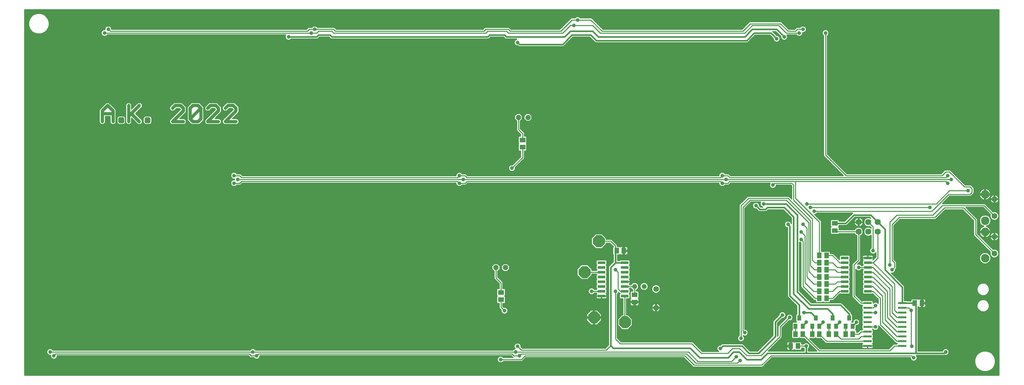
<source format=gtl>
G75*
%MOIN*%
%OFA0B0*%
%FSLAX25Y25*%
%IPPOS*%
%LPD*%
%AMOC8*
5,1,8,0,0,1.08239X$1,22.5*
%
%ADD10C,0.03200*%
%ADD11R,0.05906X0.05118*%
%ADD12C,0.05937*%
%ADD13R,0.05118X0.05906*%
%ADD14R,0.08000X0.02600*%
%ADD15R,0.08700X0.02400*%
%ADD16C,0.06400*%
%ADD17OC8,0.05200*%
%ADD18C,0.05200*%
%ADD19R,0.03937X0.05512*%
%ADD20C,0.08858*%
%ADD21OC8,0.12400*%
%ADD22C,0.01600*%
%ADD23C,0.03962*%
%ADD24C,0.01000*%
%ADD25C,0.01200*%
D10*
X0108683Y0362895D02*
X0108683Y0374105D01*
X0114288Y0379710D01*
X0119893Y0374105D01*
X0119893Y0362895D01*
X0127099Y0362895D02*
X0129901Y0362895D01*
X0129901Y0365698D01*
X0127099Y0365698D01*
X0127099Y0362895D01*
X0136307Y0362895D02*
X0136307Y0379710D01*
X0147516Y0379710D02*
X0136307Y0368500D01*
X0139109Y0371302D02*
X0147516Y0362895D01*
X0154723Y0362895D02*
X0157525Y0362895D01*
X0157525Y0365698D01*
X0154723Y0365698D01*
X0154723Y0362895D01*
X0182346Y0362895D02*
X0193556Y0374105D01*
X0193556Y0376907D01*
X0190753Y0379710D01*
X0185149Y0379710D01*
X0182346Y0376907D01*
X0200762Y0376907D02*
X0203564Y0379710D01*
X0209169Y0379710D01*
X0211972Y0376907D01*
X0200762Y0365698D01*
X0203564Y0362895D01*
X0209169Y0362895D01*
X0211972Y0365698D01*
X0211972Y0376907D01*
X0219178Y0376907D02*
X0221980Y0379710D01*
X0227585Y0379710D01*
X0230387Y0376907D01*
X0230387Y0374105D01*
X0219178Y0362895D01*
X0230387Y0362895D01*
X0237593Y0362895D02*
X0248803Y0374105D01*
X0248803Y0376907D01*
X0246001Y0379710D01*
X0240396Y0379710D01*
X0237593Y0376907D01*
X0237593Y0362895D02*
X0248803Y0362895D01*
X0200762Y0365698D02*
X0200762Y0376907D01*
X0193556Y0362895D02*
X0182346Y0362895D01*
X0119893Y0371302D02*
X0108683Y0371302D01*
D11*
X0526709Y0183598D03*
X0526709Y0176118D03*
X0666709Y0173618D03*
X0666709Y0181098D03*
X0876709Y0248618D03*
X0876709Y0256098D03*
X0549209Y0336118D03*
X0549209Y0343598D03*
D12*
X0689209Y0187201D03*
X0689209Y0167516D03*
X1044091Y0224484D03*
X1044091Y0242201D03*
X1044091Y0263854D03*
X1044091Y0281571D03*
D13*
X0867949Y0222358D03*
X0860469Y0222358D03*
X0860469Y0214858D03*
X0867949Y0214858D03*
X0867949Y0207358D03*
X0860469Y0207358D03*
X0860469Y0199858D03*
X0867949Y0199858D03*
X0867949Y0192358D03*
X0860469Y0192358D03*
X0860469Y0184858D03*
X0867949Y0184858D03*
X0867949Y0177358D03*
X0860469Y0177358D03*
X0860449Y0139858D03*
X0852969Y0139858D03*
X0842949Y0139858D03*
X0835469Y0139858D03*
X0837949Y0127358D03*
X0830469Y0127358D03*
X0870469Y0139858D03*
X0877949Y0139858D03*
X0887969Y0139858D03*
X0895449Y0139858D03*
X0960469Y0172358D03*
X0967949Y0172358D03*
X0655449Y0227358D03*
X0647969Y0227358D03*
D14*
X0656309Y0214858D03*
X0656309Y0209858D03*
X0656309Y0204858D03*
X0656309Y0199858D03*
X0656309Y0194858D03*
X0656309Y0189858D03*
X0656309Y0184858D03*
X0656309Y0179858D03*
X0632109Y0179858D03*
X0632109Y0184858D03*
X0632109Y0189858D03*
X0632109Y0194858D03*
X0632109Y0199858D03*
X0632109Y0204858D03*
X0632109Y0209858D03*
X0632109Y0214858D03*
X0887109Y0214858D03*
X0887109Y0209858D03*
X0887109Y0204858D03*
X0887109Y0199858D03*
X0887109Y0194858D03*
X0887109Y0189858D03*
X0887109Y0184858D03*
X0911309Y0184858D03*
X0911309Y0189858D03*
X0911309Y0194858D03*
X0911309Y0199858D03*
X0911309Y0204858D03*
X0911309Y0209858D03*
X0911309Y0214858D03*
X0911309Y0219858D03*
X0887109Y0219858D03*
D15*
X0910959Y0172358D03*
X0910959Y0167358D03*
X0910959Y0162358D03*
X0910959Y0157358D03*
X0910959Y0152358D03*
X0910959Y0147358D03*
X0910959Y0142358D03*
X0910959Y0137358D03*
X0910959Y0132358D03*
X0910959Y0127358D03*
X0947359Y0127358D03*
X0947459Y0132358D03*
X0947459Y0137358D03*
X0947459Y0142358D03*
X0947459Y0147358D03*
X0947459Y0152358D03*
X0947459Y0157358D03*
X0947459Y0162358D03*
X0947459Y0167358D03*
X0947459Y0172358D03*
D16*
X0921709Y0247358D03*
X0911709Y0247358D03*
X0901709Y0247358D03*
X0901709Y0257358D03*
X0911709Y0257358D03*
X0921709Y0257358D03*
D17*
X0554997Y0367201D03*
X0544997Y0367201D03*
X0531375Y0209720D03*
X0521375Y0209720D03*
D18*
X0666709Y0189858D03*
X0676709Y0189858D03*
D19*
X0835469Y0148028D03*
X0842949Y0148028D03*
X0839209Y0156689D03*
X0852969Y0148028D03*
X0860449Y0148028D03*
X0856709Y0156689D03*
X0870469Y0148028D03*
X0877949Y0148028D03*
X0874209Y0156689D03*
X0887969Y0148028D03*
X0895449Y0148028D03*
X0891709Y0156689D03*
D20*
X1034249Y0219563D03*
X1034249Y0247122D03*
X1034249Y0258933D03*
X1034249Y0286492D03*
D21*
X0656709Y0152358D03*
X0624209Y0157358D03*
X0614209Y0204858D03*
X0629209Y0237358D03*
D22*
X0646709Y0226098D02*
X0647969Y0227358D01*
X0646709Y0226098D02*
X0646709Y0214858D01*
X0641709Y0209858D01*
X0641709Y0127850D01*
X0644485Y0125075D01*
X0725194Y0125075D01*
X0735036Y0115232D01*
X0764564Y0115232D01*
X0770469Y0121138D01*
X0776375Y0121138D01*
X0784249Y0113264D01*
X0799308Y0113264D01*
X0805902Y0119858D01*
X0846709Y0119858D01*
X0846709Y0127358D01*
X0846709Y0119858D02*
X0961709Y0119858D01*
X0991631Y0119858D01*
X0992910Y0121138D01*
X0961709Y0119858D02*
X0961709Y0171118D01*
X0960469Y0172358D01*
X0947459Y0172358D01*
X0947459Y0189108D01*
X0929209Y0207358D01*
X0929209Y0249858D01*
X0921709Y0257358D01*
X0914209Y0264858D01*
X0896709Y0264858D01*
X0887949Y0256098D01*
X0876709Y0256098D01*
X0837398Y0264839D02*
X0825587Y0276650D01*
X0801965Y0276650D01*
X0805902Y0272713D02*
X0803934Y0270744D01*
X0798028Y0270744D01*
X0794091Y0274681D01*
X0805902Y0272713D02*
X0823619Y0272713D01*
X0833461Y0262870D01*
X0833461Y0182161D01*
X0849209Y0166413D01*
X0868894Y0166413D01*
X0874209Y0161098D01*
X0874209Y0156689D01*
X0881709Y0152358D02*
X0877949Y0148598D01*
X0877949Y0148028D01*
X0864209Y0152358D02*
X0860449Y0148598D01*
X0860449Y0148028D01*
X0856709Y0156689D02*
X0856709Y0157358D01*
X0851709Y0162358D01*
X0844209Y0162358D01*
X0839209Y0156689D02*
X0839209Y0170508D01*
X0829524Y0180193D01*
X0829524Y0253028D01*
X0827556Y0254996D01*
X0837398Y0264839D02*
X0837398Y0184130D01*
X0851178Y0170350D01*
X0882674Y0170350D01*
X0891709Y0161315D01*
X0891709Y0156689D01*
X0899209Y0152358D02*
X0895449Y0148598D01*
X0895449Y0148028D01*
X0846709Y0152358D02*
X0842949Y0148598D01*
X0842949Y0148028D01*
X0821709Y0159858D02*
X0814209Y0152358D01*
X0814209Y0137358D01*
X0796709Y0119858D01*
X0786709Y0119858D01*
X0779209Y0127358D01*
X0759209Y0127358D01*
X0756709Y0124858D01*
X0656309Y0214858D02*
X0646709Y0214858D01*
X0626768Y0447909D02*
X0620863Y0453815D01*
X0601178Y0453815D01*
X0591335Y0443972D01*
X0546060Y0443972D01*
X0544091Y0445941D01*
X0532280Y0451846D02*
X0530312Y0453815D01*
X0514564Y0453815D01*
X0512595Y0451846D01*
X0349209Y0451846D01*
X0347241Y0453815D01*
X0335430Y0453815D01*
X0333461Y0451846D01*
X0303934Y0451846D01*
X0532280Y0451846D02*
X0593304Y0451846D01*
X0599209Y0457752D01*
X0622831Y0457752D01*
X0628737Y0451846D01*
X0782280Y0451846D01*
X0790154Y0459720D01*
X0815745Y0459720D01*
X0823619Y0451846D01*
X0815745Y0449878D02*
X0809839Y0455783D01*
X0792123Y0455783D01*
X0784249Y0447909D01*
X0626768Y0447909D01*
D23*
X0632674Y0440035D03*
X0599209Y0442004D03*
X0603146Y0463657D03*
X0607083Y0469563D03*
X0587398Y0471531D03*
X0536217Y0469563D03*
X0544091Y0445941D03*
X0536217Y0442004D03*
X0508658Y0443972D03*
X0351178Y0445941D03*
X0327556Y0455783D03*
X0331493Y0459720D03*
X0327556Y0469563D03*
X0303934Y0451846D03*
X0321650Y0443972D03*
X0266532Y0447909D03*
X0126768Y0445941D03*
X0111020Y0455783D03*
X0114957Y0459720D03*
X0073619Y0455783D03*
X0059839Y0434130D03*
X0038186Y0394760D03*
X0095272Y0316020D03*
X0103146Y0302240D03*
X0097241Y0272713D03*
X0081493Y0237280D03*
X0238973Y0272713D03*
X0246847Y0298303D03*
X0250784Y0302240D03*
X0246847Y0306177D03*
X0231099Y0302240D03*
X0299997Y0290429D03*
X0317713Y0276650D03*
X0333461Y0274681D03*
X0333461Y0323894D03*
X0483068Y0314051D03*
X0483068Y0306177D03*
X0487005Y0302240D03*
X0483068Y0298303D03*
X0500784Y0288461D03*
X0479131Y0276650D03*
X0524406Y0247122D03*
X0544091Y0251059D03*
X0593304Y0262870D03*
X0605115Y0268776D03*
X0571650Y0290429D03*
X0620863Y0310114D03*
X0601178Y0312083D03*
X0553934Y0312083D03*
X0538186Y0314051D03*
X0514564Y0312083D03*
X0640548Y0229406D03*
X0622831Y0219563D03*
X0646709Y0207358D03*
X0622831Y0193972D03*
X0621709Y0184858D03*
X0646709Y0184858D03*
X0674012Y0180193D03*
X0650390Y0172319D03*
X0636611Y0170350D03*
X0605115Y0162476D03*
X0593304Y0168382D03*
X0532280Y0156571D03*
X0530312Y0164445D03*
X0518501Y0134917D03*
X0544091Y0134917D03*
X0544091Y0127043D03*
X0542123Y0121138D03*
X0546060Y0117201D03*
X0526375Y0113264D03*
X0557871Y0101453D03*
X0573619Y0129012D03*
X0620863Y0129012D03*
X0634642Y0132949D03*
X0652359Y0136886D03*
X0668107Y0152634D03*
X0701572Y0188067D03*
X0683855Y0197909D03*
X0683855Y0219563D03*
X0660233Y0221531D03*
X0772438Y0239248D03*
X0827556Y0254996D03*
X0843304Y0254996D03*
X0841335Y0247122D03*
X0841335Y0239248D03*
X0866926Y0245154D03*
X0892516Y0253028D03*
X0884642Y0260902D03*
X0862989Y0264839D03*
X0855115Y0268776D03*
X0851178Y0272713D03*
X0847241Y0276650D03*
X0815745Y0290429D03*
X0811808Y0296335D03*
X0815745Y0308146D03*
X0798028Y0310114D03*
X0796060Y0292398D03*
X0776375Y0288461D03*
X0760627Y0278618D03*
X0786217Y0270744D03*
X0794091Y0274681D03*
X0801965Y0276650D03*
X0807871Y0266807D03*
X0758658Y0298303D03*
X0762595Y0302240D03*
X0758658Y0306177D03*
X0798028Y0335705D03*
X0839367Y0310114D03*
X0868894Y0316020D03*
X0878737Y0308146D03*
X0890548Y0312083D03*
X0878737Y0325862D03*
X0859052Y0331768D03*
X0872831Y0341610D03*
X0817713Y0369169D03*
X0809839Y0404602D03*
X0831493Y0424287D03*
X0813776Y0434130D03*
X0837398Y0445941D03*
X0823619Y0451846D03*
X0815745Y0449878D03*
X0831493Y0463657D03*
X0839367Y0455783D03*
X0843304Y0459720D03*
X0861020Y0459720D03*
X0866926Y0455783D03*
X0853146Y0475469D03*
X0807871Y0471531D03*
X0782280Y0440035D03*
X0752753Y0440035D03*
X0733068Y0442004D03*
X0927949Y0396728D03*
X0939760Y0388854D03*
X1020469Y0447909D03*
X1014564Y0459720D03*
X1026375Y0461689D03*
X1042123Y0467594D03*
X0998816Y0316020D03*
X0994879Y0306177D03*
X0998816Y0302240D03*
X0994879Y0298303D03*
X1016532Y0290429D03*
X1014564Y0280587D03*
X0994879Y0278618D03*
X0976473Y0272713D03*
X0990942Y0262870D03*
X1012595Y0262870D03*
X1020469Y0270744D03*
X1028343Y0278618D03*
X1020469Y0304209D03*
X0947635Y0254996D03*
X0941729Y0239248D03*
X0916709Y0227358D03*
X0908264Y0229406D03*
X0894485Y0225469D03*
X0872831Y0229406D03*
X0901709Y0209858D03*
X0902359Y0195941D03*
X0934209Y0212358D03*
X0936709Y0207358D03*
X0949603Y0199878D03*
X0955509Y0213657D03*
X0969288Y0213657D03*
X1012595Y0193972D03*
X1002753Y0188067D03*
X1010627Y0174287D03*
X1010627Y0166413D03*
X1028343Y0148697D03*
X1030312Y0140823D03*
X1026375Y0130980D03*
X1016532Y0125075D03*
X0992910Y0121138D03*
X0990942Y0127043D03*
X0967320Y0125075D03*
X0957477Y0127043D03*
X0959446Y0115232D03*
X0967320Y0115232D03*
X0987005Y0115232D03*
X0933855Y0130980D03*
X0920075Y0140823D03*
X0919209Y0147358D03*
X0902359Y0146728D03*
X0899209Y0152358D03*
X0881709Y0152358D03*
X0864209Y0152358D03*
X0846709Y0152358D03*
X0844209Y0162358D03*
X0829209Y0157358D03*
X0821709Y0159858D03*
X0827556Y0148697D03*
X0805902Y0136886D03*
X0813776Y0125075D03*
X0784249Y0130980D03*
X0778343Y0135449D03*
X0782280Y0141354D03*
X0756709Y0124858D03*
X0773343Y0116138D03*
X0777280Y0112201D03*
X0792123Y0101453D03*
X0846709Y0127358D03*
X0861020Y0130980D03*
X0900390Y0127043D03*
X0919209Y0162358D03*
X0919209Y0169858D03*
X0912201Y0178224D03*
X0900390Y0166413D03*
X0886611Y0176256D03*
X0829524Y0170350D03*
X0823619Y0209720D03*
X0956709Y0164858D03*
X1040154Y0178224D03*
X1044091Y0253028D03*
X0483068Y0129012D03*
X0451572Y0136886D03*
X0424012Y0127043D03*
X0455509Y0115232D03*
X0471257Y0105390D03*
X0305902Y0129012D03*
X0270469Y0117201D03*
X0266532Y0121138D03*
X0266532Y0132949D03*
X0213383Y0138854D03*
X0067713Y0129012D03*
X0053934Y0121138D03*
X0057871Y0117201D03*
X0036217Y0105390D03*
D24*
X0057871Y0117201D02*
X0059839Y0119169D01*
X0262595Y0119169D01*
X0264564Y0117201D01*
X0270469Y0117201D01*
X0272438Y0119169D01*
X0538186Y0119169D01*
X0540154Y0117201D01*
X0546060Y0117201D01*
X0548028Y0119169D01*
X0721257Y0119169D01*
X0731099Y0109327D01*
X0774406Y0109327D01*
X0777280Y0112201D01*
X0773343Y0116138D02*
X0768501Y0111295D01*
X0733068Y0111295D01*
X0723225Y0121138D01*
X0542123Y0121138D01*
X0266532Y0121138D01*
X0053934Y0121138D01*
X0246847Y0298303D02*
X0252753Y0298303D01*
X0254721Y0300272D01*
X0481099Y0300272D01*
X0483068Y0298303D01*
X0488973Y0298303D01*
X0490942Y0300272D01*
X0756690Y0300272D01*
X0758658Y0298303D01*
X0764564Y0298303D01*
X0766532Y0300272D01*
X0835430Y0300272D01*
X0835430Y0282555D01*
X0860469Y0257516D01*
X0860469Y0222358D01*
X0867949Y0222358D02*
X0874209Y0222358D01*
X0881709Y0214858D01*
X0887109Y0214858D01*
X0887109Y0209858D02*
X0879209Y0209858D01*
X0874209Y0214858D01*
X0867949Y0214858D01*
X0860469Y0214858D02*
X0855883Y0214858D01*
X0853146Y0217594D01*
X0853146Y0260902D01*
X0833461Y0280587D01*
X0833461Y0296335D01*
X0831493Y0298303D01*
X0813776Y0298303D01*
X0811808Y0296335D01*
X0835430Y0300272D02*
X0992910Y0300272D01*
X0994879Y0298303D01*
X0998816Y0302240D02*
X0762595Y0302240D01*
X0487005Y0302240D01*
X0250784Y0302240D01*
X0252753Y0306177D02*
X0254721Y0304209D01*
X0481099Y0304209D01*
X0483068Y0306177D01*
X0488973Y0306177D01*
X0490942Y0304209D01*
X0756690Y0304209D01*
X0758658Y0306177D01*
X0764564Y0306177D01*
X0766532Y0304209D01*
X0992910Y0304209D01*
X0994879Y0306177D01*
X0996847Y0310114D02*
X0992910Y0310114D01*
X0988973Y0306177D01*
X0888579Y0306177D01*
X0866926Y0327831D01*
X0866926Y0455783D01*
X0843304Y0459720D02*
X0837398Y0459720D01*
X0835430Y0457752D01*
X0827556Y0457752D01*
X0819682Y0465626D01*
X0788186Y0465626D01*
X0780312Y0457752D01*
X0632674Y0457752D01*
X0620863Y0469563D01*
X0607083Y0469563D01*
X0601178Y0469563D01*
X0589367Y0457752D01*
X0536217Y0457752D01*
X0534249Y0459720D01*
X0510627Y0459720D01*
X0508658Y0457752D01*
X0353146Y0457752D01*
X0351178Y0459720D01*
X0331493Y0459720D01*
X0325587Y0459720D01*
X0323619Y0457752D01*
X0116926Y0457752D01*
X0114957Y0459720D01*
X0111020Y0455783D02*
X0327556Y0455783D01*
X0333461Y0455783D01*
X0335430Y0457752D01*
X0349209Y0457752D01*
X0351178Y0455783D01*
X0510627Y0455783D01*
X0512595Y0457752D01*
X0532280Y0457752D01*
X0534249Y0455783D01*
X0591335Y0455783D01*
X0599209Y0463657D01*
X0603146Y0463657D01*
X0622831Y0463657D01*
X0630705Y0455783D01*
X0782280Y0455783D01*
X0790154Y0463657D01*
X0817713Y0463657D01*
X0825587Y0455783D01*
X0839367Y0455783D01*
X0544997Y0367201D02*
X0544997Y0354484D01*
X0549209Y0350272D01*
X0549209Y0343598D01*
X0549209Y0336118D02*
X0549209Y0325075D01*
X0538186Y0314051D01*
X0629209Y0237358D02*
X0641709Y0237358D01*
X0646709Y0232358D01*
X0646709Y0226098D01*
X0646709Y0207358D02*
X0649209Y0204858D01*
X0649209Y0187358D01*
X0651709Y0184858D01*
X0656309Y0184858D01*
X0656309Y0179858D02*
X0656309Y0152758D01*
X0656709Y0152358D01*
X0646709Y0134858D02*
X0646709Y0184858D01*
X0656309Y0189858D02*
X0666709Y0189858D01*
X0666709Y0181098D01*
X0632109Y0184858D02*
X0621709Y0184858D01*
X0614209Y0204858D02*
X0632109Y0204858D01*
X0526709Y0193638D02*
X0526709Y0183598D01*
X0526709Y0193638D02*
X0521375Y0198972D01*
X0521375Y0209720D01*
X0526709Y0176118D02*
X0526709Y0168047D01*
X0530312Y0164445D01*
X0544091Y0127043D02*
X0548028Y0123106D01*
X0636965Y0123106D01*
X0641709Y0127850D01*
X0646709Y0134858D02*
X0651709Y0129858D01*
X0726709Y0129858D01*
X0736709Y0119858D01*
X0764209Y0119858D01*
X0769209Y0124858D01*
X0776709Y0124858D01*
X0784209Y0117358D01*
X0799209Y0117358D01*
X0819209Y0137358D01*
X0819209Y0147358D01*
X0829209Y0157358D01*
X0835469Y0148028D02*
X0835469Y0139858D01*
X0842949Y0139858D02*
X0860449Y0122358D01*
X0934209Y0122358D01*
X0939209Y0127358D01*
X0947359Y0127358D01*
X0947459Y0132358D02*
X0941709Y0132358D01*
X0924209Y0149858D01*
X0924209Y0177358D01*
X0916709Y0184858D01*
X0911309Y0184858D01*
X0911309Y0189858D02*
X0916709Y0189858D01*
X0926709Y0179858D01*
X0926709Y0152358D01*
X0941709Y0137358D01*
X0947459Y0137358D01*
X0947459Y0142358D02*
X0941709Y0142358D01*
X0929209Y0154858D01*
X0929209Y0182358D01*
X0916709Y0194858D01*
X0911309Y0194858D01*
X0911309Y0199858D02*
X0916709Y0199858D01*
X0931709Y0184858D01*
X0931709Y0157358D01*
X0941709Y0147358D01*
X0947459Y0147358D01*
X0947459Y0152358D02*
X0941709Y0152358D01*
X0934209Y0159858D01*
X0934209Y0187358D01*
X0916709Y0204858D01*
X0911309Y0204858D01*
X0911309Y0209858D02*
X0901709Y0209858D01*
X0896709Y0212358D02*
X0896709Y0179858D01*
X0904209Y0172358D01*
X0910959Y0172358D01*
X0910959Y0167358D02*
X0916709Y0167358D01*
X0919209Y0169858D01*
X0939209Y0164858D02*
X0939209Y0192358D01*
X0916709Y0214858D01*
X0921709Y0219858D01*
X0921709Y0247358D01*
X0916709Y0252358D02*
X0916709Y0227358D01*
X0916709Y0214858D02*
X0911309Y0214858D01*
X0911309Y0209858D02*
X0916709Y0209858D01*
X0936709Y0189858D01*
X0936709Y0162358D01*
X0941709Y0157358D01*
X0947459Y0157358D01*
X0947459Y0162358D02*
X0941709Y0162358D01*
X0939209Y0164858D01*
X0947459Y0167358D02*
X0954209Y0167358D01*
X0956709Y0164858D01*
X0956709Y0127811D01*
X0957477Y0127043D01*
X0957477Y0117201D02*
X0959446Y0115232D01*
X0957477Y0117201D02*
X0809997Y0117201D01*
X0800154Y0107358D01*
X0729131Y0107358D01*
X0719288Y0117201D01*
X0551965Y0117201D01*
X0548028Y0113264D01*
X0526375Y0113264D01*
X0778343Y0135449D02*
X0778343Y0274681D01*
X0786217Y0282555D01*
X0827556Y0282555D01*
X0851178Y0258933D01*
X0851178Y0211689D01*
X0855509Y0207358D01*
X0860469Y0207358D01*
X0867949Y0207358D02*
X0876709Y0207358D01*
X0879209Y0204858D01*
X0887109Y0204858D01*
X0887109Y0199858D02*
X0867949Y0199858D01*
X0860469Y0199858D02*
X0855135Y0199858D01*
X0849209Y0205783D01*
X0849209Y0256965D01*
X0825587Y0280587D01*
X0788186Y0280587D01*
X0780312Y0272713D01*
X0780312Y0143323D01*
X0782280Y0141354D01*
X0837949Y0127358D02*
X0846709Y0127358D01*
X0860449Y0139858D02*
X0867949Y0132358D01*
X0910959Y0132358D01*
X0910959Y0137358D02*
X0904209Y0137358D01*
X0901709Y0134858D01*
X0882949Y0134858D01*
X0877949Y0139858D01*
X0870469Y0139858D02*
X0870469Y0148028D01*
X0887969Y0148028D02*
X0887969Y0139858D01*
X0895449Y0139858D02*
X0901709Y0139858D01*
X0904209Y0142358D01*
X0910959Y0142358D01*
X0910959Y0147358D02*
X0919209Y0147358D01*
X0919209Y0162358D02*
X0910959Y0162358D01*
X0881709Y0184858D02*
X0874209Y0177358D01*
X0867949Y0177358D01*
X0860469Y0177358D02*
X0855981Y0177358D01*
X0843304Y0190035D01*
X0843304Y0237280D01*
X0841335Y0239248D01*
X0845272Y0243185D02*
X0841335Y0247122D01*
X0845272Y0243185D02*
X0845272Y0193972D01*
X0854386Y0184858D01*
X0860469Y0184858D01*
X0867949Y0184858D02*
X0874209Y0184858D01*
X0879209Y0189858D01*
X0887109Y0189858D01*
X0887109Y0184858D02*
X0881709Y0184858D01*
X0876709Y0192358D02*
X0867949Y0192358D01*
X0860469Y0192358D02*
X0854760Y0192358D01*
X0847241Y0199878D01*
X0847241Y0251059D01*
X0843304Y0254996D01*
X0855115Y0268776D02*
X0978442Y0268776D01*
X0996158Y0286492D01*
X1018501Y0286492D01*
X1020469Y0288461D01*
X1020469Y0292398D01*
X1018501Y0294366D01*
X1012595Y0294366D01*
X0996847Y0310114D01*
X0996690Y0290429D02*
X1016532Y0290429D01*
X0996690Y0290429D02*
X0982910Y0276650D01*
X0847241Y0276650D01*
X0851178Y0272713D02*
X0976473Y0272713D01*
X0979209Y0264858D02*
X0989209Y0274858D01*
X1033087Y0274858D01*
X1044091Y0263854D01*
X1024209Y0259858D02*
X1024209Y0244366D01*
X1044091Y0224484D01*
X1024209Y0259858D02*
X1011709Y0272358D01*
X0991709Y0272358D01*
X0981709Y0262358D01*
X0944209Y0262358D01*
X0936709Y0254858D01*
X0936709Y0217358D01*
X0939209Y0214858D01*
X0939209Y0209858D01*
X0936709Y0207358D01*
X0934209Y0212358D02*
X0934209Y0257358D01*
X0941709Y0264858D01*
X0979209Y0264858D01*
X0916709Y0252358D02*
X0911709Y0257358D01*
X0901709Y0247358D02*
X0877969Y0247358D01*
X0876709Y0248618D01*
X0901709Y0247358D02*
X0901709Y0217358D01*
X0896709Y0212358D01*
X0887109Y0194858D02*
X0879209Y0194858D01*
X0876709Y0192358D01*
X0852969Y0148028D02*
X0852969Y0139858D01*
X0252753Y0306177D02*
X0246847Y0306177D01*
D25*
X0027538Y0480211D02*
X0027538Y0096710D01*
X1048834Y0096710D01*
X1048834Y0480211D01*
X0027538Y0480211D01*
X0027538Y0479928D02*
X1048834Y0479928D01*
X1048834Y0478729D02*
X0027538Y0478729D01*
X0027538Y0477531D02*
X1048834Y0477531D01*
X1048834Y0476332D02*
X0044277Y0476332D01*
X0043558Y0476525D02*
X0040688Y0476525D01*
X0037916Y0475782D01*
X0035430Y0474348D01*
X0033401Y0472318D01*
X0031966Y0469833D01*
X0031223Y0467061D01*
X0031223Y0464191D01*
X0031966Y0461419D01*
X0033401Y0458934D01*
X0035430Y0456904D01*
X0037916Y0455470D01*
X0040688Y0454727D01*
X0043558Y0454727D01*
X0046330Y0455470D01*
X0048815Y0456904D01*
X0050844Y0458934D01*
X0052279Y0461419D01*
X0053022Y0464191D01*
X0053022Y0467061D01*
X0052279Y0469833D01*
X0050844Y0472318D01*
X0048815Y0474348D01*
X0046330Y0475782D01*
X0043558Y0476525D01*
X0039968Y0476332D02*
X0027538Y0476332D01*
X0027538Y0475134D02*
X0036792Y0475134D01*
X0035018Y0473935D02*
X0027538Y0473935D01*
X0027538Y0472737D02*
X0033820Y0472737D01*
X0032951Y0471538D02*
X0027538Y0471538D01*
X0027538Y0470340D02*
X0032259Y0470340D01*
X0031781Y0469141D02*
X0027538Y0469141D01*
X0027538Y0467943D02*
X0031460Y0467943D01*
X0031223Y0466744D02*
X0027538Y0466744D01*
X0027538Y0465546D02*
X0031223Y0465546D01*
X0031223Y0464347D02*
X0027538Y0464347D01*
X0027538Y0463149D02*
X0031503Y0463149D01*
X0031824Y0461950D02*
X0027538Y0461950D01*
X0027538Y0460752D02*
X0032352Y0460752D01*
X0033043Y0459553D02*
X0027538Y0459553D01*
X0027538Y0458355D02*
X0033980Y0458355D01*
X0035179Y0457156D02*
X0027538Y0457156D01*
X0027538Y0455958D02*
X0037070Y0455958D01*
X0040567Y0454759D02*
X0027538Y0454759D01*
X0027538Y0453561D02*
X0108179Y0453561D01*
X0107984Y0453755D02*
X0108992Y0452748D01*
X0110308Y0452202D01*
X0111733Y0452202D01*
X0113049Y0452748D01*
X0113985Y0453683D01*
X0300818Y0453683D01*
X0300353Y0452559D01*
X0300353Y0451134D01*
X0300898Y0449818D01*
X0301905Y0448811D01*
X0303221Y0448265D01*
X0304646Y0448265D01*
X0305962Y0448811D01*
X0306598Y0449446D01*
X0333939Y0449446D01*
X0334821Y0449812D01*
X0335496Y0450487D01*
X0336424Y0451415D01*
X0346247Y0451415D01*
X0347850Y0449812D01*
X0348732Y0449446D01*
X0513073Y0449446D01*
X0513955Y0449812D01*
X0514630Y0450487D01*
X0515558Y0451415D01*
X0529318Y0451415D01*
X0530921Y0449812D01*
X0531803Y0449446D01*
X0543196Y0449446D01*
X0542063Y0448977D01*
X0541055Y0447969D01*
X0540510Y0446653D01*
X0540510Y0445229D01*
X0541055Y0443912D01*
X0542063Y0442905D01*
X0543379Y0442360D01*
X0544278Y0442360D01*
X0544700Y0441938D01*
X0545582Y0441572D01*
X0591813Y0441572D01*
X0592695Y0441938D01*
X0593370Y0442613D01*
X0602172Y0451415D01*
X0619869Y0451415D01*
X0625409Y0445875D01*
X0626291Y0445509D01*
X0784726Y0445509D01*
X0785608Y0445875D01*
X0786283Y0446550D01*
X0793117Y0453383D01*
X0808845Y0453383D01*
X0812164Y0450065D01*
X0812164Y0449166D01*
X0812709Y0447849D01*
X0813716Y0446842D01*
X0815032Y0446297D01*
X0816457Y0446297D01*
X0817773Y0446842D01*
X0818781Y0447849D01*
X0819326Y0449166D01*
X0819326Y0450590D01*
X0818781Y0451906D01*
X0817773Y0452914D01*
X0816457Y0453459D01*
X0815558Y0453459D01*
X0811874Y0457143D01*
X0811696Y0457320D01*
X0814751Y0457320D01*
X0820038Y0452033D01*
X0820038Y0451134D01*
X0820583Y0449818D01*
X0821590Y0448811D01*
X0822906Y0448265D01*
X0824331Y0448265D01*
X0825647Y0448811D01*
X0826655Y0449818D01*
X0827200Y0451134D01*
X0827200Y0452559D01*
X0826734Y0453683D01*
X0836402Y0453683D01*
X0837338Y0452748D01*
X0838654Y0452202D01*
X0840079Y0452202D01*
X0841395Y0452748D01*
X0842403Y0453755D01*
X0842948Y0455071D01*
X0842948Y0456139D01*
X0844016Y0456139D01*
X0845332Y0456685D01*
X0846340Y0457692D01*
X0846885Y0459008D01*
X0846885Y0460433D01*
X0846340Y0461749D01*
X0845332Y0462756D01*
X0844016Y0463302D01*
X0842591Y0463302D01*
X0841275Y0462756D01*
X0840339Y0461820D01*
X0836528Y0461820D01*
X0835298Y0460590D01*
X0834560Y0459852D01*
X0828426Y0459852D01*
X0821782Y0466496D01*
X0820552Y0467726D01*
X0787316Y0467726D01*
X0779442Y0459852D01*
X0633544Y0459852D01*
X0622963Y0470433D01*
X0621733Y0471663D01*
X0610048Y0471663D01*
X0609112Y0472599D01*
X0607796Y0473144D01*
X0606371Y0473144D01*
X0605055Y0472599D01*
X0604119Y0471663D01*
X0600308Y0471663D01*
X0588497Y0459852D01*
X0537087Y0459852D01*
X0536349Y0460590D01*
X0535119Y0461820D01*
X0509757Y0461820D01*
X0507788Y0459852D01*
X0354016Y0459852D01*
X0353278Y0460590D01*
X0352048Y0461820D01*
X0334457Y0461820D01*
X0333521Y0462756D01*
X0332205Y0463302D01*
X0330780Y0463302D01*
X0329464Y0462756D01*
X0328528Y0461820D01*
X0324717Y0461820D01*
X0323487Y0460590D01*
X0322749Y0459852D01*
X0118538Y0459852D01*
X0118538Y0460433D01*
X0117993Y0461749D01*
X0116986Y0462756D01*
X0115670Y0463302D01*
X0114245Y0463302D01*
X0112929Y0462756D01*
X0111921Y0461749D01*
X0111376Y0460433D01*
X0111376Y0459365D01*
X0110308Y0459365D01*
X0108992Y0458819D01*
X0107984Y0457812D01*
X0107439Y0456496D01*
X0107439Y0455071D01*
X0107984Y0453755D01*
X0107568Y0454759D02*
X0043678Y0454759D01*
X0047175Y0455958D02*
X0107439Y0455958D01*
X0107713Y0457156D02*
X0049067Y0457156D01*
X0050265Y0458355D02*
X0108527Y0458355D01*
X0111376Y0459553D02*
X0051202Y0459553D01*
X0051894Y0460752D02*
X0111508Y0460752D01*
X0112123Y0461950D02*
X0052421Y0461950D01*
X0052743Y0463149D02*
X0113876Y0463149D01*
X0116039Y0463149D02*
X0330412Y0463149D01*
X0328658Y0461950D02*
X0117792Y0461950D01*
X0118406Y0460752D02*
X0323649Y0460752D01*
X0332574Y0463149D02*
X0591794Y0463149D01*
X0592992Y0464347D02*
X0053022Y0464347D01*
X0053022Y0465546D02*
X0594191Y0465546D01*
X0595389Y0466744D02*
X0053022Y0466744D01*
X0052786Y0467943D02*
X0596588Y0467943D01*
X0597786Y0469141D02*
X0052464Y0469141D01*
X0051986Y0470340D02*
X0598985Y0470340D01*
X0600183Y0471538D02*
X0051295Y0471538D01*
X0050426Y0472737D02*
X0605388Y0472737D01*
X0608779Y0472737D02*
X1048834Y0472737D01*
X1048834Y0473935D02*
X0049227Y0473935D01*
X0047453Y0475134D02*
X1048834Y0475134D01*
X1048834Y0471538D02*
X0621857Y0471538D01*
X0623056Y0470340D02*
X1048834Y0470340D01*
X1048834Y0469141D02*
X0624254Y0469141D01*
X0625453Y0467943D02*
X1048834Y0467943D01*
X1048834Y0466744D02*
X0821533Y0466744D01*
X0822732Y0465546D02*
X1048834Y0465546D01*
X1048834Y0464347D02*
X0823930Y0464347D01*
X0825129Y0463149D02*
X0842223Y0463149D01*
X0840469Y0461950D02*
X0826327Y0461950D01*
X0827526Y0460752D02*
X0835460Y0460752D01*
X0842948Y0455958D02*
X0863345Y0455958D01*
X0863345Y0456496D02*
X0863345Y0455071D01*
X0863890Y0453755D01*
X0864826Y0452819D01*
X0864826Y0326961D01*
X0885478Y0306309D01*
X0767402Y0306309D01*
X0765433Y0308277D01*
X0761623Y0308277D01*
X0760687Y0309213D01*
X0759370Y0309758D01*
X0757946Y0309758D01*
X0756630Y0309213D01*
X0755622Y0308206D01*
X0755077Y0306889D01*
X0755077Y0306309D01*
X0491811Y0306309D01*
X0489843Y0308277D01*
X0486032Y0308277D01*
X0485096Y0309213D01*
X0483780Y0309758D01*
X0482355Y0309758D01*
X0481039Y0309213D01*
X0480032Y0308206D01*
X0479486Y0306889D01*
X0479486Y0306309D01*
X0255591Y0306309D01*
X0253622Y0308277D01*
X0249812Y0308277D01*
X0248876Y0309213D01*
X0247559Y0309758D01*
X0246135Y0309758D01*
X0244819Y0309213D01*
X0243811Y0308206D01*
X0243266Y0306889D01*
X0243266Y0305465D01*
X0243811Y0304149D01*
X0244819Y0303141D01*
X0246135Y0302596D01*
X0247203Y0302596D01*
X0247203Y0301884D01*
X0246135Y0301884D01*
X0244819Y0301339D01*
X0243811Y0300332D01*
X0243266Y0299015D01*
X0243266Y0297591D01*
X0243811Y0296275D01*
X0244819Y0295267D01*
X0246135Y0294722D01*
X0247559Y0294722D01*
X0248876Y0295267D01*
X0249812Y0296203D01*
X0253622Y0296203D01*
X0254853Y0297433D01*
X0255591Y0298172D01*
X0479486Y0298172D01*
X0479486Y0297591D01*
X0480032Y0296275D01*
X0481039Y0295267D01*
X0482355Y0294722D01*
X0483780Y0294722D01*
X0485096Y0295267D01*
X0486032Y0296203D01*
X0489843Y0296203D01*
X0491073Y0297433D01*
X0491811Y0298172D01*
X0755077Y0298172D01*
X0755077Y0297591D01*
X0755622Y0296275D01*
X0756630Y0295267D01*
X0757946Y0294722D01*
X0759370Y0294722D01*
X0760687Y0295267D01*
X0761623Y0296203D01*
X0765433Y0296203D01*
X0766664Y0297433D01*
X0767402Y0298172D01*
X0808693Y0298172D01*
X0808227Y0297047D01*
X0808227Y0295622D01*
X0808772Y0294306D01*
X0809779Y0293299D01*
X0811095Y0292754D01*
X0812520Y0292754D01*
X0813836Y0293299D01*
X0814844Y0294306D01*
X0815389Y0295622D01*
X0815389Y0296203D01*
X0830623Y0296203D01*
X0831361Y0295465D01*
X0831361Y0281719D01*
X0829656Y0283425D01*
X0828426Y0284655D01*
X0785347Y0284655D01*
X0777473Y0276781D01*
X0776243Y0275551D01*
X0776243Y0138413D01*
X0775307Y0137477D01*
X0774762Y0136161D01*
X0774762Y0134736D01*
X0775307Y0133420D01*
X0776315Y0132413D01*
X0777631Y0131868D01*
X0779055Y0131868D01*
X0780372Y0132413D01*
X0781379Y0133420D01*
X0781924Y0134736D01*
X0781924Y0136161D01*
X0781379Y0137477D01*
X0780740Y0138116D01*
X0781568Y0137773D01*
X0782993Y0137773D01*
X0784309Y0138318D01*
X0785316Y0139326D01*
X0785861Y0140642D01*
X0785861Y0142067D01*
X0785316Y0143383D01*
X0784309Y0144390D01*
X0782993Y0144935D01*
X0782412Y0144935D01*
X0782412Y0271843D01*
X0789056Y0278487D01*
X0798850Y0278487D01*
X0798384Y0277362D01*
X0798384Y0275937D01*
X0798929Y0274621D01*
X0799937Y0273614D01*
X0801070Y0273144D01*
X0799022Y0273144D01*
X0797672Y0274494D01*
X0797672Y0275393D01*
X0797127Y0276710D01*
X0796120Y0277717D01*
X0794804Y0278262D01*
X0793379Y0278262D01*
X0792063Y0277717D01*
X0791055Y0276710D01*
X0790510Y0275393D01*
X0790510Y0273969D01*
X0791055Y0272653D01*
X0792063Y0271645D01*
X0793379Y0271100D01*
X0794278Y0271100D01*
X0796669Y0268709D01*
X0797551Y0268344D01*
X0804411Y0268344D01*
X0805293Y0268709D01*
X0805968Y0269385D01*
X0806896Y0270313D01*
X0822625Y0270313D01*
X0831061Y0261876D01*
X0831061Y0255891D01*
X0830592Y0257025D01*
X0829584Y0258032D01*
X0828268Y0258577D01*
X0826843Y0258577D01*
X0825527Y0258032D01*
X0824520Y0257025D01*
X0823975Y0255708D01*
X0823975Y0254284D01*
X0824520Y0252968D01*
X0825527Y0251960D01*
X0826843Y0251415D01*
X0827124Y0251415D01*
X0827124Y0179716D01*
X0827490Y0178833D01*
X0828165Y0178158D01*
X0836809Y0169514D01*
X0836809Y0161045D01*
X0836578Y0161045D01*
X0835641Y0160108D01*
X0835641Y0153270D01*
X0836528Y0152383D01*
X0832838Y0152383D01*
X0831901Y0151446D01*
X0831901Y0144609D01*
X0832173Y0144337D01*
X0831310Y0143474D01*
X0831310Y0136243D01*
X0832247Y0135306D01*
X0838691Y0135306D01*
X0839209Y0135824D01*
X0839728Y0135306D01*
X0844532Y0135306D01*
X0857580Y0122258D01*
X0849109Y0122258D01*
X0849109Y0124694D01*
X0849745Y0125330D01*
X0850290Y0126646D01*
X0850290Y0128071D01*
X0849745Y0129387D01*
X0848738Y0130394D01*
X0847422Y0130939D01*
X0845997Y0130939D01*
X0844681Y0130394D01*
X0843745Y0129458D01*
X0842109Y0129458D01*
X0842109Y0130974D01*
X0841171Y0131911D01*
X0834728Y0131911D01*
X0834209Y0131393D01*
X0834011Y0131591D01*
X0833646Y0131802D01*
X0833239Y0131911D01*
X0831069Y0131911D01*
X0831069Y0127958D01*
X0829869Y0127958D01*
X0829869Y0126758D01*
X0831069Y0126758D01*
X0831069Y0122806D01*
X0833239Y0122806D01*
X0833646Y0122915D01*
X0834011Y0123125D01*
X0834209Y0123324D01*
X0834728Y0122806D01*
X0841171Y0122806D01*
X0842109Y0123743D01*
X0842109Y0125258D01*
X0843745Y0125258D01*
X0844309Y0124694D01*
X0844309Y0122258D01*
X0807079Y0122258D01*
X0820079Y0135258D01*
X0821309Y0136488D01*
X0821309Y0146488D01*
X0828598Y0153777D01*
X0829922Y0153777D01*
X0831238Y0154322D01*
X0832245Y0155330D01*
X0832790Y0156646D01*
X0832790Y0158071D01*
X0832245Y0159387D01*
X0831238Y0160394D01*
X0829922Y0160939D01*
X0828497Y0160939D01*
X0827181Y0160394D01*
X0826173Y0159387D01*
X0825628Y0158071D01*
X0825628Y0156747D01*
X0818339Y0149458D01*
X0817109Y0148228D01*
X0817109Y0138228D01*
X0816609Y0137728D01*
X0816609Y0151364D01*
X0821522Y0156277D01*
X0822422Y0156277D01*
X0823738Y0156822D01*
X0824745Y0157830D01*
X0825290Y0159146D01*
X0825290Y0160571D01*
X0824745Y0161887D01*
X0823738Y0162894D01*
X0822422Y0163439D01*
X0820997Y0163439D01*
X0819681Y0162894D01*
X0818673Y0161887D01*
X0818128Y0160571D01*
X0818128Y0159671D01*
X0812850Y0154393D01*
X0812850Y0154393D01*
X0812175Y0153718D01*
X0811809Y0152836D01*
X0811809Y0138352D01*
X0784342Y0138352D01*
X0785409Y0139551D02*
X0811809Y0139551D01*
X0811809Y0140749D02*
X0785861Y0140749D01*
X0785861Y0141948D02*
X0811809Y0141948D01*
X0811809Y0143146D02*
X0785414Y0143146D01*
X0784354Y0144345D02*
X0811809Y0144345D01*
X0811809Y0145543D02*
X0782412Y0145543D01*
X0782412Y0146742D02*
X0811809Y0146742D01*
X0811809Y0147940D02*
X0782412Y0147940D01*
X0782412Y0149139D02*
X0811809Y0149139D01*
X0811809Y0150337D02*
X0782412Y0150337D01*
X0782412Y0151536D02*
X0811809Y0151536D01*
X0811809Y0152734D02*
X0782412Y0152734D01*
X0782412Y0153933D02*
X0812390Y0153933D01*
X0813588Y0155131D02*
X0782412Y0155131D01*
X0782412Y0156330D02*
X0814787Y0156330D01*
X0815985Y0157528D02*
X0782412Y0157528D01*
X0782412Y0158727D02*
X0817184Y0158727D01*
X0818128Y0159925D02*
X0782412Y0159925D01*
X0782412Y0161124D02*
X0818357Y0161124D01*
X0819109Y0162322D02*
X0782412Y0162322D01*
X0782412Y0163521D02*
X0836809Y0163521D01*
X0836809Y0164719D02*
X0782412Y0164719D01*
X0782412Y0165918D02*
X0836809Y0165918D01*
X0836809Y0167116D02*
X0782412Y0167116D01*
X0782412Y0168315D02*
X0836809Y0168315D01*
X0836809Y0169513D02*
X0782412Y0169513D01*
X0782412Y0170712D02*
X0835611Y0170712D01*
X0834413Y0171910D02*
X0782412Y0171910D01*
X0782412Y0173109D02*
X0833214Y0173109D01*
X0832016Y0174308D02*
X0782412Y0174308D01*
X0782412Y0175506D02*
X0830817Y0175506D01*
X0829619Y0176705D02*
X0782412Y0176705D01*
X0782412Y0177903D02*
X0828420Y0177903D01*
X0827379Y0179102D02*
X0782412Y0179102D01*
X0782412Y0180300D02*
X0827124Y0180300D01*
X0827124Y0181499D02*
X0782412Y0181499D01*
X0782412Y0182697D02*
X0827124Y0182697D01*
X0827124Y0183896D02*
X0782412Y0183896D01*
X0782412Y0185094D02*
X0827124Y0185094D01*
X0827124Y0186293D02*
X0782412Y0186293D01*
X0782412Y0187491D02*
X0827124Y0187491D01*
X0827124Y0188690D02*
X0782412Y0188690D01*
X0782412Y0189888D02*
X0827124Y0189888D01*
X0827124Y0191087D02*
X0782412Y0191087D01*
X0782412Y0192285D02*
X0827124Y0192285D01*
X0827124Y0193484D02*
X0782412Y0193484D01*
X0782412Y0194682D02*
X0827124Y0194682D01*
X0827124Y0195881D02*
X0782412Y0195881D01*
X0782412Y0197079D02*
X0827124Y0197079D01*
X0827124Y0198278D02*
X0782412Y0198278D01*
X0782412Y0199476D02*
X0827124Y0199476D01*
X0827124Y0200675D02*
X0782412Y0200675D01*
X0782412Y0201873D02*
X0827124Y0201873D01*
X0827124Y0203072D02*
X0782412Y0203072D01*
X0782412Y0204270D02*
X0827124Y0204270D01*
X0827124Y0205469D02*
X0782412Y0205469D01*
X0782412Y0206667D02*
X0827124Y0206667D01*
X0827124Y0207866D02*
X0782412Y0207866D01*
X0782412Y0209064D02*
X0827124Y0209064D01*
X0827124Y0210263D02*
X0782412Y0210263D01*
X0782412Y0211461D02*
X0827124Y0211461D01*
X0827124Y0212660D02*
X0782412Y0212660D01*
X0782412Y0213858D02*
X0827124Y0213858D01*
X0827124Y0215057D02*
X0782412Y0215057D01*
X0782412Y0216255D02*
X0827124Y0216255D01*
X0827124Y0217454D02*
X0782412Y0217454D01*
X0782412Y0218652D02*
X0827124Y0218652D01*
X0827124Y0219851D02*
X0782412Y0219851D01*
X0782412Y0221049D02*
X0827124Y0221049D01*
X0827124Y0222248D02*
X0782412Y0222248D01*
X0782412Y0223446D02*
X0827124Y0223446D01*
X0827124Y0224645D02*
X0782412Y0224645D01*
X0782412Y0225844D02*
X0827124Y0225844D01*
X0827124Y0227042D02*
X0782412Y0227042D01*
X0782412Y0228241D02*
X0827124Y0228241D01*
X0827124Y0229439D02*
X0782412Y0229439D01*
X0782412Y0230638D02*
X0827124Y0230638D01*
X0827124Y0231836D02*
X0782412Y0231836D01*
X0782412Y0233035D02*
X0827124Y0233035D01*
X0827124Y0234233D02*
X0782412Y0234233D01*
X0782412Y0235432D02*
X0827124Y0235432D01*
X0827124Y0236630D02*
X0782412Y0236630D01*
X0782412Y0237829D02*
X0827124Y0237829D01*
X0827124Y0239027D02*
X0782412Y0239027D01*
X0782412Y0240226D02*
X0827124Y0240226D01*
X0827124Y0241424D02*
X0782412Y0241424D01*
X0782412Y0242623D02*
X0827124Y0242623D01*
X0827124Y0243821D02*
X0782412Y0243821D01*
X0782412Y0245020D02*
X0827124Y0245020D01*
X0827124Y0246218D02*
X0782412Y0246218D01*
X0782412Y0247417D02*
X0827124Y0247417D01*
X0827124Y0248615D02*
X0782412Y0248615D01*
X0782412Y0249814D02*
X0827124Y0249814D01*
X0827124Y0251012D02*
X0782412Y0251012D01*
X0782412Y0252211D02*
X0825277Y0252211D01*
X0824337Y0253409D02*
X0782412Y0253409D01*
X0782412Y0254608D02*
X0823975Y0254608D01*
X0824015Y0255806D02*
X0782412Y0255806D01*
X0782412Y0257005D02*
X0824512Y0257005D01*
X0825941Y0258203D02*
X0782412Y0258203D01*
X0782412Y0259402D02*
X0831061Y0259402D01*
X0831061Y0260600D02*
X0782412Y0260600D01*
X0782412Y0261799D02*
X0831061Y0261799D01*
X0829940Y0262997D02*
X0782412Y0262997D01*
X0782412Y0264196D02*
X0828741Y0264196D01*
X0827543Y0265394D02*
X0782412Y0265394D01*
X0782412Y0266593D02*
X0826344Y0266593D01*
X0825146Y0267791D02*
X0782412Y0267791D01*
X0782412Y0268990D02*
X0796388Y0268990D01*
X0795190Y0270188D02*
X0782412Y0270188D01*
X0782412Y0271387D02*
X0792686Y0271387D01*
X0791122Y0272585D02*
X0783154Y0272585D01*
X0784353Y0273784D02*
X0790587Y0273784D01*
X0790510Y0274982D02*
X0785551Y0274982D01*
X0786750Y0276181D02*
X0790836Y0276181D01*
X0791725Y0277379D02*
X0787948Y0277379D01*
X0782866Y0282174D02*
X0027538Y0282174D01*
X0027538Y0283372D02*
X0784064Y0283372D01*
X0785263Y0284571D02*
X0027538Y0284571D01*
X0027538Y0285769D02*
X0831361Y0285769D01*
X0831361Y0284571D02*
X0828510Y0284571D01*
X0829709Y0283372D02*
X0831361Y0283372D01*
X0831361Y0282174D02*
X0830907Y0282174D01*
X0831361Y0286968D02*
X0027538Y0286968D01*
X0027538Y0288166D02*
X0831361Y0288166D01*
X0831361Y0289365D02*
X0027538Y0289365D01*
X0027538Y0290563D02*
X0831361Y0290563D01*
X0831361Y0291762D02*
X0027538Y0291762D01*
X0027538Y0292960D02*
X0810597Y0292960D01*
X0808919Y0294159D02*
X0027538Y0294159D01*
X0027538Y0295357D02*
X0244729Y0295357D01*
X0243695Y0296556D02*
X0027538Y0296556D01*
X0027538Y0297754D02*
X0243266Y0297754D01*
X0243266Y0298953D02*
X0027538Y0298953D01*
X0027538Y0300151D02*
X0243736Y0300151D01*
X0244844Y0301350D02*
X0027538Y0301350D01*
X0027538Y0302548D02*
X0247203Y0302548D01*
X0244213Y0303747D02*
X0027538Y0303747D01*
X0027538Y0304945D02*
X0243481Y0304945D01*
X0243266Y0306144D02*
X0027538Y0306144D01*
X0027538Y0307342D02*
X0243454Y0307342D01*
X0244146Y0308541D02*
X0027538Y0308541D01*
X0027538Y0309739D02*
X0246089Y0309739D01*
X0247605Y0309739D02*
X0482309Y0309739D01*
X0483826Y0309739D02*
X0757900Y0309739D01*
X0759416Y0309739D02*
X0882047Y0309739D01*
X0880849Y0310938D02*
X0540027Y0310938D01*
X0540214Y0311015D02*
X0541222Y0312023D01*
X0541767Y0313339D01*
X0541767Y0314662D01*
X0551309Y0324205D01*
X0551309Y0331959D01*
X0552825Y0331959D01*
X0553762Y0332896D01*
X0553762Y0339340D01*
X0553244Y0339858D01*
X0553762Y0340377D01*
X0553762Y0346820D01*
X0552825Y0347757D01*
X0551309Y0347757D01*
X0551309Y0351141D01*
X0547097Y0355354D01*
X0547097Y0363361D01*
X0549197Y0365461D01*
X0549197Y0368940D01*
X0546736Y0371401D01*
X0543257Y0371401D01*
X0540797Y0368940D01*
X0540797Y0365461D01*
X0542897Y0363361D01*
X0542897Y0353614D01*
X0544127Y0352384D01*
X0547109Y0349402D01*
X0547109Y0347757D01*
X0545594Y0347757D01*
X0544657Y0346820D01*
X0544657Y0340377D01*
X0545175Y0339858D01*
X0544657Y0339340D01*
X0544657Y0332896D01*
X0545594Y0331959D01*
X0547109Y0331959D01*
X0547109Y0325945D01*
X0538797Y0317632D01*
X0537473Y0317632D01*
X0536157Y0317087D01*
X0535150Y0316080D01*
X0534605Y0314764D01*
X0534605Y0313339D01*
X0535150Y0312023D01*
X0536157Y0311015D01*
X0537473Y0310470D01*
X0538898Y0310470D01*
X0540214Y0311015D01*
X0541269Y0312136D02*
X0879650Y0312136D01*
X0878452Y0313335D02*
X0541765Y0313335D01*
X0541767Y0314533D02*
X0877253Y0314533D01*
X0876055Y0315732D02*
X0542836Y0315732D01*
X0544035Y0316930D02*
X0874856Y0316930D01*
X0873658Y0318129D02*
X0545233Y0318129D01*
X0546432Y0319327D02*
X0872459Y0319327D01*
X0871261Y0320526D02*
X0547630Y0320526D01*
X0548829Y0321724D02*
X0870062Y0321724D01*
X0868864Y0322923D02*
X0550027Y0322923D01*
X0551226Y0324121D02*
X0867665Y0324121D01*
X0866467Y0325320D02*
X0551309Y0325320D01*
X0551309Y0326518D02*
X0865268Y0326518D01*
X0864826Y0327717D02*
X0551309Y0327717D01*
X0551309Y0328915D02*
X0864826Y0328915D01*
X0864826Y0330114D02*
X0551309Y0330114D01*
X0551309Y0331313D02*
X0864826Y0331313D01*
X0864826Y0332511D02*
X0553377Y0332511D01*
X0553762Y0333710D02*
X0864826Y0333710D01*
X0864826Y0334908D02*
X0553762Y0334908D01*
X0553762Y0336107D02*
X0864826Y0336107D01*
X0864826Y0337305D02*
X0553762Y0337305D01*
X0553762Y0338504D02*
X0864826Y0338504D01*
X0864826Y0339702D02*
X0553400Y0339702D01*
X0553762Y0340901D02*
X0864826Y0340901D01*
X0864826Y0342099D02*
X0553762Y0342099D01*
X0553762Y0343298D02*
X0864826Y0343298D01*
X0864826Y0344496D02*
X0553762Y0344496D01*
X0553762Y0345695D02*
X0864826Y0345695D01*
X0864826Y0346893D02*
X0553689Y0346893D01*
X0551309Y0348092D02*
X0864826Y0348092D01*
X0864826Y0349290D02*
X0551309Y0349290D01*
X0551309Y0350489D02*
X0864826Y0350489D01*
X0864826Y0351687D02*
X0550764Y0351687D01*
X0549565Y0352886D02*
X0864826Y0352886D01*
X0864826Y0354084D02*
X0548367Y0354084D01*
X0547168Y0355283D02*
X0864826Y0355283D01*
X0864826Y0356481D02*
X0547097Y0356481D01*
X0547097Y0357680D02*
X0864826Y0357680D01*
X0864826Y0358878D02*
X0547097Y0358878D01*
X0547097Y0360077D02*
X0864826Y0360077D01*
X0864826Y0361275D02*
X0547097Y0361275D01*
X0547097Y0362474D02*
X0864826Y0362474D01*
X0864826Y0363672D02*
X0557408Y0363672D01*
X0556736Y0363001D02*
X0559197Y0365461D01*
X0559197Y0368940D01*
X0556736Y0371401D01*
X0553257Y0371401D01*
X0550797Y0368940D01*
X0550797Y0365461D01*
X0553257Y0363001D01*
X0556736Y0363001D01*
X0558606Y0364871D02*
X0864826Y0364871D01*
X0864826Y0366069D02*
X0559197Y0366069D01*
X0559197Y0367268D02*
X0864826Y0367268D01*
X0864826Y0368466D02*
X0559197Y0368466D01*
X0558472Y0369665D02*
X0864826Y0369665D01*
X0864826Y0370863D02*
X0557274Y0370863D01*
X0552720Y0370863D02*
X0547274Y0370863D01*
X0548472Y0369665D02*
X0551521Y0369665D01*
X0550797Y0368466D02*
X0549197Y0368466D01*
X0549197Y0367268D02*
X0550797Y0367268D01*
X0550797Y0366069D02*
X0549197Y0366069D01*
X0548606Y0364871D02*
X0551387Y0364871D01*
X0552585Y0363672D02*
X0547408Y0363672D01*
X0542897Y0362474D02*
X0252003Y0362474D01*
X0252003Y0362259D02*
X0252003Y0363532D01*
X0251516Y0364708D01*
X0250616Y0365608D01*
X0249440Y0366095D01*
X0245319Y0366095D01*
X0250616Y0371392D01*
X0251516Y0372292D01*
X0252003Y0373468D01*
X0252003Y0377544D01*
X0251989Y0377577D01*
X0251516Y0378720D01*
X0250616Y0379620D01*
X0250616Y0379620D01*
X0248713Y0381522D01*
X0247813Y0382422D01*
X0247780Y0382436D01*
X0246637Y0382910D01*
X0239759Y0382910D01*
X0238583Y0382422D01*
X0238555Y0382394D01*
X0237683Y0381522D01*
X0234881Y0378720D01*
X0234393Y0377544D01*
X0234393Y0376271D01*
X0234881Y0375095D01*
X0235781Y0374194D01*
X0236957Y0373707D01*
X0238230Y0373707D01*
X0239406Y0374194D01*
X0241721Y0376510D01*
X0244675Y0376510D01*
X0245603Y0375582D01*
X0245603Y0375430D01*
X0234881Y0364708D01*
X0234393Y0363532D01*
X0234393Y0362259D01*
X0234881Y0361083D01*
X0235781Y0360182D01*
X0236957Y0359695D01*
X0238230Y0359695D01*
X0249440Y0359695D01*
X0250616Y0360182D01*
X0251516Y0361083D01*
X0252003Y0362259D01*
X0251596Y0361275D02*
X0542897Y0361275D01*
X0542897Y0360077D02*
X0250361Y0360077D01*
X0251945Y0363672D02*
X0542585Y0363672D01*
X0541387Y0364871D02*
X0251353Y0364871D01*
X0249502Y0366069D02*
X0540797Y0366069D01*
X0540797Y0367268D02*
X0246491Y0367268D01*
X0247690Y0368466D02*
X0540797Y0368466D01*
X0541521Y0369665D02*
X0248889Y0369665D01*
X0250087Y0370863D02*
X0542720Y0370863D01*
X0542897Y0358878D02*
X0027538Y0358878D01*
X0027538Y0357680D02*
X0542897Y0357680D01*
X0542897Y0356481D02*
X0027538Y0356481D01*
X0027538Y0355283D02*
X0542897Y0355283D01*
X0542897Y0354084D02*
X0027538Y0354084D01*
X0027538Y0352886D02*
X0543625Y0352886D01*
X0544824Y0351687D02*
X0027538Y0351687D01*
X0027538Y0350489D02*
X0546022Y0350489D01*
X0547109Y0349290D02*
X0027538Y0349290D01*
X0027538Y0348092D02*
X0547109Y0348092D01*
X0544729Y0346893D02*
X0027538Y0346893D01*
X0027538Y0345695D02*
X0544657Y0345695D01*
X0544657Y0344496D02*
X0027538Y0344496D01*
X0027538Y0343298D02*
X0544657Y0343298D01*
X0544657Y0342099D02*
X0027538Y0342099D01*
X0027538Y0340901D02*
X0544657Y0340901D01*
X0545019Y0339702D02*
X0027538Y0339702D01*
X0027538Y0338504D02*
X0544657Y0338504D01*
X0544657Y0337305D02*
X0027538Y0337305D01*
X0027538Y0336107D02*
X0544657Y0336107D01*
X0544657Y0334908D02*
X0027538Y0334908D01*
X0027538Y0333710D02*
X0544657Y0333710D01*
X0545042Y0332511D02*
X0027538Y0332511D01*
X0027538Y0331313D02*
X0547109Y0331313D01*
X0547109Y0330114D02*
X0027538Y0330114D01*
X0027538Y0328915D02*
X0547109Y0328915D01*
X0547109Y0327717D02*
X0027538Y0327717D01*
X0027538Y0326518D02*
X0547109Y0326518D01*
X0546485Y0325320D02*
X0027538Y0325320D01*
X0027538Y0324121D02*
X0545286Y0324121D01*
X0544088Y0322923D02*
X0027538Y0322923D01*
X0027538Y0321724D02*
X0542889Y0321724D01*
X0541691Y0320526D02*
X0027538Y0320526D01*
X0027538Y0319327D02*
X0540492Y0319327D01*
X0539294Y0318129D02*
X0027538Y0318129D01*
X0027538Y0316930D02*
X0536000Y0316930D01*
X0535006Y0315732D02*
X0027538Y0315732D01*
X0027538Y0314533D02*
X0534605Y0314533D01*
X0534606Y0313335D02*
X0027538Y0313335D01*
X0027538Y0312136D02*
X0535103Y0312136D01*
X0536344Y0310938D02*
X0027538Y0310938D01*
X0027538Y0280975D02*
X0781667Y0280975D01*
X0780469Y0279777D02*
X0027538Y0279777D01*
X0027538Y0278578D02*
X0779270Y0278578D01*
X0778072Y0277379D02*
X0027538Y0277379D01*
X0027538Y0276181D02*
X0776873Y0276181D01*
X0776243Y0274982D02*
X0027538Y0274982D01*
X0027538Y0273784D02*
X0776243Y0273784D01*
X0776243Y0272585D02*
X0027538Y0272585D01*
X0027538Y0271387D02*
X0776243Y0271387D01*
X0776243Y0270188D02*
X0027538Y0270188D01*
X0027538Y0268990D02*
X0776243Y0268990D01*
X0776243Y0267791D02*
X0027538Y0267791D01*
X0027538Y0266593D02*
X0776243Y0266593D01*
X0776243Y0265394D02*
X0027538Y0265394D01*
X0027538Y0264196D02*
X0776243Y0264196D01*
X0776243Y0262997D02*
X0027538Y0262997D01*
X0027538Y0261799D02*
X0776243Y0261799D01*
X0776243Y0260600D02*
X0027538Y0260600D01*
X0027538Y0259402D02*
X0776243Y0259402D01*
X0776243Y0258203D02*
X0027538Y0258203D01*
X0027538Y0257005D02*
X0776243Y0257005D01*
X0776243Y0255806D02*
X0027538Y0255806D01*
X0027538Y0254608D02*
X0776243Y0254608D01*
X0776243Y0253409D02*
X0027538Y0253409D01*
X0027538Y0252211D02*
X0776243Y0252211D01*
X0776243Y0251012D02*
X0027538Y0251012D01*
X0027538Y0249814D02*
X0776243Y0249814D01*
X0776243Y0248615D02*
X0027538Y0248615D01*
X0027538Y0247417D02*
X0776243Y0247417D01*
X0776243Y0246218D02*
X0027538Y0246218D01*
X0027538Y0245020D02*
X0625840Y0245020D01*
X0625978Y0245158D02*
X0621409Y0240589D01*
X0621409Y0234127D01*
X0625978Y0229558D01*
X0632440Y0229558D01*
X0637009Y0234127D01*
X0637009Y0235258D01*
X0640839Y0235258D01*
X0644467Y0231631D01*
X0643810Y0230974D01*
X0643810Y0223743D01*
X0644309Y0223244D01*
X0644309Y0215852D01*
X0640350Y0211893D01*
X0639675Y0211218D01*
X0639309Y0210336D01*
X0639309Y0128420D01*
X0636095Y0125206D01*
X0548898Y0125206D01*
X0547672Y0126432D01*
X0547672Y0127756D01*
X0547127Y0129072D01*
X0546120Y0130079D01*
X0544804Y0130624D01*
X0543379Y0130624D01*
X0542063Y0130079D01*
X0541055Y0129072D01*
X0540510Y0127756D01*
X0540510Y0126331D01*
X0541055Y0125015D01*
X0541369Y0124702D01*
X0540094Y0124174D01*
X0539158Y0123238D01*
X0269497Y0123238D01*
X0268561Y0124174D01*
X0267244Y0124719D01*
X0265820Y0124719D01*
X0264504Y0124174D01*
X0263568Y0123238D01*
X0056898Y0123238D01*
X0055962Y0124174D01*
X0054646Y0124719D01*
X0053221Y0124719D01*
X0051905Y0124174D01*
X0050898Y0123166D01*
X0050353Y0121850D01*
X0050353Y0120425D01*
X0050898Y0119109D01*
X0051905Y0118102D01*
X0053221Y0117557D01*
X0054290Y0117557D01*
X0054290Y0116488D01*
X0054835Y0115172D01*
X0055842Y0114165D01*
X0057158Y0113620D01*
X0058583Y0113620D01*
X0059899Y0114165D01*
X0060907Y0115172D01*
X0061452Y0116488D01*
X0061452Y0117069D01*
X0261725Y0117069D01*
X0263694Y0115101D01*
X0267505Y0115101D01*
X0268441Y0114165D01*
X0269757Y0113620D01*
X0271181Y0113620D01*
X0272498Y0114165D01*
X0273505Y0115172D01*
X0274050Y0116488D01*
X0274050Y0117069D01*
X0537316Y0117069D01*
X0539021Y0115364D01*
X0529339Y0115364D01*
X0528403Y0116300D01*
X0527087Y0116845D01*
X0525662Y0116845D01*
X0524346Y0116300D01*
X0523339Y0115292D01*
X0522794Y0113976D01*
X0522794Y0112551D01*
X0523339Y0111235D01*
X0524346Y0110228D01*
X0525662Y0109683D01*
X0527087Y0109683D01*
X0528403Y0110228D01*
X0529339Y0111164D01*
X0548898Y0111164D01*
X0552835Y0115101D01*
X0718418Y0115101D01*
X0727031Y0106488D01*
X0728261Y0105258D01*
X0801024Y0105258D01*
X0810867Y0115101D01*
X0955864Y0115101D01*
X0955864Y0114520D01*
X0956410Y0113204D01*
X0957417Y0112196D01*
X0958733Y0111651D01*
X0960158Y0111651D01*
X0961474Y0112196D01*
X0962481Y0113204D01*
X0963027Y0114520D01*
X0963027Y0115945D01*
X0962481Y0117261D01*
X0962284Y0117458D01*
X0992108Y0117458D01*
X0992346Y0117557D01*
X0993622Y0117557D01*
X0994939Y0118102D01*
X0995946Y0119109D01*
X0996491Y0120425D01*
X0996491Y0121850D01*
X0995946Y0123166D01*
X0994939Y0124174D01*
X0993622Y0124719D01*
X0992198Y0124719D01*
X0990882Y0124174D01*
X0989874Y0123166D01*
X0989498Y0122258D01*
X0964109Y0122258D01*
X0964109Y0168224D01*
X0964209Y0168324D01*
X0964408Y0168125D01*
X0964773Y0167915D01*
X0965180Y0167806D01*
X0967349Y0167805D01*
X0967349Y0171758D01*
X0968549Y0171758D01*
X0968549Y0167806D01*
X0970719Y0167806D01*
X0971126Y0167915D01*
X0971491Y0168125D01*
X0971789Y0168423D01*
X0971999Y0168788D01*
X0972109Y0169195D01*
X0972109Y0171758D01*
X0968550Y0171758D01*
X0968550Y0172958D01*
X0972109Y0172958D01*
X0972109Y0175522D01*
X0971999Y0175929D01*
X0971789Y0176293D01*
X0971491Y0176591D01*
X0971126Y0176802D01*
X0970719Y0176911D01*
X0968549Y0176911D01*
X0968549Y0172958D01*
X0967349Y0172958D01*
X0967349Y0176911D01*
X0965180Y0176911D01*
X0964773Y0176802D01*
X0964408Y0176591D01*
X0964209Y0176393D01*
X0963691Y0176911D01*
X0957247Y0176911D01*
X0956310Y0175974D01*
X0956310Y0174758D01*
X0952872Y0174758D01*
X0952472Y0175158D01*
X0949859Y0175158D01*
X0949859Y0189586D01*
X0949494Y0190468D01*
X0948819Y0191143D01*
X0936184Y0203777D01*
X0937422Y0203777D01*
X0938738Y0204322D01*
X0939745Y0205330D01*
X0940290Y0206646D01*
X0940290Y0207970D01*
X0941309Y0208988D01*
X0941309Y0215728D01*
X0938809Y0218228D01*
X0938809Y0253988D01*
X0945079Y0260258D01*
X0982579Y0260258D01*
X0983809Y0261488D01*
X0983809Y0261488D01*
X0992579Y0270258D01*
X1010839Y0270258D01*
X1022109Y0258988D01*
X1022109Y0243496D01*
X1039725Y0225881D01*
X1039523Y0225393D01*
X1039523Y0223576D01*
X1040218Y0221896D01*
X1041503Y0220611D01*
X1043182Y0219916D01*
X1045000Y0219916D01*
X1046679Y0220611D01*
X1047964Y0221896D01*
X1048660Y0223576D01*
X1048660Y0225393D01*
X1047964Y0227072D01*
X1046679Y0228357D01*
X1045000Y0229053D01*
X1043182Y0229053D01*
X1042695Y0228851D01*
X1026309Y0245236D01*
X1026309Y0260728D01*
X1025079Y0261958D01*
X1014279Y0272758D01*
X1032217Y0272758D01*
X1039725Y0265251D01*
X1039523Y0264763D01*
X1039523Y0262946D01*
X1040218Y0261266D01*
X1041503Y0259981D01*
X1043182Y0259286D01*
X1045000Y0259286D01*
X1046679Y0259981D01*
X1047964Y0261266D01*
X1048660Y0262946D01*
X1048660Y0264763D01*
X1047964Y0266442D01*
X1046679Y0267727D01*
X1045000Y0268423D01*
X1043182Y0268423D01*
X1042695Y0268221D01*
X1033957Y0276958D01*
X0989594Y0276958D01*
X0997028Y0284392D01*
X1019370Y0284392D01*
X1021339Y0286361D01*
X1022569Y0287591D01*
X1022569Y0293267D01*
X1019370Y0296466D01*
X1013465Y0296466D01*
X0998947Y0310984D01*
X0997717Y0312214D01*
X0992040Y0312214D01*
X0988103Y0308277D01*
X0889449Y0308277D01*
X0869026Y0328701D01*
X0869026Y0452819D01*
X0869962Y0453755D01*
X0870507Y0455071D01*
X0870507Y0456496D01*
X0869962Y0457812D01*
X0868954Y0458819D01*
X0867638Y0459365D01*
X0866214Y0459365D01*
X0864897Y0458819D01*
X0863890Y0457812D01*
X0863345Y0456496D01*
X0863618Y0457156D02*
X0845804Y0457156D01*
X0846614Y0458355D02*
X0864433Y0458355D01*
X0863474Y0454759D02*
X0842819Y0454759D01*
X0842208Y0453561D02*
X0864084Y0453561D01*
X0864826Y0452362D02*
X0840465Y0452362D01*
X0838269Y0452362D02*
X0827200Y0452362D01*
X0827200Y0451164D02*
X0864826Y0451164D01*
X0864826Y0449965D02*
X0826716Y0449965D01*
X0825541Y0448767D02*
X0864826Y0448767D01*
X0864826Y0447568D02*
X0818499Y0447568D01*
X0819161Y0448767D02*
X0821696Y0448767D01*
X0820522Y0449965D02*
X0819326Y0449965D01*
X0819088Y0451164D02*
X0820038Y0451164D01*
X0819709Y0452362D02*
X0818325Y0452362D01*
X0818510Y0453561D02*
X0815456Y0453561D01*
X0814258Y0454759D02*
X0817312Y0454759D01*
X0816113Y0455958D02*
X0813059Y0455958D01*
X0811861Y0457156D02*
X0814915Y0457156D01*
X0809866Y0452362D02*
X0792095Y0452362D01*
X0790897Y0451164D02*
X0811065Y0451164D01*
X0812164Y0449965D02*
X0789698Y0449965D01*
X0788500Y0448767D02*
X0812329Y0448767D01*
X0812990Y0447568D02*
X0787301Y0447568D01*
X0786103Y0446370D02*
X0814857Y0446370D01*
X0816633Y0446370D02*
X0864826Y0446370D01*
X0864826Y0445171D02*
X0595928Y0445171D01*
X0594730Y0443973D02*
X0864826Y0443973D01*
X0864826Y0442774D02*
X0593531Y0442774D01*
X0591820Y0441576D02*
X0864826Y0441576D01*
X0864826Y0440377D02*
X0027538Y0440377D01*
X0027538Y0439179D02*
X0864826Y0439179D01*
X0864826Y0437980D02*
X0027538Y0437980D01*
X0027538Y0436781D02*
X0864826Y0436781D01*
X0864826Y0435583D02*
X0027538Y0435583D01*
X0027538Y0434384D02*
X0864826Y0434384D01*
X0864826Y0433186D02*
X0027538Y0433186D01*
X0027538Y0431987D02*
X0864826Y0431987D01*
X0864826Y0430789D02*
X0027538Y0430789D01*
X0027538Y0429590D02*
X0864826Y0429590D01*
X0864826Y0428392D02*
X0027538Y0428392D01*
X0027538Y0427193D02*
X0864826Y0427193D01*
X0864826Y0425995D02*
X0027538Y0425995D01*
X0027538Y0424796D02*
X0864826Y0424796D01*
X0864826Y0423598D02*
X0027538Y0423598D01*
X0027538Y0422399D02*
X0864826Y0422399D01*
X0864826Y0421201D02*
X0027538Y0421201D01*
X0027538Y0420002D02*
X0864826Y0420002D01*
X0864826Y0418804D02*
X0027538Y0418804D01*
X0027538Y0417605D02*
X0864826Y0417605D01*
X0864826Y0416407D02*
X0027538Y0416407D01*
X0027538Y0415208D02*
X0864826Y0415208D01*
X0864826Y0414010D02*
X0027538Y0414010D01*
X0027538Y0412811D02*
X0864826Y0412811D01*
X0864826Y0411613D02*
X0027538Y0411613D01*
X0027538Y0410414D02*
X0864826Y0410414D01*
X0864826Y0409216D02*
X0027538Y0409216D01*
X0027538Y0408017D02*
X0864826Y0408017D01*
X0864826Y0406819D02*
X0027538Y0406819D01*
X0027538Y0405620D02*
X0864826Y0405620D01*
X0864826Y0404422D02*
X0027538Y0404422D01*
X0027538Y0403223D02*
X0864826Y0403223D01*
X0864826Y0402025D02*
X0027538Y0402025D01*
X0027538Y0400826D02*
X0864826Y0400826D01*
X0864826Y0399628D02*
X0027538Y0399628D01*
X0027538Y0398429D02*
X0864826Y0398429D01*
X0864826Y0397231D02*
X0027538Y0397231D01*
X0027538Y0396032D02*
X0864826Y0396032D01*
X0864826Y0394834D02*
X0027538Y0394834D01*
X0027538Y0393635D02*
X0864826Y0393635D01*
X0864826Y0392437D02*
X0027538Y0392437D01*
X0027538Y0391238D02*
X0864826Y0391238D01*
X0864826Y0390040D02*
X0027538Y0390040D01*
X0027538Y0388841D02*
X0864826Y0388841D01*
X0864826Y0387643D02*
X0027538Y0387643D01*
X0027538Y0386444D02*
X0864826Y0386444D01*
X0864826Y0385246D02*
X0027538Y0385246D01*
X0027538Y0384047D02*
X0864826Y0384047D01*
X0864826Y0382848D02*
X0246785Y0382848D01*
X0248586Y0381650D02*
X0864826Y0381650D01*
X0864826Y0380451D02*
X0249784Y0380451D01*
X0248713Y0381522D02*
X0248713Y0381522D01*
X0250983Y0379253D02*
X0864826Y0379253D01*
X0864826Y0378054D02*
X0251791Y0378054D01*
X0252003Y0376856D02*
X0864826Y0376856D01*
X0864826Y0375657D02*
X0252003Y0375657D01*
X0252003Y0374459D02*
X0864826Y0374459D01*
X0864826Y0373260D02*
X0251917Y0373260D01*
X0251286Y0372062D02*
X0864826Y0372062D01*
X0869026Y0372062D02*
X1048834Y0372062D01*
X1048834Y0373260D02*
X0869026Y0373260D01*
X0869026Y0374459D02*
X1048834Y0374459D01*
X1048834Y0375657D02*
X0869026Y0375657D01*
X0869026Y0376856D02*
X1048834Y0376856D01*
X1048834Y0378054D02*
X0869026Y0378054D01*
X0869026Y0379253D02*
X1048834Y0379253D01*
X1048834Y0380451D02*
X0869026Y0380451D01*
X0869026Y0381650D02*
X1048834Y0381650D01*
X1048834Y0382848D02*
X0869026Y0382848D01*
X0869026Y0384047D02*
X1048834Y0384047D01*
X1048834Y0385246D02*
X0869026Y0385246D01*
X0869026Y0386444D02*
X1048834Y0386444D01*
X1048834Y0387643D02*
X0869026Y0387643D01*
X0869026Y0388841D02*
X1048834Y0388841D01*
X1048834Y0390040D02*
X0869026Y0390040D01*
X0869026Y0391238D02*
X1048834Y0391238D01*
X1048834Y0392437D02*
X0869026Y0392437D01*
X0869026Y0393635D02*
X1048834Y0393635D01*
X1048834Y0394834D02*
X0869026Y0394834D01*
X0869026Y0396032D02*
X1048834Y0396032D01*
X1048834Y0397231D02*
X0869026Y0397231D01*
X0869026Y0398429D02*
X1048834Y0398429D01*
X1048834Y0399628D02*
X0869026Y0399628D01*
X0869026Y0400826D02*
X1048834Y0400826D01*
X1048834Y0402025D02*
X0869026Y0402025D01*
X0869026Y0403223D02*
X1048834Y0403223D01*
X1048834Y0404422D02*
X0869026Y0404422D01*
X0869026Y0405620D02*
X1048834Y0405620D01*
X1048834Y0406819D02*
X0869026Y0406819D01*
X0869026Y0408017D02*
X1048834Y0408017D01*
X1048834Y0409216D02*
X0869026Y0409216D01*
X0869026Y0410414D02*
X1048834Y0410414D01*
X1048834Y0411613D02*
X0869026Y0411613D01*
X0869026Y0412811D02*
X1048834Y0412811D01*
X1048834Y0414010D02*
X0869026Y0414010D01*
X0869026Y0415208D02*
X1048834Y0415208D01*
X1048834Y0416407D02*
X0869026Y0416407D01*
X0869026Y0417605D02*
X1048834Y0417605D01*
X1048834Y0418804D02*
X0869026Y0418804D01*
X0869026Y0420002D02*
X1048834Y0420002D01*
X1048834Y0421201D02*
X0869026Y0421201D01*
X0869026Y0422399D02*
X1048834Y0422399D01*
X1048834Y0423598D02*
X0869026Y0423598D01*
X0869026Y0424796D02*
X1048834Y0424796D01*
X1048834Y0425995D02*
X0869026Y0425995D01*
X0869026Y0427193D02*
X1048834Y0427193D01*
X1048834Y0428392D02*
X0869026Y0428392D01*
X0869026Y0429590D02*
X1048834Y0429590D01*
X1048834Y0430789D02*
X0869026Y0430789D01*
X0869026Y0431987D02*
X1048834Y0431987D01*
X1048834Y0433186D02*
X0869026Y0433186D01*
X0869026Y0434384D02*
X1048834Y0434384D01*
X1048834Y0435583D02*
X0869026Y0435583D01*
X0869026Y0436781D02*
X1048834Y0436781D01*
X1048834Y0437980D02*
X0869026Y0437980D01*
X0869026Y0439179D02*
X1048834Y0439179D01*
X1048834Y0440377D02*
X0869026Y0440377D01*
X0869026Y0441576D02*
X1048834Y0441576D01*
X1048834Y0442774D02*
X0869026Y0442774D01*
X0869026Y0443973D02*
X1048834Y0443973D01*
X1048834Y0445171D02*
X0869026Y0445171D01*
X0869026Y0446370D02*
X1048834Y0446370D01*
X1048834Y0447568D02*
X0869026Y0447568D01*
X0869026Y0448767D02*
X1048834Y0448767D01*
X1048834Y0449965D02*
X0869026Y0449965D01*
X0869026Y0451164D02*
X1048834Y0451164D01*
X1048834Y0452362D02*
X0869026Y0452362D01*
X0869767Y0453561D02*
X1048834Y0453561D01*
X1048834Y0454759D02*
X0870378Y0454759D01*
X0870507Y0455958D02*
X1048834Y0455958D01*
X1048834Y0457156D02*
X0870233Y0457156D01*
X0869419Y0458355D02*
X1048834Y0458355D01*
X1048834Y0459553D02*
X0846885Y0459553D01*
X0846753Y0460752D02*
X1048834Y0460752D01*
X1048834Y0461950D02*
X0846138Y0461950D01*
X0844385Y0463149D02*
X1048834Y0463149D01*
X0836525Y0453561D02*
X0826785Y0453561D01*
X0786334Y0466744D02*
X0626651Y0466744D01*
X0627850Y0465546D02*
X0785136Y0465546D01*
X0783937Y0464347D02*
X0629048Y0464347D01*
X0630247Y0463149D02*
X0782739Y0463149D01*
X0781540Y0461950D02*
X0631445Y0461950D01*
X0632644Y0460752D02*
X0780342Y0460752D01*
X0624914Y0446370D02*
X0597127Y0446370D01*
X0598325Y0447568D02*
X0623716Y0447568D01*
X0622517Y0448767D02*
X0599524Y0448767D01*
X0600722Y0449965D02*
X0621319Y0449965D01*
X0620120Y0451164D02*
X0601921Y0451164D01*
X0590595Y0461950D02*
X0334327Y0461950D01*
X0336173Y0451164D02*
X0346498Y0451164D01*
X0347697Y0449965D02*
X0334974Y0449965D01*
X0353116Y0460752D02*
X0508688Y0460752D01*
X0515306Y0451164D02*
X0529569Y0451164D01*
X0530767Y0449965D02*
X0514108Y0449965D01*
X0536187Y0460752D02*
X0589397Y0460752D01*
X0545575Y0441576D02*
X0027538Y0441576D01*
X0027538Y0442774D02*
X0542379Y0442774D01*
X0541030Y0443973D02*
X0027538Y0443973D01*
X0027538Y0445171D02*
X0540534Y0445171D01*
X0540510Y0446370D02*
X0027538Y0446370D01*
X0027538Y0447568D02*
X0540889Y0447568D01*
X0541852Y0448767D02*
X0305856Y0448767D01*
X0302011Y0448767D02*
X0027538Y0448767D01*
X0027538Y0449965D02*
X0300837Y0449965D01*
X0300353Y0451164D02*
X0027538Y0451164D01*
X0027538Y0452362D02*
X0109922Y0452362D01*
X0112118Y0452362D02*
X0300353Y0452362D01*
X0300768Y0453561D02*
X0113862Y0453561D01*
X0113652Y0382910D02*
X0112475Y0382422D01*
X0111575Y0381522D01*
X0105970Y0375917D01*
X0105483Y0374741D01*
X0105483Y0370666D01*
X0105483Y0362259D01*
X0105970Y0361083D01*
X0106871Y0360182D01*
X0108047Y0359695D01*
X0109320Y0359695D01*
X0110496Y0360182D01*
X0111396Y0361083D01*
X0111883Y0362259D01*
X0111883Y0368102D01*
X0116693Y0368102D01*
X0116693Y0362259D01*
X0117180Y0361083D01*
X0118080Y0360182D01*
X0119256Y0359695D01*
X0120529Y0359695D01*
X0121706Y0360182D01*
X0122606Y0361083D01*
X0123093Y0362259D01*
X0123093Y0374741D01*
X0122606Y0375917D01*
X0122505Y0376018D01*
X0117001Y0381522D01*
X0117001Y0381522D01*
X0116201Y0382322D01*
X0116101Y0382422D01*
X0114925Y0382910D01*
X0113652Y0382910D01*
X0113504Y0382848D02*
X0027538Y0382848D01*
X0027538Y0381650D02*
X0111703Y0381650D01*
X0111575Y0381522D02*
X0111575Y0381522D01*
X0110504Y0380451D02*
X0027538Y0380451D01*
X0027538Y0379253D02*
X0109306Y0379253D01*
X0108107Y0378054D02*
X0027538Y0378054D01*
X0027538Y0376856D02*
X0106909Y0376856D01*
X0105863Y0375657D02*
X0027538Y0375657D01*
X0027538Y0374459D02*
X0105483Y0374459D01*
X0105483Y0373260D02*
X0027538Y0373260D01*
X0027538Y0372062D02*
X0105483Y0372062D01*
X0105483Y0370863D02*
X0027538Y0370863D01*
X0027538Y0369665D02*
X0105483Y0369665D01*
X0105483Y0368466D02*
X0027538Y0368466D01*
X0027538Y0367268D02*
X0105483Y0367268D01*
X0105483Y0366069D02*
X0027538Y0366069D01*
X0027538Y0364871D02*
X0105483Y0364871D01*
X0105483Y0363672D02*
X0027538Y0363672D01*
X0027538Y0362474D02*
X0105483Y0362474D01*
X0105891Y0361275D02*
X0027538Y0361275D01*
X0027538Y0360077D02*
X0107126Y0360077D01*
X0110241Y0360077D02*
X0118335Y0360077D01*
X0117100Y0361275D02*
X0111476Y0361275D01*
X0111883Y0362474D02*
X0116693Y0362474D01*
X0116693Y0363672D02*
X0111883Y0363672D01*
X0111883Y0364871D02*
X0116693Y0364871D01*
X0116693Y0366069D02*
X0111883Y0366069D01*
X0111883Y0367268D02*
X0116693Y0367268D01*
X0123093Y0367268D02*
X0124286Y0367268D01*
X0124386Y0367510D02*
X0123899Y0366334D01*
X0123899Y0362259D01*
X0124386Y0361083D01*
X0125286Y0360182D01*
X0126463Y0359695D01*
X0130538Y0359695D01*
X0131714Y0360182D01*
X0132614Y0361083D01*
X0133101Y0362259D01*
X0133101Y0363532D01*
X0133101Y0366334D01*
X0132614Y0367510D01*
X0131714Y0368410D01*
X0130538Y0368898D01*
X0126463Y0368898D01*
X0125286Y0368410D01*
X0124386Y0367510D01*
X0125421Y0368466D02*
X0123093Y0368466D01*
X0123093Y0369665D02*
X0133107Y0369665D01*
X0133107Y0370863D02*
X0123093Y0370863D01*
X0123093Y0372062D02*
X0133107Y0372062D01*
X0133107Y0373260D02*
X0123093Y0373260D01*
X0123093Y0374459D02*
X0133107Y0374459D01*
X0133107Y0375657D02*
X0122713Y0375657D01*
X0121667Y0376856D02*
X0133107Y0376856D01*
X0133107Y0378054D02*
X0120469Y0378054D01*
X0119270Y0379253D02*
X0133107Y0379253D01*
X0133107Y0380346D02*
X0133107Y0362259D01*
X0133594Y0361083D01*
X0134494Y0360182D01*
X0135670Y0359695D01*
X0136943Y0359695D01*
X0138120Y0360182D01*
X0139020Y0361083D01*
X0139507Y0362259D01*
X0139507Y0366379D01*
X0145704Y0360182D01*
X0146880Y0359695D01*
X0148153Y0359695D01*
X0149329Y0360182D01*
X0150229Y0361083D01*
X0150716Y0362259D01*
X0150716Y0363532D01*
X0150229Y0364708D01*
X0143635Y0371302D01*
X0150229Y0377897D01*
X0150716Y0379073D01*
X0150716Y0380346D01*
X0150229Y0381522D01*
X0149329Y0382422D01*
X0148153Y0382910D01*
X0146880Y0382910D01*
X0145704Y0382422D01*
X0139507Y0376226D01*
X0139507Y0380346D01*
X0139020Y0381522D01*
X0138120Y0382422D01*
X0136943Y0382910D01*
X0135670Y0382910D01*
X0134494Y0382422D01*
X0133594Y0381522D01*
X0133107Y0380346D01*
X0133151Y0380451D02*
X0118072Y0380451D01*
X0116873Y0381650D02*
X0133722Y0381650D01*
X0135523Y0382848D02*
X0115072Y0382848D01*
X0137091Y0382848D02*
X0146732Y0382848D01*
X0148301Y0382848D02*
X0184364Y0382848D01*
X0184512Y0382910D02*
X0183336Y0382422D01*
X0183307Y0382394D01*
X0182436Y0381522D01*
X0179633Y0378720D01*
X0179146Y0377544D01*
X0179146Y0376271D01*
X0179633Y0375095D01*
X0180534Y0374194D01*
X0181710Y0373707D01*
X0182983Y0373707D01*
X0184159Y0374194D01*
X0186474Y0376510D01*
X0189428Y0376510D01*
X0190356Y0375582D01*
X0190356Y0375430D01*
X0179633Y0364708D01*
X0179146Y0363532D01*
X0179146Y0362259D01*
X0179633Y0361083D01*
X0180534Y0360182D01*
X0181710Y0359695D01*
X0182983Y0359695D01*
X0194192Y0359695D01*
X0195368Y0360182D01*
X0196269Y0361083D01*
X0196756Y0362259D01*
X0196756Y0363532D01*
X0196269Y0364708D01*
X0195368Y0365608D01*
X0194192Y0366095D01*
X0190072Y0366095D01*
X0195368Y0371392D01*
X0196269Y0372292D01*
X0196756Y0373468D01*
X0196756Y0377544D01*
X0196742Y0377577D01*
X0196269Y0378720D01*
X0195368Y0379620D01*
X0193466Y0381522D01*
X0193466Y0381522D01*
X0192566Y0382422D01*
X0192533Y0382436D01*
X0191390Y0382910D01*
X0184512Y0382910D01*
X0182564Y0381650D02*
X0150102Y0381650D01*
X0150673Y0380451D02*
X0181365Y0380451D01*
X0182436Y0381522D02*
X0182436Y0381522D01*
X0180166Y0379253D02*
X0150716Y0379253D01*
X0150295Y0378054D02*
X0179358Y0378054D01*
X0179146Y0376856D02*
X0149188Y0376856D01*
X0147990Y0375657D02*
X0179400Y0375657D01*
X0180269Y0374459D02*
X0146791Y0374459D01*
X0145593Y0373260D02*
X0188186Y0373260D01*
X0186987Y0372062D02*
X0144394Y0372062D01*
X0144074Y0370863D02*
X0185789Y0370863D01*
X0184590Y0369665D02*
X0145272Y0369665D01*
X0146471Y0368466D02*
X0153045Y0368466D01*
X0152910Y0368410D02*
X0152010Y0367510D01*
X0151523Y0366334D01*
X0151523Y0362259D01*
X0152010Y0361083D01*
X0152910Y0360182D01*
X0154086Y0359695D01*
X0158162Y0359695D01*
X0159338Y0360182D01*
X0160238Y0361083D01*
X0160725Y0362259D01*
X0160725Y0363532D01*
X0160725Y0366334D01*
X0160238Y0367510D01*
X0159338Y0368410D01*
X0158162Y0368898D01*
X0154086Y0368898D01*
X0152910Y0368410D01*
X0151909Y0367268D02*
X0147669Y0367268D01*
X0148868Y0366069D02*
X0151523Y0366069D01*
X0151523Y0364871D02*
X0150066Y0364871D01*
X0150658Y0363672D02*
X0151523Y0363672D01*
X0151523Y0362474D02*
X0150716Y0362474D01*
X0150309Y0361275D02*
X0151930Y0361275D01*
X0153165Y0360077D02*
X0149074Y0360077D01*
X0145959Y0360077D02*
X0137864Y0360077D01*
X0139100Y0361275D02*
X0144611Y0361275D01*
X0143412Y0362474D02*
X0139507Y0362474D01*
X0139507Y0363672D02*
X0142214Y0363672D01*
X0141015Y0364871D02*
X0139507Y0364871D01*
X0139507Y0366069D02*
X0139817Y0366069D01*
X0133107Y0366069D02*
X0133101Y0366069D01*
X0133101Y0364871D02*
X0133107Y0364871D01*
X0133101Y0363672D02*
X0133107Y0363672D01*
X0133101Y0362474D02*
X0133107Y0362474D01*
X0133514Y0361275D02*
X0132694Y0361275D01*
X0131459Y0360077D02*
X0134749Y0360077D01*
X0125542Y0360077D02*
X0121450Y0360077D01*
X0122686Y0361275D02*
X0124306Y0361275D01*
X0123899Y0362474D02*
X0123093Y0362474D01*
X0123093Y0363672D02*
X0123899Y0363672D01*
X0123899Y0364871D02*
X0123093Y0364871D01*
X0123093Y0366069D02*
X0123899Y0366069D01*
X0131579Y0368466D02*
X0133107Y0368466D01*
X0133107Y0367268D02*
X0132715Y0367268D01*
X0139507Y0376856D02*
X0140137Y0376856D01*
X0139507Y0378054D02*
X0141336Y0378054D01*
X0142534Y0379253D02*
X0139507Y0379253D01*
X0139463Y0380451D02*
X0143733Y0380451D01*
X0144931Y0381650D02*
X0138892Y0381650D01*
X0159203Y0368466D02*
X0183392Y0368466D01*
X0182193Y0367268D02*
X0160338Y0367268D01*
X0160725Y0366069D02*
X0180995Y0366069D01*
X0179796Y0364871D02*
X0160725Y0364871D01*
X0160725Y0363672D02*
X0179204Y0363672D01*
X0179146Y0362474D02*
X0160725Y0362474D01*
X0160318Y0361275D02*
X0179554Y0361275D01*
X0180789Y0360077D02*
X0159083Y0360077D01*
X0191244Y0367268D02*
X0197562Y0367268D01*
X0197562Y0368466D02*
X0192443Y0368466D01*
X0193641Y0369665D02*
X0197562Y0369665D01*
X0197562Y0370863D02*
X0194840Y0370863D01*
X0196038Y0372062D02*
X0197562Y0372062D01*
X0197562Y0373260D02*
X0196670Y0373260D01*
X0196756Y0374459D02*
X0197562Y0374459D01*
X0197562Y0375657D02*
X0196756Y0375657D01*
X0196756Y0376856D02*
X0197562Y0376856D01*
X0197562Y0377544D02*
X0197562Y0365061D01*
X0198049Y0363885D01*
X0198949Y0362985D01*
X0201752Y0360182D01*
X0202928Y0359695D01*
X0204201Y0359695D01*
X0209806Y0359695D01*
X0210982Y0360182D01*
X0211882Y0361083D01*
X0214684Y0363885D01*
X0215172Y0365061D01*
X0215172Y0377544D01*
X0214684Y0378720D01*
X0213784Y0379620D01*
X0211882Y0381522D01*
X0211882Y0381522D01*
X0211010Y0382394D01*
X0210982Y0382422D01*
X0209806Y0382910D01*
X0202928Y0382910D01*
X0201785Y0382436D01*
X0201752Y0382422D01*
X0200852Y0381522D01*
X0198949Y0379620D01*
X0198049Y0378720D01*
X0197576Y0377577D01*
X0197562Y0377544D01*
X0197774Y0378054D02*
X0196544Y0378054D01*
X0195736Y0379253D02*
X0198582Y0379253D01*
X0198949Y0379620D02*
X0198949Y0379620D01*
X0199781Y0380451D02*
X0194537Y0380451D01*
X0195368Y0379620D02*
X0195368Y0379620D01*
X0193339Y0381650D02*
X0200979Y0381650D01*
X0200852Y0381522D02*
X0200852Y0381522D01*
X0202780Y0382848D02*
X0191538Y0382848D01*
X0190280Y0375657D02*
X0185622Y0375657D01*
X0184423Y0374459D02*
X0189384Y0374459D01*
X0194255Y0366069D02*
X0197562Y0366069D01*
X0197641Y0364871D02*
X0196106Y0364871D01*
X0196698Y0363672D02*
X0198262Y0363672D01*
X0199460Y0362474D02*
X0196756Y0362474D01*
X0196348Y0361275D02*
X0200659Y0361275D01*
X0202007Y0360077D02*
X0195113Y0360077D01*
X0210727Y0360077D02*
X0217620Y0360077D01*
X0217365Y0360182D02*
X0218541Y0359695D01*
X0219814Y0359695D01*
X0231024Y0359695D01*
X0232200Y0360182D01*
X0233100Y0361083D01*
X0233587Y0362259D01*
X0233587Y0363532D01*
X0233100Y0364708D01*
X0232200Y0365608D01*
X0231024Y0366095D01*
X0226903Y0366095D01*
X0232200Y0371392D01*
X0233100Y0372292D01*
X0233587Y0373468D01*
X0233587Y0377544D01*
X0233573Y0377577D01*
X0233100Y0378720D01*
X0232200Y0379620D01*
X0232200Y0379620D01*
X0230298Y0381522D01*
X0229398Y0382422D01*
X0229364Y0382436D01*
X0228221Y0382910D01*
X0221344Y0382910D01*
X0220167Y0382422D01*
X0220139Y0382394D01*
X0219267Y0381522D01*
X0216465Y0378720D01*
X0215978Y0377544D01*
X0215978Y0376271D01*
X0216465Y0375095D01*
X0217365Y0374194D01*
X0218541Y0373707D01*
X0219814Y0373707D01*
X0220990Y0374194D01*
X0223306Y0376510D01*
X0226259Y0376510D01*
X0227187Y0375582D01*
X0227187Y0375430D01*
X0216465Y0364708D01*
X0215978Y0363532D01*
X0215978Y0362259D01*
X0216465Y0361083D01*
X0217365Y0360182D01*
X0216385Y0361275D02*
X0212075Y0361275D01*
X0213273Y0362474D02*
X0215978Y0362474D01*
X0216036Y0363672D02*
X0214472Y0363672D01*
X0215093Y0364871D02*
X0216628Y0364871D01*
X0217826Y0366069D02*
X0215172Y0366069D01*
X0215172Y0367268D02*
X0219025Y0367268D01*
X0220223Y0368466D02*
X0215172Y0368466D01*
X0215172Y0369665D02*
X0221422Y0369665D01*
X0222620Y0370863D02*
X0215172Y0370863D01*
X0215172Y0372062D02*
X0223819Y0372062D01*
X0225017Y0373260D02*
X0215172Y0373260D01*
X0215172Y0374459D02*
X0217101Y0374459D01*
X0216232Y0375657D02*
X0215172Y0375657D01*
X0215172Y0376856D02*
X0215978Y0376856D01*
X0216189Y0378054D02*
X0214960Y0378054D01*
X0214151Y0379253D02*
X0216998Y0379253D01*
X0218196Y0380451D02*
X0212953Y0380451D01*
X0213784Y0379620D02*
X0213784Y0379620D01*
X0211754Y0381650D02*
X0219395Y0381650D01*
X0219267Y0381522D02*
X0219267Y0381522D01*
X0221196Y0382848D02*
X0209953Y0382848D01*
X0228369Y0382848D02*
X0239612Y0382848D01*
X0237811Y0381650D02*
X0230170Y0381650D01*
X0230298Y0381522D02*
X0230298Y0381522D01*
X0231369Y0380451D02*
X0236612Y0380451D01*
X0237683Y0381522D02*
X0237683Y0381522D01*
X0235414Y0379253D02*
X0232567Y0379253D01*
X0233376Y0378054D02*
X0234605Y0378054D01*
X0234393Y0376856D02*
X0233587Y0376856D01*
X0233587Y0375657D02*
X0234647Y0375657D01*
X0235516Y0374459D02*
X0233587Y0374459D01*
X0233501Y0373260D02*
X0243433Y0373260D01*
X0242235Y0372062D02*
X0232870Y0372062D01*
X0232200Y0371392D02*
X0232200Y0371392D01*
X0231671Y0370863D02*
X0241036Y0370863D01*
X0239838Y0369665D02*
X0230473Y0369665D01*
X0229274Y0368466D02*
X0238639Y0368466D01*
X0237441Y0367268D02*
X0228076Y0367268D01*
X0231086Y0366069D02*
X0236242Y0366069D01*
X0235044Y0364871D02*
X0232937Y0364871D01*
X0233529Y0363672D02*
X0234452Y0363672D01*
X0234393Y0362474D02*
X0233587Y0362474D01*
X0233180Y0361275D02*
X0234801Y0361275D01*
X0236036Y0360077D02*
X0231945Y0360077D01*
X0226216Y0374459D02*
X0221255Y0374459D01*
X0222453Y0375657D02*
X0227112Y0375657D01*
X0239671Y0374459D02*
X0244632Y0374459D01*
X0245527Y0375657D02*
X0240869Y0375657D01*
X0249548Y0308541D02*
X0480367Y0308541D01*
X0479674Y0307342D02*
X0254557Y0307342D01*
X0255173Y0297754D02*
X0479486Y0297754D01*
X0479915Y0296556D02*
X0253975Y0296556D01*
X0248966Y0295357D02*
X0480949Y0295357D01*
X0485186Y0295357D02*
X0756540Y0295357D01*
X0755506Y0296556D02*
X0490195Y0296556D01*
X0491394Y0297754D02*
X0755077Y0297754D01*
X0760777Y0295357D02*
X0808336Y0295357D01*
X0808227Y0296556D02*
X0765786Y0296556D01*
X0766985Y0297754D02*
X0808520Y0297754D01*
X0813019Y0292960D02*
X0831361Y0292960D01*
X0831361Y0294159D02*
X0814696Y0294159D01*
X0815279Y0295357D02*
X0831361Y0295357D01*
X0798391Y0277379D02*
X0796457Y0277379D01*
X0797346Y0276181D02*
X0798384Y0276181D01*
X0798780Y0274982D02*
X0797672Y0274982D01*
X0798382Y0273784D02*
X0799766Y0273784D01*
X0805574Y0268990D02*
X0823947Y0268990D01*
X0822749Y0270188D02*
X0806772Y0270188D01*
X0829171Y0258203D02*
X0831061Y0258203D01*
X0831061Y0257005D02*
X0830600Y0257005D01*
X0855760Y0265194D02*
X0855827Y0265194D01*
X0857143Y0265740D01*
X0858079Y0266676D01*
X0895133Y0266676D01*
X0894675Y0266218D01*
X0886955Y0258498D01*
X0881262Y0258498D01*
X0881262Y0259320D01*
X0880325Y0260257D01*
X0873094Y0260257D01*
X0872157Y0259320D01*
X0872157Y0252877D01*
X0872675Y0252358D01*
X0872157Y0251840D01*
X0872157Y0245396D01*
X0873094Y0244459D01*
X0880325Y0244459D01*
X0881124Y0245258D01*
X0897384Y0245258D01*
X0897640Y0244639D01*
X0898990Y0243289D01*
X0899609Y0243033D01*
X0899609Y0218228D01*
X0895839Y0214458D01*
X0894609Y0213228D01*
X0894609Y0178988D01*
X0902109Y0171488D01*
X0903339Y0170258D01*
X0905247Y0170258D01*
X0905647Y0169858D01*
X0905009Y0169221D01*
X0905009Y0165496D01*
X0905647Y0164858D01*
X0905009Y0164221D01*
X0905009Y0160496D01*
X0905647Y0159858D01*
X0905009Y0159221D01*
X0905009Y0155496D01*
X0905647Y0154858D01*
X0905009Y0154221D01*
X0905009Y0150496D01*
X0905647Y0149858D01*
X0905009Y0149221D01*
X0905009Y0145496D01*
X0905647Y0144858D01*
X0905247Y0144458D01*
X0903339Y0144458D01*
X0900839Y0141958D01*
X0899609Y0141958D01*
X0899609Y0143474D01*
X0898746Y0144337D01*
X0899018Y0144609D01*
X0899018Y0148773D01*
X0899022Y0148777D01*
X0899922Y0148777D01*
X0901238Y0149322D01*
X0902245Y0150330D01*
X0902790Y0151646D01*
X0902790Y0153071D01*
X0902245Y0154387D01*
X0901238Y0155394D01*
X0899922Y0155939D01*
X0898497Y0155939D01*
X0897181Y0155394D01*
X0896173Y0154387D01*
X0895628Y0153071D01*
X0895628Y0152383D01*
X0894391Y0152383D01*
X0895278Y0153270D01*
X0895278Y0160108D01*
X0894341Y0161045D01*
X0894109Y0161045D01*
X0894109Y0161792D01*
X0893744Y0162674D01*
X0884708Y0171710D01*
X0884033Y0172385D01*
X0883151Y0172750D01*
X0852172Y0172750D01*
X0839798Y0185124D01*
X0839798Y0236009D01*
X0840623Y0235667D01*
X0841204Y0235667D01*
X0841204Y0189166D01*
X0842434Y0187935D01*
X0855111Y0175258D01*
X0856310Y0175258D01*
X0856310Y0173743D01*
X0857247Y0172806D01*
X0863691Y0172806D01*
X0864209Y0173324D01*
X0864728Y0172806D01*
X0871171Y0172806D01*
X0872109Y0173743D01*
X0872109Y0175258D01*
X0875079Y0175258D01*
X0876309Y0176488D01*
X0882113Y0182292D01*
X0882447Y0181958D01*
X0891772Y0181958D01*
X0892709Y0182896D01*
X0892709Y0186821D01*
X0892172Y0187358D01*
X0892709Y0187896D01*
X0892709Y0191821D01*
X0892172Y0192358D01*
X0892709Y0192896D01*
X0892709Y0196821D01*
X0892172Y0197358D01*
X0892709Y0197896D01*
X0892709Y0201821D01*
X0892172Y0202358D01*
X0892709Y0202896D01*
X0892709Y0206821D01*
X0892172Y0207358D01*
X0892709Y0207896D01*
X0892709Y0211821D01*
X0892172Y0212358D01*
X0892709Y0212896D01*
X0892709Y0216821D01*
X0892172Y0217358D01*
X0892709Y0217896D01*
X0892709Y0221821D01*
X0891772Y0222758D01*
X0882447Y0222758D01*
X0881509Y0221821D01*
X0881509Y0218028D01*
X0876309Y0223228D01*
X0875079Y0224458D01*
X0872109Y0224458D01*
X0872109Y0225974D01*
X0871171Y0226911D01*
X0864728Y0226911D01*
X0864209Y0226393D01*
X0863691Y0226911D01*
X0862569Y0226911D01*
X0862569Y0258386D01*
X0855760Y0265194D01*
X0856310Y0265394D02*
X0893851Y0265394D01*
X0894675Y0266218D02*
X0894675Y0266218D01*
X0895050Y0266593D02*
X0857997Y0266593D01*
X0856759Y0264196D02*
X0892653Y0264196D01*
X0891454Y0262997D02*
X0857957Y0262997D01*
X0859156Y0261799D02*
X0890256Y0261799D01*
X0889057Y0260600D02*
X0860354Y0260600D01*
X0861553Y0259402D02*
X0872238Y0259402D01*
X0872157Y0258203D02*
X0862569Y0258203D01*
X0862569Y0257005D02*
X0872157Y0257005D01*
X0872157Y0255806D02*
X0862569Y0255806D01*
X0862569Y0254608D02*
X0872157Y0254608D01*
X0872157Y0253409D02*
X0862569Y0253409D01*
X0862569Y0252211D02*
X0872527Y0252211D01*
X0872157Y0251012D02*
X0862569Y0251012D01*
X0862569Y0249814D02*
X0872157Y0249814D01*
X0872157Y0248615D02*
X0862569Y0248615D01*
X0862569Y0247417D02*
X0872157Y0247417D01*
X0872157Y0246218D02*
X0862569Y0246218D01*
X0862569Y0245020D02*
X0872533Y0245020D01*
X0880885Y0245020D02*
X0897483Y0245020D01*
X0898458Y0243821D02*
X0862569Y0243821D01*
X0862569Y0242623D02*
X0899609Y0242623D01*
X0899609Y0241424D02*
X0862569Y0241424D01*
X0862569Y0240226D02*
X0899609Y0240226D01*
X0899609Y0239027D02*
X0862569Y0239027D01*
X0862569Y0237829D02*
X0899609Y0237829D01*
X0899609Y0236630D02*
X0862569Y0236630D01*
X0862569Y0235432D02*
X0899609Y0235432D01*
X0899609Y0234233D02*
X0862569Y0234233D01*
X0862569Y0233035D02*
X0899609Y0233035D01*
X0899609Y0231836D02*
X0862569Y0231836D01*
X0862569Y0230638D02*
X0899609Y0230638D01*
X0899609Y0229439D02*
X0862569Y0229439D01*
X0862569Y0228241D02*
X0899609Y0228241D01*
X0899609Y0227042D02*
X0862569Y0227042D01*
X0872109Y0225844D02*
X0899609Y0225844D01*
X0899609Y0224645D02*
X0872109Y0224645D01*
X0876091Y0223446D02*
X0899609Y0223446D01*
X0899609Y0222248D02*
X0892282Y0222248D01*
X0892709Y0221049D02*
X0899609Y0221049D01*
X0899609Y0219851D02*
X0892709Y0219851D01*
X0892709Y0218652D02*
X0899609Y0218652D01*
X0898835Y0217454D02*
X0892268Y0217454D01*
X0892709Y0216255D02*
X0897637Y0216255D01*
X0896438Y0215057D02*
X0892709Y0215057D01*
X0892709Y0213858D02*
X0895240Y0213858D01*
X0894609Y0212660D02*
X0892474Y0212660D01*
X0892709Y0211461D02*
X0894609Y0211461D01*
X0894609Y0210263D02*
X0892709Y0210263D01*
X0892709Y0209064D02*
X0894609Y0209064D01*
X0894609Y0207866D02*
X0892680Y0207866D01*
X0892709Y0206667D02*
X0894609Y0206667D01*
X0894609Y0205469D02*
X0892709Y0205469D01*
X0892709Y0204270D02*
X0894609Y0204270D01*
X0894609Y0203072D02*
X0892709Y0203072D01*
X0892657Y0201873D02*
X0894609Y0201873D01*
X0894609Y0200675D02*
X0892709Y0200675D01*
X0892709Y0199476D02*
X0894609Y0199476D01*
X0894609Y0198278D02*
X0892709Y0198278D01*
X0892451Y0197079D02*
X0894609Y0197079D01*
X0894609Y0195881D02*
X0892709Y0195881D01*
X0892709Y0194682D02*
X0894609Y0194682D01*
X0894609Y0193484D02*
X0892709Y0193484D01*
X0892245Y0192285D02*
X0894609Y0192285D01*
X0894609Y0191087D02*
X0892709Y0191087D01*
X0892709Y0189888D02*
X0894609Y0189888D01*
X0894609Y0188690D02*
X0892709Y0188690D01*
X0892305Y0187491D02*
X0894609Y0187491D01*
X0894609Y0186293D02*
X0892709Y0186293D01*
X0892709Y0185094D02*
X0894609Y0185094D01*
X0894609Y0183896D02*
X0892709Y0183896D01*
X0892511Y0182697D02*
X0894609Y0182697D01*
X0894609Y0181499D02*
X0881319Y0181499D01*
X0880121Y0180300D02*
X0894609Y0180300D01*
X0894609Y0179102D02*
X0878922Y0179102D01*
X0877724Y0177903D02*
X0895695Y0177903D01*
X0896893Y0176705D02*
X0876525Y0176705D01*
X0875327Y0175506D02*
X0898092Y0175506D01*
X0899290Y0174308D02*
X0872109Y0174308D01*
X0871475Y0173109D02*
X0900489Y0173109D01*
X0901687Y0171910D02*
X0884508Y0171910D01*
X0885706Y0170712D02*
X0902886Y0170712D01*
X0905302Y0169513D02*
X0886905Y0169513D01*
X0888103Y0168315D02*
X0905009Y0168315D01*
X0905009Y0167116D02*
X0889302Y0167116D01*
X0890500Y0165918D02*
X0905009Y0165918D01*
X0905508Y0164719D02*
X0891699Y0164719D01*
X0892897Y0163521D02*
X0905009Y0163521D01*
X0905009Y0162322D02*
X0893890Y0162322D01*
X0894109Y0161124D02*
X0905009Y0161124D01*
X0905579Y0159925D02*
X0895278Y0159925D01*
X0895278Y0158727D02*
X0905009Y0158727D01*
X0905009Y0157528D02*
X0895278Y0157528D01*
X0895278Y0156330D02*
X0905009Y0156330D01*
X0905373Y0155131D02*
X0901501Y0155131D01*
X0902433Y0153933D02*
X0905009Y0153933D01*
X0905009Y0152734D02*
X0902790Y0152734D01*
X0902745Y0151536D02*
X0905009Y0151536D01*
X0905168Y0150337D02*
X0902248Y0150337D01*
X0900795Y0149139D02*
X0905009Y0149139D01*
X0905009Y0147940D02*
X0899018Y0147940D01*
X0899018Y0146742D02*
X0905009Y0146742D01*
X0905009Y0145543D02*
X0899018Y0145543D01*
X0898754Y0144345D02*
X0903226Y0144345D01*
X0902027Y0143146D02*
X0899609Y0143146D01*
X0895628Y0152734D02*
X0894742Y0152734D01*
X0895278Y0153933D02*
X0895985Y0153933D01*
X0895278Y0155131D02*
X0896918Y0155131D01*
X0916272Y0144858D02*
X0916458Y0145045D01*
X0917181Y0144322D01*
X0918497Y0143777D01*
X0919922Y0143777D01*
X0921238Y0144322D01*
X0922245Y0145330D01*
X0922790Y0146646D01*
X0922790Y0148071D01*
X0922623Y0148475D01*
X0923339Y0147758D01*
X0940839Y0130258D01*
X0941747Y0130258D01*
X0942097Y0129908D01*
X0941647Y0129458D01*
X0938339Y0129458D01*
X0937109Y0128228D01*
X0933339Y0124458D01*
X0861319Y0124458D01*
X0850472Y0135306D01*
X0856191Y0135306D01*
X0856709Y0135824D01*
X0857228Y0135306D01*
X0862032Y0135306D01*
X0867080Y0130258D01*
X0905247Y0130258D01*
X0905652Y0129853D01*
X0905627Y0129839D01*
X0905329Y0129541D01*
X0905118Y0129176D01*
X0905009Y0128769D01*
X0905009Y0127358D01*
X0905009Y0125948D01*
X0905118Y0125541D01*
X0905329Y0125176D01*
X0905627Y0124878D01*
X0905992Y0124667D01*
X0906399Y0124558D01*
X0910959Y0124558D01*
X0910959Y0127358D01*
X0910959Y0127358D01*
X0905009Y0127358D01*
X0910959Y0127358D01*
X0910959Y0127358D01*
X0910959Y0124558D01*
X0915520Y0124558D01*
X0915927Y0124667D01*
X0916292Y0124878D01*
X0916590Y0125176D01*
X0916800Y0125541D01*
X0916909Y0125948D01*
X0916909Y0127358D01*
X0910959Y0127358D01*
X0910959Y0127358D01*
X0916909Y0127358D01*
X0916909Y0128769D01*
X0916800Y0129176D01*
X0916590Y0129541D01*
X0916292Y0129839D01*
X0916267Y0129853D01*
X0916909Y0130496D01*
X0916909Y0134221D01*
X0916272Y0134858D01*
X0916909Y0135496D01*
X0916909Y0139221D01*
X0916272Y0139858D01*
X0916909Y0140496D01*
X0916909Y0144221D01*
X0916272Y0144858D01*
X0916786Y0144345D02*
X0917158Y0144345D01*
X0916909Y0143146D02*
X0927952Y0143146D01*
X0929150Y0141948D02*
X0916909Y0141948D01*
X0916909Y0140749D02*
X0930349Y0140749D01*
X0931547Y0139551D02*
X0916580Y0139551D01*
X0916909Y0138352D02*
X0932746Y0138352D01*
X0933944Y0137154D02*
X0916909Y0137154D01*
X0916909Y0135955D02*
X0935143Y0135955D01*
X0936341Y0134757D02*
X0916374Y0134757D01*
X0916909Y0133558D02*
X0937540Y0133558D01*
X0938738Y0132360D02*
X0916909Y0132360D01*
X0916909Y0131161D02*
X0939937Y0131161D01*
X0942042Y0129963D02*
X0916376Y0129963D01*
X0916909Y0128764D02*
X0937645Y0128764D01*
X0937109Y0128228D02*
X0937109Y0128228D01*
X0936447Y0127566D02*
X0916909Y0127566D01*
X0916909Y0126367D02*
X0935248Y0126367D01*
X0934050Y0125169D02*
X0916582Y0125169D01*
X0910959Y0125169D02*
X0910959Y0125169D01*
X0910959Y0126367D02*
X0910959Y0126367D01*
X0905336Y0125169D02*
X0860609Y0125169D01*
X0859411Y0126367D02*
X0905009Y0126367D01*
X0905009Y0127566D02*
X0858212Y0127566D01*
X0857013Y0128764D02*
X0905009Y0128764D01*
X0905542Y0129963D02*
X0855815Y0129963D01*
X0854616Y0131161D02*
X0866177Y0131161D01*
X0864978Y0132360D02*
X0853418Y0132360D01*
X0852219Y0133558D02*
X0863780Y0133558D01*
X0862581Y0134757D02*
X0851021Y0134757D01*
X0847478Y0132360D02*
X0817180Y0132360D01*
X0815982Y0131161D02*
X0826553Y0131161D01*
X0826630Y0131293D02*
X0826419Y0130929D01*
X0826310Y0130522D01*
X0826310Y0127958D01*
X0829869Y0127958D01*
X0829869Y0131911D01*
X0827699Y0131911D01*
X0827293Y0131802D01*
X0826928Y0131591D01*
X0826630Y0131293D01*
X0826310Y0129963D02*
X0814783Y0129963D01*
X0813585Y0128764D02*
X0826310Y0128764D01*
X0826310Y0126758D02*
X0826310Y0124195D01*
X0826419Y0123788D01*
X0826630Y0123423D01*
X0826928Y0123125D01*
X0827293Y0122915D01*
X0827699Y0122806D01*
X0829869Y0122805D01*
X0829869Y0126758D01*
X0826310Y0126758D01*
X0826310Y0126367D02*
X0811188Y0126367D01*
X0809989Y0125169D02*
X0826310Y0125169D01*
X0826370Y0123970D02*
X0808791Y0123970D01*
X0807592Y0122772D02*
X0844309Y0122772D01*
X0844309Y0123970D02*
X0842109Y0123970D01*
X0842109Y0125169D02*
X0843835Y0125169D01*
X0844249Y0129963D02*
X0842109Y0129963D01*
X0841921Y0131161D02*
X0848677Y0131161D01*
X0849169Y0129963D02*
X0849875Y0129963D01*
X0850003Y0128764D02*
X0851074Y0128764D01*
X0850290Y0127566D02*
X0852272Y0127566D01*
X0853471Y0126367D02*
X0850175Y0126367D01*
X0849584Y0125169D02*
X0854669Y0125169D01*
X0855868Y0123970D02*
X0849109Y0123970D01*
X0849109Y0122772D02*
X0857066Y0122772D01*
X0846280Y0133558D02*
X0818379Y0133558D01*
X0819578Y0134757D02*
X0845081Y0134757D01*
X0831598Y0135955D02*
X0820776Y0135955D01*
X0821309Y0137154D02*
X0831310Y0137154D01*
X0831310Y0138352D02*
X0821309Y0138352D01*
X0821309Y0139551D02*
X0831310Y0139551D01*
X0831310Y0140749D02*
X0821309Y0140749D01*
X0821309Y0141948D02*
X0831310Y0141948D01*
X0831310Y0143146D02*
X0821309Y0143146D01*
X0821309Y0144345D02*
X0832165Y0144345D01*
X0831901Y0145543D02*
X0821309Y0145543D01*
X0821563Y0146742D02*
X0831901Y0146742D01*
X0831901Y0147940D02*
X0822761Y0147940D01*
X0823960Y0149139D02*
X0831901Y0149139D01*
X0831901Y0150337D02*
X0825158Y0150337D01*
X0826357Y0151536D02*
X0831990Y0151536D01*
X0830297Y0153933D02*
X0835641Y0153933D01*
X0835641Y0155131D02*
X0832047Y0155131D01*
X0832659Y0156330D02*
X0835641Y0156330D01*
X0835641Y0157528D02*
X0832790Y0157528D01*
X0832519Y0158727D02*
X0835641Y0158727D01*
X0835641Y0159925D02*
X0831707Y0159925D01*
X0826712Y0159925D02*
X0825290Y0159925D01*
X0825117Y0158727D02*
X0825900Y0158727D01*
X0825628Y0157528D02*
X0824444Y0157528D01*
X0825211Y0156330D02*
X0822549Y0156330D01*
X0824013Y0155131D02*
X0820376Y0155131D01*
X0819178Y0153933D02*
X0822814Y0153933D01*
X0821616Y0152734D02*
X0817979Y0152734D01*
X0816781Y0151536D02*
X0820417Y0151536D01*
X0819218Y0150337D02*
X0816609Y0150337D01*
X0816609Y0149139D02*
X0818020Y0149139D01*
X0817109Y0147940D02*
X0816609Y0147940D01*
X0816609Y0146742D02*
X0817109Y0146742D01*
X0817109Y0145543D02*
X0816609Y0145543D01*
X0816609Y0144345D02*
X0817109Y0144345D01*
X0817109Y0143146D02*
X0816609Y0143146D01*
X0816609Y0141948D02*
X0817109Y0141948D01*
X0817109Y0140749D02*
X0816609Y0140749D01*
X0816609Y0139551D02*
X0817109Y0139551D01*
X0817109Y0138352D02*
X0816609Y0138352D01*
X0811809Y0138352D02*
X0795715Y0122258D01*
X0787703Y0122258D01*
X0781244Y0128718D01*
X0780569Y0129393D01*
X0779687Y0129758D01*
X0758732Y0129758D01*
X0757850Y0129393D01*
X0756896Y0128439D01*
X0755997Y0128439D01*
X0754681Y0127894D01*
X0753673Y0126887D01*
X0753128Y0125571D01*
X0753128Y0124146D01*
X0753673Y0122830D01*
X0754545Y0121958D01*
X0737579Y0121958D01*
X0728809Y0130728D01*
X0727579Y0131958D01*
X0652579Y0131958D01*
X0648809Y0135728D01*
X0648809Y0181894D01*
X0649745Y0182830D01*
X0650045Y0183553D01*
X0650839Y0182758D01*
X0650847Y0182758D01*
X0651247Y0182358D01*
X0650709Y0181821D01*
X0650709Y0177896D01*
X0651647Y0176958D01*
X0654209Y0176958D01*
X0654209Y0160158D01*
X0653478Y0160158D01*
X0648909Y0155589D01*
X0648909Y0149127D01*
X0653478Y0144558D01*
X0659940Y0144558D01*
X0664509Y0149127D01*
X0664509Y0155589D01*
X0659940Y0160158D01*
X0658409Y0160158D01*
X0658409Y0176958D01*
X0660972Y0176958D01*
X0661909Y0177896D01*
X0661909Y0181821D01*
X0661372Y0182358D01*
X0661909Y0182896D01*
X0661909Y0186821D01*
X0661372Y0187358D01*
X0661772Y0187758D01*
X0663033Y0187758D01*
X0663149Y0187479D01*
X0664330Y0186298D01*
X0664609Y0186182D01*
X0664609Y0185257D01*
X0663094Y0185257D01*
X0662157Y0184320D01*
X0662157Y0177877D01*
X0662675Y0177358D01*
X0662476Y0177160D01*
X0662266Y0176795D01*
X0662157Y0176388D01*
X0662157Y0174218D01*
X0666109Y0174218D01*
X0666109Y0173018D01*
X0662157Y0173018D01*
X0662157Y0170848D01*
X0662266Y0170441D01*
X0662476Y0170077D01*
X0662774Y0169779D01*
X0663139Y0169568D01*
X0663546Y0169459D01*
X0666109Y0169459D01*
X0666109Y0173018D01*
X0667309Y0173018D01*
X0667309Y0169459D01*
X0669873Y0169459D01*
X0670280Y0169568D01*
X0670644Y0169779D01*
X0670942Y0170077D01*
X0671153Y0170441D01*
X0671262Y0170848D01*
X0671262Y0173018D01*
X0667309Y0173018D01*
X0667309Y0174218D01*
X0671262Y0174218D01*
X0671262Y0176388D01*
X0671153Y0176795D01*
X0670942Y0177160D01*
X0670744Y0177358D01*
X0671262Y0177877D01*
X0671262Y0184320D01*
X0670325Y0185257D01*
X0668809Y0185257D01*
X0668809Y0186182D01*
X0669088Y0186298D01*
X0670270Y0187479D01*
X0670909Y0189023D01*
X0670909Y0190694D01*
X0670270Y0192237D01*
X0669088Y0193419D01*
X0667545Y0194058D01*
X0665874Y0194058D01*
X0664330Y0193419D01*
X0663149Y0192237D01*
X0663033Y0191958D01*
X0661772Y0191958D01*
X0661372Y0192358D01*
X0661590Y0192576D01*
X0661800Y0192941D01*
X0661909Y0193348D01*
X0661909Y0194808D01*
X0656359Y0194808D01*
X0656359Y0194908D01*
X0661909Y0194908D01*
X0661909Y0196369D01*
X0661800Y0196776D01*
X0661590Y0197141D01*
X0661372Y0197358D01*
X0661909Y0197896D01*
X0661909Y0201821D01*
X0661372Y0202358D01*
X0661909Y0202896D01*
X0661909Y0206821D01*
X0661372Y0207358D01*
X0661909Y0207896D01*
X0661909Y0211821D01*
X0661372Y0212358D01*
X0661909Y0212896D01*
X0661909Y0216821D01*
X0660972Y0217758D01*
X0651647Y0217758D01*
X0651147Y0217258D01*
X0649109Y0217258D01*
X0649109Y0222806D01*
X0651191Y0222806D01*
X0651709Y0223324D01*
X0651908Y0223125D01*
X0652273Y0222915D01*
X0652680Y0222806D01*
X0654849Y0222805D01*
X0654849Y0226758D01*
X0656049Y0226758D01*
X0656049Y0222806D01*
X0658219Y0222806D01*
X0658626Y0222915D01*
X0658991Y0223125D01*
X0659289Y0223423D01*
X0659499Y0223788D01*
X0659609Y0224195D01*
X0659609Y0226758D01*
X0656050Y0226758D01*
X0656050Y0227958D01*
X0659609Y0227958D01*
X0659609Y0230522D01*
X0659499Y0230929D01*
X0659289Y0231293D01*
X0658991Y0231591D01*
X0658626Y0231802D01*
X0658219Y0231911D01*
X0656049Y0231911D01*
X0656049Y0227958D01*
X0654849Y0227958D01*
X0654849Y0231911D01*
X0652680Y0231911D01*
X0652273Y0231802D01*
X0651908Y0231591D01*
X0651709Y0231393D01*
X0651191Y0231911D01*
X0648809Y0231911D01*
X0648809Y0233228D01*
X0643809Y0238228D01*
X0642579Y0239458D01*
X0637009Y0239458D01*
X0637009Y0240589D01*
X0632440Y0245158D01*
X0625978Y0245158D01*
X0624641Y0243821D02*
X0027538Y0243821D01*
X0027538Y0242623D02*
X0623443Y0242623D01*
X0622244Y0241424D02*
X0027538Y0241424D01*
X0027538Y0240226D02*
X0621409Y0240226D01*
X0621409Y0239027D02*
X0027538Y0239027D01*
X0027538Y0237829D02*
X0621409Y0237829D01*
X0621409Y0236630D02*
X0027538Y0236630D01*
X0027538Y0235432D02*
X0621409Y0235432D01*
X0621409Y0234233D02*
X0027538Y0234233D01*
X0027538Y0233035D02*
X0622502Y0233035D01*
X0623701Y0231836D02*
X0027538Y0231836D01*
X0027538Y0230638D02*
X0624899Y0230638D01*
X0633519Y0230638D02*
X0643810Y0230638D01*
X0643810Y0229439D02*
X0027538Y0229439D01*
X0027538Y0228241D02*
X0643810Y0228241D01*
X0643810Y0227042D02*
X0027538Y0227042D01*
X0027538Y0225844D02*
X0643810Y0225844D01*
X0643810Y0224645D02*
X0027538Y0224645D01*
X0027538Y0223446D02*
X0644106Y0223446D01*
X0644309Y0222248D02*
X0027538Y0222248D01*
X0027538Y0221049D02*
X0644309Y0221049D01*
X0644309Y0219851D02*
X0027538Y0219851D01*
X0027538Y0218652D02*
X0644309Y0218652D01*
X0644309Y0217454D02*
X0637076Y0217454D01*
X0636772Y0217758D02*
X0627447Y0217758D01*
X0626509Y0216821D01*
X0626509Y0212896D01*
X0627047Y0212358D01*
X0626509Y0211821D01*
X0626509Y0207896D01*
X0627047Y0207358D01*
X0626647Y0206958D01*
X0622009Y0206958D01*
X0622009Y0208089D01*
X0617440Y0212658D01*
X0610978Y0212658D01*
X0606409Y0208089D01*
X0606409Y0201627D01*
X0610978Y0197058D01*
X0617440Y0197058D01*
X0622009Y0201627D01*
X0622009Y0202758D01*
X0626647Y0202758D01*
X0627047Y0202358D01*
X0626509Y0201821D01*
X0626509Y0197896D01*
X0627047Y0197358D01*
X0626509Y0196821D01*
X0626509Y0192896D01*
X0627047Y0192358D01*
X0626509Y0191821D01*
X0626509Y0187896D01*
X0627047Y0187358D01*
X0626647Y0186958D01*
X0624674Y0186958D01*
X0623738Y0187894D01*
X0622422Y0188439D01*
X0620997Y0188439D01*
X0619681Y0187894D01*
X0618673Y0186887D01*
X0618128Y0185571D01*
X0618128Y0184146D01*
X0618673Y0182830D01*
X0619681Y0181822D01*
X0620997Y0181277D01*
X0622422Y0181277D01*
X0623738Y0181822D01*
X0624674Y0182758D01*
X0626647Y0182758D01*
X0627047Y0182358D01*
X0626829Y0182141D01*
X0626618Y0181776D01*
X0626509Y0181369D01*
X0626509Y0179908D01*
X0632059Y0179908D01*
X0632059Y0179808D01*
X0626509Y0179808D01*
X0626509Y0178348D01*
X0626618Y0177941D01*
X0626829Y0177576D01*
X0627127Y0177278D01*
X0627492Y0177067D01*
X0627899Y0176958D01*
X0632059Y0176958D01*
X0632059Y0179808D01*
X0632159Y0179808D01*
X0632159Y0176958D01*
X0636320Y0176958D01*
X0636727Y0177067D01*
X0637092Y0177278D01*
X0637390Y0177576D01*
X0637600Y0177941D01*
X0637709Y0178348D01*
X0637709Y0179808D01*
X0632159Y0179808D01*
X0632159Y0179908D01*
X0637709Y0179908D01*
X0637709Y0181369D01*
X0637600Y0181776D01*
X0637390Y0182141D01*
X0637172Y0182358D01*
X0637709Y0182896D01*
X0637709Y0186821D01*
X0637172Y0187358D01*
X0637709Y0187896D01*
X0637709Y0191821D01*
X0637172Y0192358D01*
X0637709Y0192896D01*
X0637709Y0196821D01*
X0637172Y0197358D01*
X0637709Y0197896D01*
X0637709Y0201821D01*
X0637172Y0202358D01*
X0637709Y0202896D01*
X0637709Y0206821D01*
X0637172Y0207358D01*
X0637709Y0207896D01*
X0637709Y0211821D01*
X0637172Y0212358D01*
X0637709Y0212896D01*
X0637709Y0216821D01*
X0636772Y0217758D01*
X0637709Y0216255D02*
X0644309Y0216255D01*
X0643514Y0215057D02*
X0637709Y0215057D01*
X0637709Y0213858D02*
X0642315Y0213858D01*
X0641117Y0212660D02*
X0637474Y0212660D01*
X0637709Y0211461D02*
X0639918Y0211461D01*
X0639309Y0210263D02*
X0637709Y0210263D01*
X0637709Y0209064D02*
X0639309Y0209064D01*
X0639309Y0207866D02*
X0637680Y0207866D01*
X0637709Y0206667D02*
X0639309Y0206667D01*
X0639309Y0205469D02*
X0637709Y0205469D01*
X0637709Y0204270D02*
X0639309Y0204270D01*
X0639309Y0203072D02*
X0637709Y0203072D01*
X0637657Y0201873D02*
X0639309Y0201873D01*
X0639309Y0200675D02*
X0637709Y0200675D01*
X0637709Y0199476D02*
X0639309Y0199476D01*
X0639309Y0198278D02*
X0637709Y0198278D01*
X0637451Y0197079D02*
X0639309Y0197079D01*
X0639309Y0195881D02*
X0637709Y0195881D01*
X0637709Y0194682D02*
X0639309Y0194682D01*
X0639309Y0193484D02*
X0637709Y0193484D01*
X0637245Y0192285D02*
X0639309Y0192285D01*
X0639309Y0191087D02*
X0637709Y0191087D01*
X0637709Y0189888D02*
X0639309Y0189888D01*
X0639309Y0188690D02*
X0637709Y0188690D01*
X0637305Y0187491D02*
X0639309Y0187491D01*
X0639309Y0186293D02*
X0637709Y0186293D01*
X0637709Y0185094D02*
X0639309Y0185094D01*
X0639309Y0183896D02*
X0637709Y0183896D01*
X0637511Y0182697D02*
X0639309Y0182697D01*
X0639309Y0181499D02*
X0637675Y0181499D01*
X0637709Y0180300D02*
X0639309Y0180300D01*
X0639309Y0179102D02*
X0637709Y0179102D01*
X0637579Y0177903D02*
X0639309Y0177903D01*
X0639309Y0176705D02*
X0531262Y0176705D01*
X0531262Y0177903D02*
X0626640Y0177903D01*
X0626509Y0179102D02*
X0531262Y0179102D01*
X0531262Y0179340D02*
X0530744Y0179858D01*
X0531262Y0180377D01*
X0531262Y0186820D01*
X0530325Y0187757D01*
X0528809Y0187757D01*
X0528809Y0194508D01*
X0527579Y0195738D01*
X0523475Y0199842D01*
X0523475Y0205881D01*
X0525575Y0207981D01*
X0525575Y0211460D01*
X0523114Y0213920D01*
X0519635Y0213920D01*
X0517175Y0211460D01*
X0517175Y0207981D01*
X0519275Y0205881D01*
X0519275Y0198103D01*
X0524609Y0192768D01*
X0524609Y0187757D01*
X0523094Y0187757D01*
X0522157Y0186820D01*
X0522157Y0180377D01*
X0522675Y0179858D01*
X0522157Y0179340D01*
X0522157Y0172896D01*
X0523094Y0171959D01*
X0524609Y0171959D01*
X0524609Y0167177D01*
X0526731Y0165056D01*
X0526731Y0163733D01*
X0527276Y0162416D01*
X0528283Y0161409D01*
X0529599Y0160864D01*
X0531024Y0160864D01*
X0532340Y0161409D01*
X0533348Y0162416D01*
X0533893Y0163733D01*
X0533893Y0165157D01*
X0533348Y0166473D01*
X0532340Y0167481D01*
X0531024Y0168026D01*
X0529700Y0168026D01*
X0528809Y0168917D01*
X0528809Y0171959D01*
X0530325Y0171959D01*
X0531262Y0172896D01*
X0531262Y0179340D01*
X0531185Y0180300D02*
X0626509Y0180300D01*
X0626544Y0181499D02*
X0622956Y0181499D01*
X0624613Y0182697D02*
X0626708Y0182697D01*
X0626914Y0187491D02*
X0624141Y0187491D01*
X0626509Y0188690D02*
X0528809Y0188690D01*
X0528809Y0189888D02*
X0626509Y0189888D01*
X0626509Y0191087D02*
X0528809Y0191087D01*
X0528809Y0192285D02*
X0626973Y0192285D01*
X0626509Y0193484D02*
X0528809Y0193484D01*
X0528635Y0194682D02*
X0626509Y0194682D01*
X0626509Y0195881D02*
X0527436Y0195881D01*
X0526238Y0197079D02*
X0610957Y0197079D01*
X0609759Y0198278D02*
X0525039Y0198278D01*
X0523841Y0199476D02*
X0608560Y0199476D01*
X0607362Y0200675D02*
X0523475Y0200675D01*
X0523475Y0201873D02*
X0606409Y0201873D01*
X0606409Y0203072D02*
X0523475Y0203072D01*
X0523475Y0204270D02*
X0606409Y0204270D01*
X0606409Y0205469D02*
X0523475Y0205469D01*
X0524261Y0206667D02*
X0528488Y0206667D01*
X0529635Y0205520D02*
X0533114Y0205520D01*
X0535575Y0207981D01*
X0535575Y0211460D01*
X0533114Y0213920D01*
X0529635Y0213920D01*
X0527175Y0211460D01*
X0527175Y0207981D01*
X0529635Y0205520D01*
X0527290Y0207866D02*
X0525460Y0207866D01*
X0525575Y0209064D02*
X0527175Y0209064D01*
X0527175Y0210263D02*
X0525575Y0210263D01*
X0525573Y0211461D02*
X0527176Y0211461D01*
X0528374Y0212660D02*
X0524375Y0212660D01*
X0523176Y0213858D02*
X0529573Y0213858D01*
X0533176Y0213858D02*
X0626509Y0213858D01*
X0626509Y0215057D02*
X0027538Y0215057D01*
X0027538Y0216255D02*
X0626509Y0216255D01*
X0627142Y0217454D02*
X0027538Y0217454D01*
X0027538Y0213858D02*
X0519573Y0213858D01*
X0518374Y0212660D02*
X0027538Y0212660D01*
X0027538Y0211461D02*
X0517176Y0211461D01*
X0517175Y0210263D02*
X0027538Y0210263D01*
X0027538Y0209064D02*
X0517175Y0209064D01*
X0517290Y0207866D02*
X0027538Y0207866D01*
X0027538Y0206667D02*
X0518488Y0206667D01*
X0519275Y0205469D02*
X0027538Y0205469D01*
X0027538Y0204270D02*
X0519275Y0204270D01*
X0519275Y0203072D02*
X0027538Y0203072D01*
X0027538Y0201873D02*
X0519275Y0201873D01*
X0519275Y0200675D02*
X0027538Y0200675D01*
X0027538Y0199476D02*
X0519275Y0199476D01*
X0519275Y0198278D02*
X0027538Y0198278D01*
X0027538Y0197079D02*
X0520298Y0197079D01*
X0521497Y0195881D02*
X0027538Y0195881D01*
X0027538Y0194682D02*
X0522695Y0194682D01*
X0523894Y0193484D02*
X0027538Y0193484D01*
X0027538Y0192285D02*
X0524609Y0192285D01*
X0524609Y0191087D02*
X0027538Y0191087D01*
X0027538Y0189888D02*
X0524609Y0189888D01*
X0524609Y0188690D02*
X0027538Y0188690D01*
X0027538Y0187491D02*
X0522827Y0187491D01*
X0522157Y0186293D02*
X0027538Y0186293D01*
X0027538Y0185094D02*
X0522157Y0185094D01*
X0522157Y0183896D02*
X0027538Y0183896D01*
X0027538Y0182697D02*
X0522157Y0182697D01*
X0522157Y0181499D02*
X0027538Y0181499D01*
X0027538Y0180300D02*
X0522233Y0180300D01*
X0522157Y0179102D02*
X0027538Y0179102D01*
X0027538Y0177903D02*
X0522157Y0177903D01*
X0522157Y0176705D02*
X0027538Y0176705D01*
X0027538Y0175506D02*
X0522157Y0175506D01*
X0522157Y0174308D02*
X0027538Y0174308D01*
X0027538Y0173109D02*
X0522157Y0173109D01*
X0524609Y0171910D02*
X0027538Y0171910D01*
X0027538Y0170712D02*
X0524609Y0170712D01*
X0524609Y0169513D02*
X0027538Y0169513D01*
X0027538Y0168315D02*
X0524609Y0168315D01*
X0524670Y0167116D02*
X0027538Y0167116D01*
X0027538Y0165918D02*
X0525869Y0165918D01*
X0526731Y0164719D02*
X0027538Y0164719D01*
X0027538Y0163521D02*
X0526818Y0163521D01*
X0527370Y0162322D02*
X0027538Y0162322D01*
X0027538Y0161124D02*
X0528971Y0161124D01*
X0531652Y0161124D02*
X0616944Y0161124D01*
X0616409Y0160589D02*
X0616409Y0157958D01*
X0623609Y0157958D01*
X0623609Y0156758D01*
X0616409Y0156758D01*
X0616409Y0154127D01*
X0620978Y0149558D01*
X0623609Y0149558D01*
X0623609Y0156758D01*
X0624809Y0156758D01*
X0624809Y0149558D01*
X0627440Y0149558D01*
X0632009Y0154127D01*
X0632009Y0156758D01*
X0624809Y0156758D01*
X0624809Y0157958D01*
X0623609Y0157958D01*
X0623609Y0165158D01*
X0620978Y0165158D01*
X0616409Y0160589D01*
X0616409Y0159925D02*
X0027538Y0159925D01*
X0027538Y0158727D02*
X0616409Y0158727D01*
X0616409Y0156330D02*
X0027538Y0156330D01*
X0027538Y0157528D02*
X0623609Y0157528D01*
X0623609Y0156330D02*
X0624809Y0156330D01*
X0624809Y0157528D02*
X0639309Y0157528D01*
X0639309Y0156330D02*
X0632009Y0156330D01*
X0632009Y0155131D02*
X0639309Y0155131D01*
X0639309Y0153933D02*
X0631815Y0153933D01*
X0630616Y0152734D02*
X0639309Y0152734D01*
X0639309Y0151536D02*
X0629418Y0151536D01*
X0628219Y0150337D02*
X0639309Y0150337D01*
X0639309Y0149139D02*
X0027538Y0149139D01*
X0027538Y0150337D02*
X0620199Y0150337D01*
X0619001Y0151536D02*
X0027538Y0151536D01*
X0027538Y0152734D02*
X0617802Y0152734D01*
X0616604Y0153933D02*
X0027538Y0153933D01*
X0027538Y0155131D02*
X0616409Y0155131D01*
X0623609Y0155131D02*
X0624809Y0155131D01*
X0624809Y0153933D02*
X0623609Y0153933D01*
X0623609Y0152734D02*
X0624809Y0152734D01*
X0624809Y0151536D02*
X0623609Y0151536D01*
X0623609Y0150337D02*
X0624809Y0150337D01*
X0624809Y0157958D02*
X0632009Y0157958D01*
X0632009Y0160589D01*
X0627440Y0165158D01*
X0624809Y0165158D01*
X0624809Y0157958D01*
X0624809Y0158727D02*
X0623609Y0158727D01*
X0623609Y0159925D02*
X0624809Y0159925D01*
X0624809Y0161124D02*
X0623609Y0161124D01*
X0623609Y0162322D02*
X0624809Y0162322D01*
X0624809Y0163521D02*
X0623609Y0163521D01*
X0623609Y0164719D02*
X0624809Y0164719D01*
X0627879Y0164719D02*
X0639309Y0164719D01*
X0639309Y0163521D02*
X0629078Y0163521D01*
X0630276Y0162322D02*
X0639309Y0162322D01*
X0639309Y0161124D02*
X0631475Y0161124D01*
X0632009Y0159925D02*
X0639309Y0159925D01*
X0639309Y0158727D02*
X0632009Y0158727D01*
X0639309Y0165918D02*
X0533578Y0165918D01*
X0533893Y0164719D02*
X0620540Y0164719D01*
X0619341Y0163521D02*
X0533805Y0163521D01*
X0533254Y0162322D02*
X0618143Y0162322D01*
X0639309Y0167116D02*
X0532705Y0167116D01*
X0529411Y0168315D02*
X0639309Y0168315D01*
X0639309Y0169513D02*
X0528809Y0169513D01*
X0528809Y0170712D02*
X0639309Y0170712D01*
X0639309Y0171910D02*
X0528809Y0171910D01*
X0531262Y0173109D02*
X0639309Y0173109D01*
X0639309Y0174308D02*
X0531262Y0174308D01*
X0531262Y0175506D02*
X0639309Y0175506D01*
X0632159Y0177903D02*
X0632059Y0177903D01*
X0632059Y0179102D02*
X0632159Y0179102D01*
X0620462Y0181499D02*
X0531262Y0181499D01*
X0531262Y0182697D02*
X0618806Y0182697D01*
X0618232Y0183896D02*
X0531262Y0183896D01*
X0531262Y0185094D02*
X0618128Y0185094D01*
X0618427Y0186293D02*
X0531262Y0186293D01*
X0530591Y0187491D02*
X0619278Y0187491D01*
X0617461Y0197079D02*
X0626768Y0197079D01*
X0626509Y0198278D02*
X0618660Y0198278D01*
X0619858Y0199476D02*
X0626509Y0199476D01*
X0626509Y0200675D02*
X0621057Y0200675D01*
X0622009Y0201873D02*
X0626562Y0201873D01*
X0626539Y0207866D02*
X0622009Y0207866D01*
X0621034Y0209064D02*
X0626509Y0209064D01*
X0626509Y0210263D02*
X0619836Y0210263D01*
X0618637Y0211461D02*
X0626509Y0211461D01*
X0626745Y0212660D02*
X0534375Y0212660D01*
X0535573Y0211461D02*
X0609782Y0211461D01*
X0608583Y0210263D02*
X0535575Y0210263D01*
X0535575Y0209064D02*
X0607385Y0209064D01*
X0606409Y0207866D02*
X0535460Y0207866D01*
X0534261Y0206667D02*
X0606409Y0206667D01*
X0649109Y0217454D02*
X0651342Y0217454D01*
X0649109Y0218652D02*
X0776243Y0218652D01*
X0776243Y0217454D02*
X0661276Y0217454D01*
X0661909Y0216255D02*
X0776243Y0216255D01*
X0776243Y0215057D02*
X0661909Y0215057D01*
X0661909Y0213858D02*
X0776243Y0213858D01*
X0776243Y0212660D02*
X0661674Y0212660D01*
X0661909Y0211461D02*
X0776243Y0211461D01*
X0776243Y0210263D02*
X0661909Y0210263D01*
X0661909Y0209064D02*
X0776243Y0209064D01*
X0776243Y0207866D02*
X0661880Y0207866D01*
X0661909Y0206667D02*
X0776243Y0206667D01*
X0776243Y0205469D02*
X0661909Y0205469D01*
X0661909Y0204270D02*
X0776243Y0204270D01*
X0776243Y0203072D02*
X0661909Y0203072D01*
X0661857Y0201873D02*
X0776243Y0201873D01*
X0776243Y0200675D02*
X0661909Y0200675D01*
X0661909Y0199476D02*
X0776243Y0199476D01*
X0776243Y0198278D02*
X0661909Y0198278D01*
X0661625Y0197079D02*
X0776243Y0197079D01*
X0776243Y0195881D02*
X0661909Y0195881D01*
X0661909Y0194682D02*
X0776243Y0194682D01*
X0776243Y0193484D02*
X0678932Y0193484D01*
X0679088Y0193419D02*
X0677545Y0194058D01*
X0675874Y0194058D01*
X0674330Y0193419D01*
X0673149Y0192237D01*
X0672509Y0190694D01*
X0672509Y0189023D01*
X0673149Y0187479D01*
X0674330Y0186298D01*
X0675874Y0185658D01*
X0677545Y0185658D01*
X0679088Y0186298D01*
X0680270Y0187479D01*
X0680909Y0189023D01*
X0680909Y0190694D01*
X0680270Y0192237D01*
X0679088Y0193419D01*
X0680222Y0192285D02*
X0776243Y0192285D01*
X0776243Y0191087D02*
X0691766Y0191087D01*
X0691797Y0191074D02*
X0690118Y0191769D01*
X0688301Y0191769D01*
X0686621Y0191074D01*
X0685336Y0189789D01*
X0684641Y0188110D01*
X0684641Y0186292D01*
X0685336Y0184613D01*
X0686621Y0183328D01*
X0688301Y0182632D01*
X0690118Y0182632D01*
X0691797Y0183328D01*
X0693082Y0184613D01*
X0693778Y0186292D01*
X0693778Y0188110D01*
X0693082Y0189789D01*
X0691797Y0191074D01*
X0692983Y0189888D02*
X0776243Y0189888D01*
X0776243Y0188690D02*
X0693538Y0188690D01*
X0693778Y0187491D02*
X0776243Y0187491D01*
X0776243Y0186293D02*
X0693778Y0186293D01*
X0693282Y0185094D02*
X0776243Y0185094D01*
X0776243Y0183896D02*
X0692365Y0183896D01*
X0690275Y0182697D02*
X0776243Y0182697D01*
X0776243Y0181499D02*
X0671262Y0181499D01*
X0671262Y0182697D02*
X0688144Y0182697D01*
X0686054Y0183896D02*
X0671262Y0183896D01*
X0670488Y0185094D02*
X0685137Y0185094D01*
X0684641Y0186293D02*
X0679076Y0186293D01*
X0680275Y0187491D02*
X0684641Y0187491D01*
X0684881Y0188690D02*
X0680771Y0188690D01*
X0680909Y0189888D02*
X0685436Y0189888D01*
X0686653Y0191087D02*
X0680747Y0191087D01*
X0674487Y0193484D02*
X0668932Y0193484D01*
X0670222Y0192285D02*
X0673197Y0192285D01*
X0672672Y0191087D02*
X0670747Y0191087D01*
X0670909Y0189888D02*
X0672509Y0189888D01*
X0672647Y0188690D02*
X0670771Y0188690D01*
X0670275Y0187491D02*
X0673144Y0187491D01*
X0674342Y0186293D02*
X0669076Y0186293D01*
X0664342Y0186293D02*
X0661909Y0186293D01*
X0661909Y0185094D02*
X0662930Y0185094D01*
X0662157Y0183896D02*
X0661909Y0183896D01*
X0661711Y0182697D02*
X0662157Y0182697D01*
X0662157Y0181499D02*
X0661909Y0181499D01*
X0661909Y0180300D02*
X0662157Y0180300D01*
X0662157Y0179102D02*
X0661909Y0179102D01*
X0661909Y0177903D02*
X0662157Y0177903D01*
X0662241Y0176705D02*
X0658409Y0176705D01*
X0658409Y0175506D02*
X0662157Y0175506D01*
X0662157Y0174308D02*
X0658409Y0174308D01*
X0658409Y0173109D02*
X0666109Y0173109D01*
X0666109Y0171910D02*
X0667309Y0171910D01*
X0667309Y0170712D02*
X0666109Y0170712D01*
X0666109Y0169513D02*
X0667309Y0169513D01*
X0670076Y0169513D02*
X0685100Y0169513D01*
X0684976Y0169269D02*
X0684753Y0168586D01*
X0684645Y0167900D01*
X0688825Y0167900D01*
X0688825Y0167131D01*
X0689594Y0167131D01*
X0689594Y0167900D01*
X0693774Y0167900D01*
X0693665Y0168586D01*
X0693443Y0169269D01*
X0693117Y0169910D01*
X0692694Y0170492D01*
X0692185Y0171000D01*
X0691604Y0171423D01*
X0690963Y0171750D01*
X0690279Y0171972D01*
X0689594Y0172080D01*
X0689594Y0167900D01*
X0688825Y0167900D01*
X0688825Y0172080D01*
X0688140Y0171972D01*
X0687456Y0171750D01*
X0686815Y0171423D01*
X0686233Y0171000D01*
X0685725Y0170492D01*
X0685302Y0169910D01*
X0684976Y0169269D01*
X0684710Y0168315D02*
X0658409Y0168315D01*
X0658409Y0169513D02*
X0663343Y0169513D01*
X0662193Y0170712D02*
X0658409Y0170712D01*
X0658409Y0171910D02*
X0662157Y0171910D01*
X0667309Y0173109D02*
X0776243Y0173109D01*
X0776243Y0171910D02*
X0690468Y0171910D01*
X0689594Y0171910D02*
X0688825Y0171910D01*
X0687951Y0171910D02*
X0671262Y0171910D01*
X0671226Y0170712D02*
X0685945Y0170712D01*
X0688825Y0170712D02*
X0689594Y0170712D01*
X0689594Y0169513D02*
X0688825Y0169513D01*
X0688825Y0168315D02*
X0689594Y0168315D01*
X0689594Y0167131D02*
X0693774Y0167131D01*
X0693665Y0166446D01*
X0693443Y0165762D01*
X0693117Y0165121D01*
X0692694Y0164540D01*
X0692185Y0164031D01*
X0691604Y0163608D01*
X0690963Y0163282D01*
X0690279Y0163060D01*
X0689594Y0162951D01*
X0689594Y0167131D01*
X0689594Y0167116D02*
X0688825Y0167116D01*
X0688825Y0167131D02*
X0688825Y0162951D01*
X0688140Y0163060D01*
X0687456Y0163282D01*
X0686815Y0163608D01*
X0686233Y0164031D01*
X0685725Y0164540D01*
X0685302Y0165121D01*
X0684976Y0165762D01*
X0684753Y0166446D01*
X0684645Y0167131D01*
X0688825Y0167131D01*
X0688825Y0165918D02*
X0689594Y0165918D01*
X0689594Y0164719D02*
X0688825Y0164719D01*
X0688825Y0163521D02*
X0689594Y0163521D01*
X0691432Y0163521D02*
X0776243Y0163521D01*
X0776243Y0164719D02*
X0692825Y0164719D01*
X0693494Y0165918D02*
X0776243Y0165918D01*
X0776243Y0167116D02*
X0693771Y0167116D01*
X0693708Y0168315D02*
X0776243Y0168315D01*
X0776243Y0169513D02*
X0693319Y0169513D01*
X0692474Y0170712D02*
X0776243Y0170712D01*
X0776243Y0174308D02*
X0671262Y0174308D01*
X0671262Y0175506D02*
X0776243Y0175506D01*
X0776243Y0176705D02*
X0671177Y0176705D01*
X0671262Y0177903D02*
X0776243Y0177903D01*
X0776243Y0179102D02*
X0671262Y0179102D01*
X0671262Y0180300D02*
X0776243Y0180300D01*
X0776243Y0162322D02*
X0658409Y0162322D01*
X0658409Y0161124D02*
X0776243Y0161124D01*
X0776243Y0159925D02*
X0660173Y0159925D01*
X0661372Y0158727D02*
X0776243Y0158727D01*
X0776243Y0157528D02*
X0662570Y0157528D01*
X0663769Y0156330D02*
X0776243Y0156330D01*
X0776243Y0155131D02*
X0664509Y0155131D01*
X0664509Y0153933D02*
X0776243Y0153933D01*
X0776243Y0152734D02*
X0664509Y0152734D01*
X0664509Y0151536D02*
X0776243Y0151536D01*
X0776243Y0150337D02*
X0664509Y0150337D01*
X0664509Y0149139D02*
X0776243Y0149139D01*
X0776243Y0147940D02*
X0663322Y0147940D01*
X0662124Y0146742D02*
X0776243Y0146742D01*
X0776243Y0145543D02*
X0660925Y0145543D01*
X0652493Y0145543D02*
X0648809Y0145543D01*
X0648809Y0144345D02*
X0776243Y0144345D01*
X0776243Y0143146D02*
X0648809Y0143146D01*
X0648809Y0141948D02*
X0776243Y0141948D01*
X0776243Y0140749D02*
X0648809Y0140749D01*
X0648809Y0139551D02*
X0776243Y0139551D01*
X0776182Y0138352D02*
X0648809Y0138352D01*
X0648809Y0137154D02*
X0775173Y0137154D01*
X0774762Y0135955D02*
X0648809Y0135955D01*
X0649781Y0134757D02*
X0774762Y0134757D01*
X0775250Y0133558D02*
X0650979Y0133558D01*
X0652178Y0132360D02*
X0776443Y0132360D01*
X0780243Y0132360D02*
X0805817Y0132360D01*
X0807015Y0133558D02*
X0781436Y0133558D01*
X0781924Y0134757D02*
X0808214Y0134757D01*
X0809412Y0135955D02*
X0781924Y0135955D01*
X0781513Y0137154D02*
X0810611Y0137154D01*
X0804618Y0131161D02*
X0728376Y0131161D01*
X0729575Y0129963D02*
X0803420Y0129963D01*
X0802221Y0128764D02*
X0781198Y0128764D01*
X0782396Y0127566D02*
X0801023Y0127566D01*
X0799824Y0126367D02*
X0783595Y0126367D01*
X0784793Y0125169D02*
X0798625Y0125169D01*
X0797427Y0123970D02*
X0785992Y0123970D01*
X0787190Y0122772D02*
X0796228Y0122772D01*
X0808949Y0113183D02*
X0956430Y0113183D01*
X0955922Y0114382D02*
X0810148Y0114382D01*
X0807751Y0111985D02*
X0957927Y0111985D01*
X0960964Y0111985D02*
X1023349Y0111985D01*
X1023349Y0112730D02*
X1023349Y0109860D01*
X1024092Y0107088D01*
X1025527Y0104603D01*
X1027556Y0102574D01*
X1030042Y0101139D01*
X1032814Y0100396D01*
X1035684Y0100396D01*
X1038456Y0101139D01*
X1040941Y0102574D01*
X1042970Y0104603D01*
X1044405Y0107088D01*
X1045148Y0109860D01*
X1045148Y0112730D01*
X1044405Y0115502D01*
X1042970Y0117988D01*
X1040941Y0120017D01*
X1038456Y0121452D01*
X1035684Y0122194D01*
X1032814Y0122194D01*
X1030042Y0121452D01*
X1027556Y0120017D01*
X1025527Y0117988D01*
X1024092Y0115502D01*
X1023349Y0112730D01*
X1023471Y0113183D02*
X0962461Y0113183D01*
X0962969Y0114382D02*
X1023792Y0114382D01*
X1024137Y0115580D02*
X0963027Y0115580D01*
X0962681Y0116779D02*
X1024829Y0116779D01*
X1025521Y0117977D02*
X0994638Y0117977D01*
X0995974Y0119176D02*
X1026716Y0119176D01*
X1028176Y0120375D02*
X0996470Y0120375D01*
X0996491Y0121573D02*
X1030494Y0121573D01*
X1038003Y0121573D02*
X1048834Y0121573D01*
X1048834Y0120375D02*
X1040321Y0120375D01*
X1041782Y0119176D02*
X1048834Y0119176D01*
X1048834Y0117977D02*
X1042976Y0117977D01*
X1043668Y0116779D02*
X1048834Y0116779D01*
X1048834Y0115580D02*
X1044360Y0115580D01*
X1044705Y0114382D02*
X1048834Y0114382D01*
X1048834Y0113183D02*
X1045026Y0113183D01*
X1045148Y0111985D02*
X1048834Y0111985D01*
X1048834Y0110786D02*
X1045148Y0110786D01*
X1045075Y0109588D02*
X1048834Y0109588D01*
X1048834Y0108389D02*
X1044754Y0108389D01*
X1044433Y0107191D02*
X1048834Y0107191D01*
X1048834Y0105992D02*
X1043772Y0105992D01*
X1043080Y0104794D02*
X1048834Y0104794D01*
X1048834Y0103595D02*
X1041963Y0103595D01*
X1040635Y0102397D02*
X1048834Y0102397D01*
X1048834Y0101198D02*
X1038559Y0101198D01*
X1029939Y0101198D02*
X0027538Y0101198D01*
X0027538Y0100000D02*
X1048834Y0100000D01*
X1048834Y0098801D02*
X0027538Y0098801D01*
X0027538Y0097603D02*
X1048834Y0097603D01*
X1027863Y0102397D02*
X0027538Y0102397D01*
X0027538Y0103595D02*
X1026535Y0103595D01*
X1025417Y0104794D02*
X0027538Y0104794D01*
X0027538Y0105992D02*
X0727527Y0105992D01*
X0726328Y0107191D02*
X0027538Y0107191D01*
X0027538Y0108389D02*
X0725130Y0108389D01*
X0723931Y0109588D02*
X0027538Y0109588D01*
X0027538Y0110786D02*
X0523788Y0110786D01*
X0523028Y0111985D02*
X0027538Y0111985D01*
X0027538Y0113183D02*
X0522794Y0113183D01*
X0522962Y0114382D02*
X0272715Y0114382D01*
X0273674Y0115580D02*
X0523627Y0115580D01*
X0525503Y0116779D02*
X0274050Y0116779D01*
X0268224Y0114382D02*
X0060116Y0114382D01*
X0061076Y0115580D02*
X0263214Y0115580D01*
X0262016Y0116779D02*
X0061452Y0116779D01*
X0055625Y0114382D02*
X0027538Y0114382D01*
X0027538Y0115580D02*
X0054666Y0115580D01*
X0054290Y0116779D02*
X0027538Y0116779D01*
X0027538Y0117977D02*
X0052205Y0117977D01*
X0050870Y0119176D02*
X0027538Y0119176D01*
X0027538Y0120375D02*
X0050374Y0120375D01*
X0050353Y0121573D02*
X0027538Y0121573D01*
X0027538Y0122772D02*
X0050734Y0122772D01*
X0051702Y0123970D02*
X0027538Y0123970D01*
X0027538Y0125169D02*
X0540992Y0125169D01*
X0540510Y0126367D02*
X0027538Y0126367D01*
X0027538Y0127566D02*
X0540510Y0127566D01*
X0540928Y0128764D02*
X0027538Y0128764D01*
X0027538Y0129963D02*
X0541946Y0129963D01*
X0546236Y0129963D02*
X0639309Y0129963D01*
X0639309Y0131161D02*
X0027538Y0131161D01*
X0027538Y0132360D02*
X0639309Y0132360D01*
X0639309Y0133558D02*
X0027538Y0133558D01*
X0027538Y0134757D02*
X0639309Y0134757D01*
X0639309Y0135955D02*
X0027538Y0135955D01*
X0027538Y0137154D02*
X0639309Y0137154D01*
X0639309Y0138352D02*
X0027538Y0138352D01*
X0027538Y0139551D02*
X0639309Y0139551D01*
X0639309Y0140749D02*
X0027538Y0140749D01*
X0027538Y0141948D02*
X0639309Y0141948D01*
X0639309Y0143146D02*
X0027538Y0143146D01*
X0027538Y0144345D02*
X0639309Y0144345D01*
X0639309Y0145543D02*
X0027538Y0145543D01*
X0027538Y0146742D02*
X0639309Y0146742D01*
X0639309Y0147940D02*
X0027538Y0147940D01*
X0056166Y0123970D02*
X0264300Y0123970D01*
X0268764Y0123970D02*
X0539891Y0123970D01*
X0547737Y0126367D02*
X0637256Y0126367D01*
X0638455Y0127566D02*
X0547672Y0127566D01*
X0547255Y0128764D02*
X0639309Y0128764D01*
X0648809Y0146742D02*
X0651295Y0146742D01*
X0650096Y0147940D02*
X0648809Y0147940D01*
X0648809Y0149139D02*
X0648909Y0149139D01*
X0648909Y0150337D02*
X0648809Y0150337D01*
X0648809Y0151536D02*
X0648909Y0151536D01*
X0648909Y0152734D02*
X0648809Y0152734D01*
X0648809Y0153933D02*
X0648909Y0153933D01*
X0648909Y0155131D02*
X0648809Y0155131D01*
X0648809Y0156330D02*
X0649650Y0156330D01*
X0648809Y0157528D02*
X0650849Y0157528D01*
X0652047Y0158727D02*
X0648809Y0158727D01*
X0648809Y0159925D02*
X0653246Y0159925D01*
X0654209Y0161124D02*
X0648809Y0161124D01*
X0648809Y0162322D02*
X0654209Y0162322D01*
X0654209Y0163521D02*
X0648809Y0163521D01*
X0648809Y0164719D02*
X0654209Y0164719D01*
X0654209Y0165918D02*
X0648809Y0165918D01*
X0648809Y0167116D02*
X0654209Y0167116D01*
X0654209Y0168315D02*
X0648809Y0168315D01*
X0648809Y0169513D02*
X0654209Y0169513D01*
X0654209Y0170712D02*
X0648809Y0170712D01*
X0648809Y0171910D02*
X0654209Y0171910D01*
X0654209Y0173109D02*
X0648809Y0173109D01*
X0648809Y0174308D02*
X0654209Y0174308D01*
X0654209Y0175506D02*
X0648809Y0175506D01*
X0648809Y0176705D02*
X0654209Y0176705D01*
X0650709Y0177903D02*
X0648809Y0177903D01*
X0648809Y0179102D02*
X0650709Y0179102D01*
X0650709Y0180300D02*
X0648809Y0180300D01*
X0648809Y0181499D02*
X0650709Y0181499D01*
X0650908Y0182697D02*
X0649613Y0182697D01*
X0661505Y0187491D02*
X0663144Y0187491D01*
X0663197Y0192285D02*
X0661445Y0192285D01*
X0661909Y0193484D02*
X0664487Y0193484D01*
X0658409Y0167116D02*
X0684647Y0167116D01*
X0684925Y0165918D02*
X0658409Y0165918D01*
X0658409Y0164719D02*
X0685594Y0164719D01*
X0686987Y0163521D02*
X0658409Y0163521D01*
X0730773Y0128764D02*
X0757221Y0128764D01*
X0754352Y0127566D02*
X0731972Y0127566D01*
X0733170Y0126367D02*
X0753458Y0126367D01*
X0753128Y0125169D02*
X0734369Y0125169D01*
X0735567Y0123970D02*
X0753201Y0123970D01*
X0753732Y0122772D02*
X0736766Y0122772D01*
X0720336Y0113183D02*
X0550918Y0113183D01*
X0549719Y0111985D02*
X0721534Y0111985D01*
X0722733Y0110786D02*
X0528962Y0110786D01*
X0529122Y0115580D02*
X0538805Y0115580D01*
X0537606Y0116779D02*
X0527246Y0116779D01*
X0552116Y0114382D02*
X0719137Y0114382D01*
X0801758Y0105992D02*
X1024725Y0105992D01*
X1024065Y0107191D02*
X0802957Y0107191D01*
X0804155Y0108389D02*
X1023744Y0108389D01*
X1023422Y0109588D02*
X0805354Y0109588D01*
X0806552Y0110786D02*
X1023349Y0110786D01*
X1048834Y0122772D02*
X0996110Y0122772D01*
X0995142Y0123970D02*
X1048834Y0123970D01*
X1048834Y0125169D02*
X0964109Y0125169D01*
X0964109Y0126367D02*
X1048834Y0126367D01*
X1048834Y0127566D02*
X0964109Y0127566D01*
X0964109Y0128764D02*
X1048834Y0128764D01*
X1048834Y0129963D02*
X0964109Y0129963D01*
X0964109Y0131161D02*
X1048834Y0131161D01*
X1048834Y0132360D02*
X0964109Y0132360D01*
X0964109Y0133558D02*
X1048834Y0133558D01*
X1048834Y0134757D02*
X0964109Y0134757D01*
X0964109Y0135955D02*
X1048834Y0135955D01*
X1048834Y0137154D02*
X0964109Y0137154D01*
X0964109Y0138352D02*
X1048834Y0138352D01*
X1048834Y0139551D02*
X0964109Y0139551D01*
X0964109Y0140749D02*
X1048834Y0140749D01*
X1048834Y0141948D02*
X0964109Y0141948D01*
X0964109Y0143146D02*
X1048834Y0143146D01*
X1048834Y0144345D02*
X0964109Y0144345D01*
X0964109Y0145543D02*
X1048834Y0145543D01*
X1048834Y0146742D02*
X0964109Y0146742D01*
X0964109Y0147940D02*
X1048834Y0147940D01*
X1048834Y0149139D02*
X0964109Y0149139D01*
X0964109Y0150337D02*
X1048834Y0150337D01*
X1048834Y0151536D02*
X0964109Y0151536D01*
X0964109Y0152734D02*
X1048834Y0152734D01*
X1048834Y0153933D02*
X0964109Y0153933D01*
X0964109Y0155131D02*
X1048834Y0155131D01*
X1048834Y0156330D02*
X0964109Y0156330D01*
X0964109Y0157528D02*
X1048834Y0157528D01*
X1048834Y0158727D02*
X0964109Y0158727D01*
X0964109Y0159925D02*
X1048834Y0159925D01*
X1048834Y0161124D02*
X0964109Y0161124D01*
X0964109Y0162322D02*
X1048834Y0162322D01*
X1048834Y0163521D02*
X1034858Y0163521D01*
X1036001Y0163994D02*
X1037849Y0165842D01*
X1038849Y0168256D01*
X1038849Y0170870D01*
X1037849Y0173284D01*
X1036001Y0175131D01*
X1033587Y0176131D01*
X1030974Y0176131D01*
X1028559Y0175131D01*
X1026712Y0173284D01*
X1025712Y0170870D01*
X1025712Y0168256D01*
X1026712Y0165842D01*
X1028559Y0163994D01*
X1030974Y0162994D01*
X1033587Y0162994D01*
X1036001Y0163994D01*
X1036726Y0164719D02*
X1048834Y0164719D01*
X1048834Y0165918D02*
X1037880Y0165918D01*
X1038376Y0167116D02*
X1048834Y0167116D01*
X1048834Y0168315D02*
X1038849Y0168315D01*
X1038849Y0169513D02*
X1048834Y0169513D01*
X1048834Y0170712D02*
X1038849Y0170712D01*
X1038418Y0171910D02*
X1048834Y0171910D01*
X1048834Y0173109D02*
X1037921Y0173109D01*
X1036825Y0174308D02*
X1048834Y0174308D01*
X1048834Y0175506D02*
X1035097Y0175506D01*
X1033587Y0180317D02*
X1036001Y0181317D01*
X1037849Y0183165D01*
X1038849Y0185579D01*
X1038849Y0188192D01*
X1037849Y0190607D01*
X1036001Y0192454D01*
X1033587Y0193454D01*
X1030974Y0193454D01*
X1028559Y0192454D01*
X1026712Y0190607D01*
X1025712Y0188192D01*
X1025712Y0185579D01*
X1026712Y0183165D01*
X1028559Y0181317D01*
X1030974Y0180317D01*
X1033587Y0180317D01*
X1036182Y0181499D02*
X1048834Y0181499D01*
X1048834Y0182697D02*
X1037381Y0182697D01*
X1038151Y0183896D02*
X1048834Y0183896D01*
X1048834Y0185094D02*
X1038648Y0185094D01*
X1038849Y0186293D02*
X1048834Y0186293D01*
X1048834Y0187491D02*
X1038849Y0187491D01*
X1038643Y0188690D02*
X1048834Y0188690D01*
X1048834Y0189888D02*
X1038146Y0189888D01*
X1037369Y0191087D02*
X1048834Y0191087D01*
X1048834Y0192285D02*
X1036170Y0192285D01*
X1028390Y0192285D02*
X0947676Y0192285D01*
X0946478Y0193484D02*
X1048834Y0193484D01*
X1048834Y0194682D02*
X0945279Y0194682D01*
X0944081Y0195881D02*
X1048834Y0195881D01*
X1048834Y0197079D02*
X0942882Y0197079D01*
X0941684Y0198278D02*
X1048834Y0198278D01*
X1048834Y0199476D02*
X0940485Y0199476D01*
X0939287Y0200675D02*
X1048834Y0200675D01*
X1048834Y0201873D02*
X0938088Y0201873D01*
X0936890Y0203072D02*
X1048834Y0203072D01*
X1048834Y0204270D02*
X0938612Y0204270D01*
X0939803Y0205469D02*
X1048834Y0205469D01*
X1048834Y0206667D02*
X0940290Y0206667D01*
X0940290Y0207866D02*
X1048834Y0207866D01*
X1048834Y0209064D02*
X0941309Y0209064D01*
X0941309Y0210263D02*
X1048834Y0210263D01*
X1048834Y0211461D02*
X0941309Y0211461D01*
X0941309Y0212660D02*
X1048834Y0212660D01*
X1048834Y0213858D02*
X1036231Y0213858D01*
X1035448Y0213534D02*
X1037664Y0214452D01*
X1039360Y0216148D01*
X1040278Y0218364D01*
X1040278Y0220762D01*
X1039360Y0222978D01*
X1037664Y0224674D01*
X1035448Y0225592D01*
X1033049Y0225592D01*
X1030833Y0224674D01*
X1029137Y0222978D01*
X1028220Y0220762D01*
X1028220Y0218364D01*
X1029137Y0216148D01*
X1030833Y0214452D01*
X1033049Y0213534D01*
X1035448Y0213534D01*
X1032266Y0213858D02*
X0941309Y0213858D01*
X0941309Y0215057D02*
X1030228Y0215057D01*
X1029093Y0216255D02*
X0940782Y0216255D01*
X0939583Y0217454D02*
X1028596Y0217454D01*
X1028220Y0218652D02*
X0938809Y0218652D01*
X0938809Y0219851D02*
X1028220Y0219851D01*
X1028339Y0221049D02*
X0938809Y0221049D01*
X0938809Y0222248D02*
X1028835Y0222248D01*
X1029606Y0223446D02*
X0938809Y0223446D01*
X0938809Y0224645D02*
X1030804Y0224645D01*
X1037693Y0224645D02*
X1039523Y0224645D01*
X1039576Y0223446D02*
X1038892Y0223446D01*
X1039662Y0222248D02*
X1040073Y0222248D01*
X1040159Y0221049D02*
X1041065Y0221049D01*
X1040278Y0219851D02*
X1048834Y0219851D01*
X1048834Y0221049D02*
X1047117Y0221049D01*
X1048110Y0222248D02*
X1048834Y0222248D01*
X1048834Y0223446D02*
X1048606Y0223446D01*
X1048660Y0224645D02*
X1048834Y0224645D01*
X1048834Y0225844D02*
X1048473Y0225844D01*
X1048834Y0227042D02*
X1047977Y0227042D01*
X1048834Y0228241D02*
X1046796Y0228241D01*
X1048834Y0229439D02*
X1042106Y0229439D01*
X1040908Y0230638D02*
X1048834Y0230638D01*
X1048834Y0231836D02*
X1039709Y0231836D01*
X1038511Y0233035D02*
X1048834Y0233035D01*
X1048834Y0234233D02*
X1037312Y0234233D01*
X1036114Y0235432D02*
X1048834Y0235432D01*
X1048834Y0236630D02*
X1034915Y0236630D01*
X1033717Y0237829D02*
X1042763Y0237829D01*
X1043021Y0237745D02*
X1042337Y0237967D01*
X1041697Y0238293D01*
X1041115Y0238716D01*
X1040607Y0239225D01*
X1040184Y0239806D01*
X1039857Y0240447D01*
X1039635Y0241131D01*
X1039527Y0241817D01*
X1043707Y0241817D01*
X1043707Y0242585D01*
X1043707Y0246765D01*
X1043021Y0246657D01*
X1042337Y0246435D01*
X1041697Y0246108D01*
X1041115Y0245685D01*
X1040607Y0245177D01*
X1040184Y0244595D01*
X1039857Y0243954D01*
X1039635Y0243271D01*
X1039527Y0242585D01*
X1043707Y0242585D01*
X1044475Y0242585D01*
X1044475Y0246765D01*
X1045161Y0246657D01*
X1045845Y0246435D01*
X1046486Y0246108D01*
X1047067Y0245685D01*
X1047576Y0245177D01*
X1047999Y0244595D01*
X1048325Y0243954D01*
X1048547Y0243271D01*
X1048656Y0242585D01*
X1044476Y0242585D01*
X1044476Y0241817D01*
X1048656Y0241817D01*
X1048547Y0241131D01*
X1048325Y0240447D01*
X1047999Y0239806D01*
X1047576Y0239225D01*
X1047067Y0238716D01*
X1046486Y0238293D01*
X1045845Y0237967D01*
X1045161Y0237745D01*
X1044475Y0237636D01*
X1044475Y0241816D01*
X1043707Y0241816D01*
X1043707Y0237636D01*
X1043021Y0237745D01*
X1043707Y0237829D02*
X1044475Y0237829D01*
X1045419Y0237829D02*
X1048834Y0237829D01*
X1048834Y0239027D02*
X1047378Y0239027D01*
X1048212Y0240226D02*
X1048834Y0240226D01*
X1048834Y0241424D02*
X1048594Y0241424D01*
X1048650Y0242623D02*
X1048834Y0242623D01*
X1048834Y0243821D02*
X1048368Y0243821D01*
X1048834Y0245020D02*
X1047690Y0245020D01*
X1048834Y0246218D02*
X1046270Y0246218D01*
X1044475Y0246218D02*
X1043707Y0246218D01*
X1043707Y0245020D02*
X1044475Y0245020D01*
X1044475Y0243821D02*
X1043707Y0243821D01*
X1043707Y0242623D02*
X1044475Y0242623D01*
X1044475Y0241424D02*
X1043707Y0241424D01*
X1043707Y0240226D02*
X1044475Y0240226D01*
X1044475Y0239027D02*
X1043707Y0239027D01*
X1040804Y0239027D02*
X1032518Y0239027D01*
X1031320Y0240226D02*
X1039970Y0240226D01*
X1039589Y0241424D02*
X1036223Y0241424D01*
X1036563Y0241535D02*
X1037409Y0241965D01*
X1038176Y0242523D01*
X1038847Y0243194D01*
X1039405Y0243962D01*
X1039836Y0244808D01*
X1040129Y0245710D01*
X1040258Y0246522D01*
X1034849Y0246522D01*
X1034849Y0247722D01*
X1040258Y0247722D01*
X1040129Y0248534D01*
X1039836Y0249436D01*
X1039405Y0250282D01*
X1038847Y0251050D01*
X1038176Y0251721D01*
X1037409Y0252279D01*
X1036563Y0252709D01*
X1035675Y0252998D01*
X1037664Y0253822D01*
X1039360Y0255518D01*
X1040278Y0257734D01*
X1040278Y0260132D01*
X1039360Y0262348D01*
X1037664Y0264044D01*
X1035448Y0264962D01*
X1033049Y0264962D01*
X1030833Y0264044D01*
X1029137Y0262348D01*
X1028220Y0260132D01*
X1028220Y0257734D01*
X1029137Y0255518D01*
X1030833Y0253822D01*
X1032822Y0252998D01*
X1031934Y0252709D01*
X1031089Y0252279D01*
X1030321Y0251721D01*
X1029650Y0251050D01*
X1029092Y0250282D01*
X1028661Y0249436D01*
X1028368Y0248534D01*
X1028239Y0247722D01*
X1033649Y0247722D01*
X1033649Y0246522D01*
X1034849Y0246522D01*
X1034849Y0241113D01*
X1035661Y0241241D01*
X1036563Y0241535D01*
X1034849Y0241424D02*
X1033649Y0241424D01*
X1033649Y0241113D02*
X1033649Y0246522D01*
X1028239Y0246522D01*
X1028368Y0245710D01*
X1028661Y0244808D01*
X1029092Y0243962D01*
X1029650Y0243194D01*
X1030321Y0242523D01*
X1031089Y0241965D01*
X1031934Y0241535D01*
X1032837Y0241241D01*
X1033649Y0241113D01*
X1032274Y0241424D02*
X1030121Y0241424D01*
X1030222Y0242623D02*
X1028923Y0242623D01*
X1029194Y0243821D02*
X1027724Y0243821D01*
X1028592Y0245020D02*
X1026526Y0245020D01*
X1026309Y0246218D02*
X1028288Y0246218D01*
X1026309Y0247417D02*
X1033649Y0247417D01*
X1033649Y0246218D02*
X1034849Y0246218D01*
X1034849Y0245020D02*
X1033649Y0245020D01*
X1033649Y0243821D02*
X1034849Y0243821D01*
X1034849Y0242623D02*
X1033649Y0242623D01*
X1038276Y0242623D02*
X1039533Y0242623D01*
X1039303Y0243821D02*
X1039814Y0243821D01*
X1039905Y0245020D02*
X1040492Y0245020D01*
X1040210Y0246218D02*
X1041913Y0246218D01*
X1040103Y0248615D02*
X1048834Y0248615D01*
X1048834Y0247417D02*
X1034849Y0247417D01*
X1039644Y0249814D02*
X1048834Y0249814D01*
X1048834Y0251012D02*
X1038875Y0251012D01*
X1037502Y0252211D02*
X1048834Y0252211D01*
X1048834Y0253409D02*
X1036668Y0253409D01*
X1038450Y0254608D02*
X1048834Y0254608D01*
X1048834Y0255806D02*
X1039479Y0255806D01*
X1039976Y0257005D02*
X1048834Y0257005D01*
X1048834Y0258203D02*
X1040278Y0258203D01*
X1040278Y0259402D02*
X1042902Y0259402D01*
X1040884Y0260600D02*
X1040084Y0260600D01*
X1039998Y0261799D02*
X1039588Y0261799D01*
X1039523Y0262997D02*
X1038711Y0262997D01*
X1039523Y0264196D02*
X1037298Y0264196D01*
X1039581Y0265394D02*
X1021643Y0265394D01*
X1022842Y0264196D02*
X1031199Y0264196D01*
X1029786Y0262997D02*
X1024040Y0262997D01*
X1025239Y0261799D02*
X1028910Y0261799D01*
X1028413Y0260600D02*
X1026309Y0260600D01*
X1026309Y0259402D02*
X1028220Y0259402D01*
X1028220Y0258203D02*
X1026309Y0258203D01*
X1026309Y0257005D02*
X1028522Y0257005D01*
X1029018Y0255806D02*
X1026309Y0255806D01*
X1026309Y0254608D02*
X1030047Y0254608D01*
X1031829Y0253409D02*
X1026309Y0253409D01*
X1026309Y0252211D02*
X1030995Y0252211D01*
X1029623Y0251012D02*
X1026309Y0251012D01*
X1026309Y0249814D02*
X1028854Y0249814D01*
X1028394Y0248615D02*
X1026309Y0248615D01*
X1022109Y0248615D02*
X0938809Y0248615D01*
X0938809Y0247417D02*
X1022109Y0247417D01*
X1022109Y0246218D02*
X0938809Y0246218D01*
X0938809Y0245020D02*
X1022109Y0245020D01*
X1022109Y0243821D02*
X0938809Y0243821D01*
X0938809Y0242623D02*
X1022983Y0242623D01*
X1024181Y0241424D02*
X0938809Y0241424D01*
X0938809Y0240226D02*
X1025380Y0240226D01*
X1026578Y0239027D02*
X0938809Y0239027D01*
X0938809Y0237829D02*
X1027777Y0237829D01*
X1028975Y0236630D02*
X0938809Y0236630D01*
X0938809Y0235432D02*
X1030174Y0235432D01*
X1031373Y0234233D02*
X0938809Y0234233D01*
X0938809Y0233035D02*
X1032571Y0233035D01*
X1033770Y0231836D02*
X0938809Y0231836D01*
X0938809Y0230638D02*
X1034968Y0230638D01*
X1036167Y0229439D02*
X0938809Y0229439D01*
X0938809Y0228241D02*
X1037365Y0228241D01*
X1038564Y0227042D02*
X0938809Y0227042D01*
X0938809Y0225844D02*
X1039709Y0225844D01*
X1040278Y0218652D02*
X1048834Y0218652D01*
X1048834Y0217454D02*
X1039901Y0217454D01*
X1039405Y0216255D02*
X1048834Y0216255D01*
X1048834Y0215057D02*
X1038269Y0215057D01*
X1027192Y0191087D02*
X0948875Y0191087D01*
X0949734Y0189888D02*
X1026414Y0189888D01*
X1025918Y0188690D02*
X0949859Y0188690D01*
X0949859Y0187491D02*
X1025712Y0187491D01*
X1025712Y0186293D02*
X0949859Y0186293D01*
X0949859Y0185094D02*
X1025913Y0185094D01*
X1026409Y0183896D02*
X0949859Y0183896D01*
X0949859Y0182697D02*
X1027180Y0182697D01*
X1028378Y0181499D02*
X0949859Y0181499D01*
X0949859Y0180300D02*
X1048834Y0180300D01*
X1048834Y0179102D02*
X0949859Y0179102D01*
X0949859Y0177903D02*
X1048834Y0177903D01*
X1048834Y0176705D02*
X0971295Y0176705D01*
X0972109Y0175506D02*
X1029464Y0175506D01*
X1027735Y0174308D02*
X0972109Y0174308D01*
X0972109Y0173109D02*
X1026639Y0173109D01*
X1026143Y0171910D02*
X0968550Y0171910D01*
X0968549Y0170712D02*
X0967349Y0170712D01*
X0967349Y0169513D02*
X0968549Y0169513D01*
X0968549Y0168315D02*
X0967349Y0168315D01*
X0964218Y0168315D02*
X0964200Y0168315D01*
X0964109Y0167116D02*
X1026184Y0167116D01*
X1025712Y0168315D02*
X0971681Y0168315D01*
X0972109Y0169513D02*
X1025712Y0169513D01*
X1025712Y0170712D02*
X0972109Y0170712D01*
X0968549Y0173109D02*
X0967349Y0173109D01*
X0967349Y0174308D02*
X0968549Y0174308D01*
X0968549Y0175506D02*
X0967349Y0175506D01*
X0967349Y0176705D02*
X0968549Y0176705D01*
X0964604Y0176705D02*
X0963897Y0176705D01*
X0957041Y0176705D02*
X0949859Y0176705D01*
X0949859Y0175506D02*
X0956310Y0175506D01*
X0964109Y0165918D02*
X1026680Y0165918D01*
X1027834Y0164719D02*
X0964109Y0164719D01*
X0964109Y0163521D02*
X1029703Y0163521D01*
X0990678Y0123970D02*
X0964109Y0123970D01*
X0964109Y0122772D02*
X0989711Y0122772D01*
X0926753Y0144345D02*
X0921260Y0144345D01*
X0922334Y0145543D02*
X0925554Y0145543D01*
X0924356Y0146742D02*
X0922790Y0146742D01*
X0922790Y0147940D02*
X0923157Y0147940D01*
X0922109Y0172023D02*
X0921238Y0172894D01*
X0919922Y0173439D01*
X0918497Y0173439D01*
X0917181Y0172894D01*
X0916909Y0172623D01*
X0916909Y0174221D01*
X0915972Y0175158D01*
X0905947Y0175158D01*
X0905247Y0174458D01*
X0905079Y0174458D01*
X0898809Y0180728D01*
X0898809Y0207694D01*
X0899681Y0206822D01*
X0900997Y0206277D01*
X0902422Y0206277D01*
X0903738Y0206822D01*
X0904674Y0207758D01*
X0905847Y0207758D01*
X0906247Y0207358D01*
X0905709Y0206821D01*
X0905709Y0202896D01*
X0906247Y0202358D01*
X0905709Y0201821D01*
X0905709Y0197896D01*
X0906247Y0197358D01*
X0905709Y0196821D01*
X0905709Y0192896D01*
X0906247Y0192358D01*
X0905709Y0191821D01*
X0905709Y0187896D01*
X0906247Y0187358D01*
X0905709Y0186821D01*
X0905709Y0182896D01*
X0906647Y0181958D01*
X0915972Y0181958D01*
X0916306Y0182292D01*
X0922109Y0176488D01*
X0922109Y0172023D01*
X0922109Y0173109D02*
X0920719Y0173109D01*
X0922109Y0174308D02*
X0916823Y0174308D01*
X0916909Y0173109D02*
X0917699Y0173109D01*
X0922109Y0175506D02*
X0904031Y0175506D01*
X0902833Y0176705D02*
X0921893Y0176705D01*
X0920695Y0177903D02*
X0901634Y0177903D01*
X0900436Y0179102D02*
X0919496Y0179102D01*
X0918298Y0180300D02*
X0899237Y0180300D01*
X0898809Y0181499D02*
X0917099Y0181499D01*
X0905908Y0182697D02*
X0898809Y0182697D01*
X0898809Y0183896D02*
X0905709Y0183896D01*
X0905709Y0185094D02*
X0898809Y0185094D01*
X0898809Y0186293D02*
X0905709Y0186293D01*
X0906114Y0187491D02*
X0898809Y0187491D01*
X0898809Y0188690D02*
X0905709Y0188690D01*
X0905709Y0189888D02*
X0898809Y0189888D01*
X0898809Y0191087D02*
X0905709Y0191087D01*
X0906174Y0192285D02*
X0898809Y0192285D01*
X0898809Y0193484D02*
X0905709Y0193484D01*
X0905709Y0194682D02*
X0898809Y0194682D01*
X0898809Y0195881D02*
X0905709Y0195881D01*
X0905968Y0197079D02*
X0898809Y0197079D01*
X0898809Y0198278D02*
X0905709Y0198278D01*
X0905709Y0199476D02*
X0898809Y0199476D01*
X0898809Y0200675D02*
X0905709Y0200675D01*
X0905762Y0201873D02*
X0898809Y0201873D01*
X0898809Y0203072D02*
X0905709Y0203072D01*
X0905709Y0204270D02*
X0898809Y0204270D01*
X0898809Y0205469D02*
X0905709Y0205469D01*
X0905709Y0206667D02*
X0903364Y0206667D01*
X0900055Y0206667D02*
X0898809Y0206667D01*
X0900593Y0213272D02*
X0903809Y0216488D01*
X0903809Y0243033D01*
X0904428Y0243289D01*
X0905779Y0244639D01*
X0906509Y0246403D01*
X0906509Y0248313D01*
X0905779Y0250077D01*
X0904428Y0251427D01*
X0902664Y0252158D01*
X0900755Y0252158D01*
X0898990Y0251427D01*
X0897640Y0250077D01*
X0897384Y0249458D01*
X0881262Y0249458D01*
X0881262Y0251840D01*
X0880744Y0252358D01*
X0881262Y0252877D01*
X0881262Y0253698D01*
X0888427Y0253698D01*
X0889309Y0254064D01*
X0897703Y0262458D01*
X0913215Y0262458D01*
X0914117Y0261556D01*
X0912664Y0262158D01*
X0910755Y0262158D01*
X0908990Y0261427D01*
X0907640Y0260077D01*
X0906909Y0258313D01*
X0906909Y0256403D01*
X0907640Y0254639D01*
X0908990Y0253289D01*
X0910755Y0252558D01*
X0912664Y0252558D01*
X0913283Y0252815D01*
X0914609Y0251488D01*
X0914609Y0251246D01*
X0914428Y0251427D01*
X0912664Y0252158D01*
X0910755Y0252158D01*
X0908990Y0251427D01*
X0907640Y0250077D01*
X0906909Y0248313D01*
X0906909Y0246403D01*
X0907640Y0244639D01*
X0908990Y0243289D01*
X0910755Y0242558D01*
X0912664Y0242558D01*
X0914428Y0243289D01*
X0914609Y0243470D01*
X0914609Y0230323D01*
X0913673Y0229387D01*
X0913128Y0228071D01*
X0913128Y0226646D01*
X0913673Y0225330D01*
X0914681Y0224322D01*
X0915997Y0223777D01*
X0917422Y0223777D01*
X0918738Y0224322D01*
X0919609Y0225194D01*
X0919609Y0220728D01*
X0916771Y0217889D01*
X0916800Y0217941D01*
X0916909Y0218348D01*
X0916909Y0219808D01*
X0911359Y0219808D01*
X0911359Y0219908D01*
X0911259Y0219908D01*
X0911259Y0219808D01*
X0905709Y0219808D01*
X0905709Y0218348D01*
X0905818Y0217941D01*
X0906029Y0217576D01*
X0906247Y0217358D01*
X0905709Y0216821D01*
X0905709Y0212896D01*
X0906247Y0212358D01*
X0905847Y0211958D01*
X0904674Y0211958D01*
X0903738Y0212894D01*
X0902422Y0213439D01*
X0900997Y0213439D01*
X0900593Y0213272D01*
X0901179Y0213858D02*
X0905709Y0213858D01*
X0905709Y0215057D02*
X0902378Y0215057D01*
X0903576Y0216255D02*
X0905709Y0216255D01*
X0906151Y0217454D02*
X0903809Y0217454D01*
X0903809Y0218652D02*
X0905709Y0218652D01*
X0905709Y0219908D02*
X0911259Y0219908D01*
X0911259Y0222758D01*
X0907099Y0222758D01*
X0906692Y0222649D01*
X0906327Y0222439D01*
X0906029Y0222141D01*
X0905818Y0221776D01*
X0905709Y0221369D01*
X0905709Y0219908D01*
X0905709Y0221049D02*
X0903809Y0221049D01*
X0903809Y0219851D02*
X0911259Y0219851D01*
X0911359Y0219851D02*
X0918732Y0219851D01*
X0919609Y0221049D02*
X0916909Y0221049D01*
X0916909Y0221369D02*
X0916800Y0221776D01*
X0916590Y0222141D01*
X0916292Y0222439D01*
X0915927Y0222649D01*
X0915520Y0222758D01*
X0911359Y0222758D01*
X0911359Y0219908D01*
X0916909Y0219908D01*
X0916909Y0221369D01*
X0916482Y0222248D02*
X0919609Y0222248D01*
X0919609Y0223446D02*
X0903809Y0223446D01*
X0903809Y0222248D02*
X0906136Y0222248D01*
X0903809Y0224645D02*
X0914358Y0224645D01*
X0913461Y0225844D02*
X0903809Y0225844D01*
X0903809Y0227042D02*
X0913128Y0227042D01*
X0913199Y0228241D02*
X0903809Y0228241D01*
X0903809Y0229439D02*
X0913726Y0229439D01*
X0914609Y0230638D02*
X0903809Y0230638D01*
X0903809Y0231836D02*
X0914609Y0231836D01*
X0914609Y0233035D02*
X0903809Y0233035D01*
X0903809Y0234233D02*
X0914609Y0234233D01*
X0914609Y0235432D02*
X0903809Y0235432D01*
X0903809Y0236630D02*
X0914609Y0236630D01*
X0914609Y0237829D02*
X0903809Y0237829D01*
X0903809Y0239027D02*
X0914609Y0239027D01*
X0914609Y0240226D02*
X0903809Y0240226D01*
X0903809Y0241424D02*
X0914609Y0241424D01*
X0914609Y0242623D02*
X0912820Y0242623D01*
X0910599Y0242623D02*
X0903809Y0242623D01*
X0904960Y0243821D02*
X0908458Y0243821D01*
X0907482Y0245020D02*
X0905936Y0245020D01*
X0906433Y0246218D02*
X0906986Y0246218D01*
X0906909Y0247417D02*
X0906509Y0247417D01*
X0906384Y0248615D02*
X0907034Y0248615D01*
X0907531Y0249814D02*
X0905888Y0249814D01*
X0904844Y0251012D02*
X0908575Y0251012D01*
X0908870Y0253409D02*
X0904440Y0253409D01*
X0904225Y0253253D02*
X0904836Y0253697D01*
X0905371Y0254231D01*
X0905815Y0254843D01*
X0906158Y0255516D01*
X0906391Y0256234D01*
X0906509Y0256980D01*
X0906509Y0257072D01*
X0901995Y0257072D01*
X0901995Y0252558D01*
X0902087Y0252558D01*
X0902833Y0252676D01*
X0903552Y0252910D01*
X0904225Y0253253D01*
X0905644Y0254608D02*
X0907672Y0254608D01*
X0907157Y0255806D02*
X0906252Y0255806D01*
X0906509Y0257005D02*
X0906909Y0257005D01*
X0906509Y0257644D02*
X0906509Y0257736D01*
X0906391Y0258482D01*
X0906158Y0259201D01*
X0905815Y0259874D01*
X0905371Y0260485D01*
X0904836Y0261019D01*
X0904225Y0261464D01*
X0903552Y0261807D01*
X0902833Y0262040D01*
X0902087Y0262158D01*
X0901995Y0262158D01*
X0901995Y0257644D01*
X0901423Y0257644D01*
X0901423Y0257072D01*
X0896909Y0257072D01*
X0896909Y0256980D01*
X0897028Y0256234D01*
X0897261Y0255516D01*
X0897604Y0254843D01*
X0898048Y0254231D01*
X0898582Y0253697D01*
X0899194Y0253253D01*
X0899867Y0252910D01*
X0900585Y0252676D01*
X0901332Y0252558D01*
X0901423Y0252558D01*
X0901423Y0257072D01*
X0901995Y0257072D01*
X0901995Y0257644D01*
X0906509Y0257644D01*
X0906435Y0258203D02*
X0906909Y0258203D01*
X0907360Y0259402D02*
X0906055Y0259402D01*
X0905255Y0260600D02*
X0908163Y0260600D01*
X0909887Y0261799D02*
X0903567Y0261799D01*
X0901995Y0261799D02*
X0901423Y0261799D01*
X0901423Y0262158D02*
X0901332Y0262158D01*
X0900585Y0262040D01*
X0899867Y0261807D01*
X0899194Y0261464D01*
X0898582Y0261019D01*
X0898048Y0260485D01*
X0897604Y0259874D01*
X0897261Y0259201D01*
X0897028Y0258482D01*
X0896909Y0257736D01*
X0896909Y0257644D01*
X0901423Y0257644D01*
X0901423Y0262158D01*
X0901423Y0260600D02*
X0901995Y0260600D01*
X0901995Y0259402D02*
X0901423Y0259402D01*
X0901423Y0258203D02*
X0901995Y0258203D01*
X0901995Y0257005D02*
X0901423Y0257005D01*
X0901423Y0255806D02*
X0901995Y0255806D01*
X0901995Y0254608D02*
X0901423Y0254608D01*
X0901423Y0253409D02*
X0901995Y0253409D01*
X0898978Y0253409D02*
X0881262Y0253409D01*
X0880891Y0252211D02*
X0913887Y0252211D01*
X0898575Y0251012D02*
X0881262Y0251012D01*
X0881262Y0249814D02*
X0897531Y0249814D01*
X0897775Y0254608D02*
X0889853Y0254608D01*
X0891051Y0255806D02*
X0897167Y0255806D01*
X0896909Y0257005D02*
X0892250Y0257005D01*
X0893448Y0258203D02*
X0896983Y0258203D01*
X0897363Y0259402D02*
X0894647Y0259402D01*
X0895845Y0260600D02*
X0898163Y0260600D01*
X0897044Y0261799D02*
X0899852Y0261799D01*
X0887859Y0259402D02*
X0881180Y0259402D01*
X0913532Y0261799D02*
X0913875Y0261799D01*
X0938809Y0253409D02*
X1022109Y0253409D01*
X1022109Y0252211D02*
X0938809Y0252211D01*
X0938809Y0251012D02*
X1022109Y0251012D01*
X1022109Y0249814D02*
X0938809Y0249814D01*
X0939429Y0254608D02*
X1022109Y0254608D01*
X1022109Y0255806D02*
X0940627Y0255806D01*
X0941826Y0257005D02*
X1022109Y0257005D01*
X1022109Y0258203D02*
X0943024Y0258203D01*
X0944223Y0259402D02*
X1021696Y0259402D01*
X1020497Y0260600D02*
X0982921Y0260600D01*
X0984120Y0261799D02*
X1019299Y0261799D01*
X1018100Y0262997D02*
X0985318Y0262997D01*
X0986517Y0264196D02*
X1016902Y0264196D01*
X1015703Y0265394D02*
X0987715Y0265394D01*
X0988914Y0266593D02*
X1014505Y0266593D01*
X1013306Y0267791D02*
X0990112Y0267791D01*
X0991311Y0268990D02*
X1012108Y0268990D01*
X1010909Y0270188D02*
X0992509Y0270188D01*
X0990015Y0277379D02*
X1042254Y0277379D01*
X1042337Y0277337D02*
X1043021Y0277115D01*
X1043707Y0277006D01*
X1043707Y0281187D01*
X1039527Y0281187D01*
X1039635Y0280501D01*
X1039857Y0279817D01*
X1040184Y0279176D01*
X1040607Y0278595D01*
X1041115Y0278086D01*
X1041697Y0277664D01*
X1042337Y0277337D01*
X1043707Y0277379D02*
X1044475Y0277379D01*
X1044475Y0277006D02*
X1045161Y0277115D01*
X1045845Y0277337D01*
X1046486Y0277664D01*
X1047067Y0278086D01*
X1047576Y0278595D01*
X1047999Y0279176D01*
X1048325Y0279817D01*
X1048547Y0280501D01*
X1048656Y0281187D01*
X1044476Y0281187D01*
X1044476Y0281955D01*
X1048656Y0281955D01*
X1048547Y0282641D01*
X1048325Y0283325D01*
X1047999Y0283965D01*
X1047576Y0284547D01*
X1047067Y0285056D01*
X1046486Y0285478D01*
X1045845Y0285805D01*
X1045161Y0286027D01*
X1044475Y0286135D01*
X1044475Y0281955D01*
X1043707Y0281955D01*
X1043707Y0281187D01*
X1044475Y0281187D01*
X1044475Y0277006D01*
X1045928Y0277379D02*
X1048834Y0277379D01*
X1048834Y0276181D02*
X1034734Y0276181D01*
X1035933Y0274982D02*
X1048834Y0274982D01*
X1048834Y0273784D02*
X1037131Y0273784D01*
X1038330Y0272585D02*
X1048834Y0272585D01*
X1048834Y0271387D02*
X1039528Y0271387D01*
X1040727Y0270188D02*
X1048834Y0270188D01*
X1048834Y0268990D02*
X1041925Y0268990D01*
X1038383Y0266593D02*
X1020445Y0266593D01*
X1019246Y0267791D02*
X1037184Y0267791D01*
X1035986Y0268990D02*
X1018048Y0268990D01*
X1016849Y0270188D02*
X1034787Y0270188D01*
X1033589Y0271387D02*
X1015650Y0271387D01*
X1014452Y0272585D02*
X1032390Y0272585D01*
X1040623Y0278578D02*
X0991214Y0278578D01*
X0992412Y0279777D02*
X1039878Y0279777D01*
X1039560Y0280975D02*
X1036701Y0280975D01*
X1036563Y0280905D02*
X1037409Y0281336D01*
X1038176Y0281893D01*
X1038847Y0282564D01*
X1039405Y0283332D01*
X1039836Y0284178D01*
X1040129Y0285080D01*
X1040258Y0285892D01*
X1034849Y0285892D01*
X1034849Y0287092D01*
X1040258Y0287092D01*
X1040129Y0287904D01*
X1039836Y0288807D01*
X1039405Y0289652D01*
X1038847Y0290420D01*
X1038176Y0291091D01*
X1037409Y0291649D01*
X1036563Y0292080D01*
X1035661Y0292373D01*
X1034849Y0292501D01*
X1034849Y0287092D01*
X1033649Y0287092D01*
X1033649Y0292501D01*
X1032837Y0292373D01*
X1031934Y0292080D01*
X1031089Y0291649D01*
X1030321Y0291091D01*
X1029650Y0290420D01*
X1029092Y0289652D01*
X1028661Y0288807D01*
X1028368Y0287904D01*
X1028239Y0287092D01*
X1033649Y0287092D01*
X1033649Y0285892D01*
X1034849Y0285892D01*
X1034849Y0280483D01*
X1035661Y0280611D01*
X1036563Y0280905D01*
X1034849Y0280975D02*
X1033649Y0280975D01*
X1033649Y0280483D02*
X1033649Y0285892D01*
X1028239Y0285892D01*
X1028368Y0285080D01*
X1028661Y0284178D01*
X1029092Y0283332D01*
X1029650Y0282564D01*
X1030321Y0281893D01*
X1031089Y0281336D01*
X1031934Y0280905D01*
X1032837Y0280611D01*
X1033649Y0280483D01*
X1033649Y0282174D02*
X1034849Y0282174D01*
X1034849Y0283372D02*
X1033649Y0283372D01*
X1033649Y0284571D02*
X1034849Y0284571D01*
X1034849Y0285769D02*
X1033649Y0285769D01*
X1033649Y0286968D02*
X1021946Y0286968D01*
X1022569Y0288166D02*
X1028453Y0288166D01*
X1028946Y0289365D02*
X1022569Y0289365D01*
X1022569Y0290563D02*
X1029793Y0290563D01*
X1031310Y0291762D02*
X1022569Y0291762D01*
X1022569Y0292960D02*
X1048834Y0292960D01*
X1048834Y0291762D02*
X1037187Y0291762D01*
X1038704Y0290563D02*
X1048834Y0290563D01*
X1048834Y0289365D02*
X1039552Y0289365D01*
X1040044Y0288166D02*
X1048834Y0288166D01*
X1048834Y0286968D02*
X1034849Y0286968D01*
X1034849Y0288166D02*
X1033649Y0288166D01*
X1033649Y0289365D02*
X1034849Y0289365D01*
X1034849Y0290563D02*
X1033649Y0290563D01*
X1033649Y0291762D02*
X1034849Y0291762D01*
X1040238Y0285769D02*
X1042268Y0285769D01*
X1042337Y0285805D02*
X1041697Y0285478D01*
X1041115Y0285056D01*
X1040607Y0284547D01*
X1040184Y0283965D01*
X1039857Y0283325D01*
X1039635Y0282641D01*
X1039527Y0281955D01*
X1043707Y0281955D01*
X1043707Y0286135D01*
X1043021Y0286027D01*
X1042337Y0285805D01*
X1043707Y0285769D02*
X1044475Y0285769D01*
X1044475Y0284571D02*
X1043707Y0284571D01*
X1043707Y0283372D02*
X1044475Y0283372D01*
X1044475Y0282174D02*
X1043707Y0282174D01*
X1043707Y0280975D02*
X1044475Y0280975D01*
X1044475Y0279777D02*
X1043707Y0279777D01*
X1043707Y0278578D02*
X1044475Y0278578D01*
X1047559Y0278578D02*
X1048834Y0278578D01*
X1048834Y0279777D02*
X1048304Y0279777D01*
X1048622Y0280975D02*
X1048834Y0280975D01*
X1048834Y0282174D02*
X1048621Y0282174D01*
X1048834Y0283372D02*
X1048301Y0283372D01*
X1048834Y0284571D02*
X1047552Y0284571D01*
X1048834Y0285769D02*
X1045915Y0285769D01*
X1040630Y0284571D02*
X1039964Y0284571D01*
X1039882Y0283372D02*
X1039426Y0283372D01*
X1039561Y0282174D02*
X1038457Y0282174D01*
X1031796Y0280975D02*
X0993611Y0280975D01*
X0994809Y0282174D02*
X1030041Y0282174D01*
X1029072Y0283372D02*
X0996008Y0283372D01*
X1019549Y0284571D02*
X1028534Y0284571D01*
X1028259Y0285769D02*
X1020747Y0285769D01*
X1021678Y0294159D02*
X1048834Y0294159D01*
X1048834Y0295357D02*
X1020479Y0295357D01*
X1013375Y0296556D02*
X1048834Y0296556D01*
X1048834Y0297754D02*
X1012177Y0297754D01*
X1010978Y0298953D02*
X1048834Y0298953D01*
X1048834Y0300151D02*
X1009780Y0300151D01*
X1008581Y0301350D02*
X1048834Y0301350D01*
X1048834Y0302548D02*
X1007383Y0302548D01*
X1006184Y0303747D02*
X1048834Y0303747D01*
X1048834Y0304945D02*
X1004986Y0304945D01*
X1003787Y0306144D02*
X1048834Y0306144D01*
X1048834Y0307342D02*
X1002589Y0307342D01*
X1001390Y0308541D02*
X1048834Y0308541D01*
X1048834Y0309739D02*
X1000192Y0309739D01*
X0998993Y0310938D02*
X1048834Y0310938D01*
X1048834Y0312136D02*
X0997795Y0312136D01*
X0998947Y0310984D02*
X0998947Y0310984D01*
X0991962Y0312136D02*
X0885590Y0312136D01*
X0886789Y0310938D02*
X0990764Y0310938D01*
X0989565Y0309739D02*
X0887987Y0309739D01*
X0889186Y0308541D02*
X0988367Y0308541D01*
X1048834Y0313335D02*
X0884392Y0313335D01*
X0883193Y0314533D02*
X1048834Y0314533D01*
X1048834Y0315732D02*
X0881995Y0315732D01*
X0880796Y0316930D02*
X1048834Y0316930D01*
X1048834Y0318129D02*
X0879598Y0318129D01*
X0878399Y0319327D02*
X1048834Y0319327D01*
X1048834Y0320526D02*
X0877200Y0320526D01*
X0876002Y0321724D02*
X1048834Y0321724D01*
X1048834Y0322923D02*
X0874803Y0322923D01*
X0873605Y0324121D02*
X1048834Y0324121D01*
X1048834Y0325320D02*
X0872406Y0325320D01*
X0871208Y0326518D02*
X1048834Y0326518D01*
X1048834Y0327717D02*
X0870009Y0327717D01*
X0869026Y0328915D02*
X1048834Y0328915D01*
X1048834Y0330114D02*
X0869026Y0330114D01*
X0869026Y0331313D02*
X1048834Y0331313D01*
X1048834Y0332511D02*
X0869026Y0332511D01*
X0869026Y0333710D02*
X1048834Y0333710D01*
X1048834Y0334908D02*
X0869026Y0334908D01*
X0869026Y0336107D02*
X1048834Y0336107D01*
X1048834Y0337305D02*
X0869026Y0337305D01*
X0869026Y0338504D02*
X1048834Y0338504D01*
X1048834Y0339702D02*
X0869026Y0339702D01*
X0869026Y0340901D02*
X1048834Y0340901D01*
X1048834Y0342099D02*
X0869026Y0342099D01*
X0869026Y0343298D02*
X1048834Y0343298D01*
X1048834Y0344496D02*
X0869026Y0344496D01*
X0869026Y0345695D02*
X1048834Y0345695D01*
X1048834Y0346893D02*
X0869026Y0346893D01*
X0869026Y0348092D02*
X1048834Y0348092D01*
X1048834Y0349290D02*
X0869026Y0349290D01*
X0869026Y0350489D02*
X1048834Y0350489D01*
X1048834Y0351687D02*
X0869026Y0351687D01*
X0869026Y0352886D02*
X1048834Y0352886D01*
X1048834Y0354084D02*
X0869026Y0354084D01*
X0869026Y0355283D02*
X1048834Y0355283D01*
X1048834Y0356481D02*
X0869026Y0356481D01*
X0869026Y0357680D02*
X1048834Y0357680D01*
X1048834Y0358878D02*
X0869026Y0358878D01*
X0869026Y0360077D02*
X1048834Y0360077D01*
X1048834Y0361275D02*
X0869026Y0361275D01*
X0869026Y0362474D02*
X1048834Y0362474D01*
X1048834Y0363672D02*
X0869026Y0363672D01*
X0869026Y0364871D02*
X1048834Y0364871D01*
X1048834Y0366069D02*
X0869026Y0366069D01*
X0869026Y0367268D02*
X1048834Y0367268D01*
X1048834Y0368466D02*
X0869026Y0368466D01*
X0869026Y0369665D02*
X1048834Y0369665D01*
X1048834Y0370863D02*
X0869026Y0370863D01*
X0883246Y0308541D02*
X0761359Y0308541D01*
X0766368Y0307342D02*
X0884444Y0307342D01*
X0755957Y0308541D02*
X0485768Y0308541D01*
X0490778Y0307342D02*
X0755265Y0307342D01*
X0776243Y0245020D02*
X0632579Y0245020D01*
X0633777Y0243821D02*
X0776243Y0243821D01*
X0776243Y0242623D02*
X0634976Y0242623D01*
X0636174Y0241424D02*
X0776243Y0241424D01*
X0776243Y0240226D02*
X0637009Y0240226D01*
X0643010Y0239027D02*
X0776243Y0239027D01*
X0776243Y0237829D02*
X0644209Y0237829D01*
X0645407Y0236630D02*
X0776243Y0236630D01*
X0776243Y0235432D02*
X0646606Y0235432D01*
X0647804Y0234233D02*
X0776243Y0234233D01*
X0776243Y0233035D02*
X0648809Y0233035D01*
X0651266Y0231836D02*
X0652400Y0231836D01*
X0654849Y0231836D02*
X0656049Y0231836D01*
X0656049Y0230638D02*
X0654849Y0230638D01*
X0654849Y0229439D02*
X0656049Y0229439D01*
X0656049Y0228241D02*
X0654849Y0228241D01*
X0656050Y0227042D02*
X0776243Y0227042D01*
X0776243Y0225844D02*
X0659609Y0225844D01*
X0659609Y0224645D02*
X0776243Y0224645D01*
X0776243Y0223446D02*
X0659302Y0223446D01*
X0656049Y0223446D02*
X0654849Y0223446D01*
X0654849Y0224645D02*
X0656049Y0224645D01*
X0656049Y0225844D02*
X0654849Y0225844D01*
X0659609Y0228241D02*
X0776243Y0228241D01*
X0776243Y0229439D02*
X0659609Y0229439D01*
X0659577Y0230638D02*
X0776243Y0230638D01*
X0776243Y0231836D02*
X0658499Y0231836D01*
X0644262Y0231836D02*
X0634718Y0231836D01*
X0635916Y0233035D02*
X0643063Y0233035D01*
X0641865Y0234233D02*
X0637009Y0234233D01*
X0649109Y0222248D02*
X0776243Y0222248D01*
X0776243Y0221049D02*
X0649109Y0221049D01*
X0649109Y0219851D02*
X0776243Y0219851D01*
X0839798Y0219851D02*
X0841204Y0219851D01*
X0841204Y0221049D02*
X0839798Y0221049D01*
X0839798Y0222248D02*
X0841204Y0222248D01*
X0841204Y0223446D02*
X0839798Y0223446D01*
X0839798Y0224645D02*
X0841204Y0224645D01*
X0841204Y0225844D02*
X0839798Y0225844D01*
X0839798Y0227042D02*
X0841204Y0227042D01*
X0841204Y0228241D02*
X0839798Y0228241D01*
X0839798Y0229439D02*
X0841204Y0229439D01*
X0841204Y0230638D02*
X0839798Y0230638D01*
X0839798Y0231836D02*
X0841204Y0231836D01*
X0841204Y0233035D02*
X0839798Y0233035D01*
X0839798Y0234233D02*
X0841204Y0234233D01*
X0841204Y0235432D02*
X0839798Y0235432D01*
X0877289Y0222248D02*
X0881936Y0222248D01*
X0881509Y0221049D02*
X0878488Y0221049D01*
X0879686Y0219851D02*
X0881509Y0219851D01*
X0881509Y0218652D02*
X0880885Y0218652D01*
X0903972Y0212660D02*
X0905945Y0212660D01*
X0916909Y0218652D02*
X0917534Y0218652D01*
X0911359Y0221049D02*
X0911259Y0221049D01*
X0911259Y0222248D02*
X0911359Y0222248D01*
X0919060Y0224645D02*
X0919609Y0224645D01*
X0841204Y0218652D02*
X0839798Y0218652D01*
X0839798Y0217454D02*
X0841204Y0217454D01*
X0841204Y0216255D02*
X0839798Y0216255D01*
X0839798Y0215057D02*
X0841204Y0215057D01*
X0841204Y0213858D02*
X0839798Y0213858D01*
X0839798Y0212660D02*
X0841204Y0212660D01*
X0841204Y0211461D02*
X0839798Y0211461D01*
X0839798Y0210263D02*
X0841204Y0210263D01*
X0841204Y0209064D02*
X0839798Y0209064D01*
X0839798Y0207866D02*
X0841204Y0207866D01*
X0841204Y0206667D02*
X0839798Y0206667D01*
X0839798Y0205469D02*
X0841204Y0205469D01*
X0841204Y0204270D02*
X0839798Y0204270D01*
X0839798Y0203072D02*
X0841204Y0203072D01*
X0841204Y0201873D02*
X0839798Y0201873D01*
X0839798Y0200675D02*
X0841204Y0200675D01*
X0841204Y0199476D02*
X0839798Y0199476D01*
X0839798Y0198278D02*
X0841204Y0198278D01*
X0841204Y0197079D02*
X0839798Y0197079D01*
X0839798Y0195881D02*
X0841204Y0195881D01*
X0841204Y0194682D02*
X0839798Y0194682D01*
X0839798Y0193484D02*
X0841204Y0193484D01*
X0841204Y0192285D02*
X0839798Y0192285D01*
X0839798Y0191087D02*
X0841204Y0191087D01*
X0841204Y0189888D02*
X0839798Y0189888D01*
X0839798Y0188690D02*
X0841680Y0188690D01*
X0842878Y0187491D02*
X0839798Y0187491D01*
X0839798Y0186293D02*
X0844077Y0186293D01*
X0845275Y0185094D02*
X0839828Y0185094D01*
X0841027Y0183896D02*
X0846474Y0183896D01*
X0847672Y0182697D02*
X0842225Y0182697D01*
X0843424Y0181499D02*
X0848871Y0181499D01*
X0850069Y0180300D02*
X0844622Y0180300D01*
X0845821Y0179102D02*
X0851268Y0179102D01*
X0852466Y0177903D02*
X0847019Y0177903D01*
X0848218Y0176705D02*
X0853665Y0176705D01*
X0854863Y0175506D02*
X0849416Y0175506D01*
X0850615Y0174308D02*
X0856310Y0174308D01*
X0856944Y0173109D02*
X0851813Y0173109D01*
X0863994Y0173109D02*
X0864424Y0173109D01*
X0836809Y0162322D02*
X0824310Y0162322D01*
X0825061Y0161124D02*
X0836809Y0161124D01*
X0836177Y0152734D02*
X0827555Y0152734D01*
X0829869Y0131161D02*
X0831069Y0131161D01*
X0831069Y0129963D02*
X0829869Y0129963D01*
X0829869Y0128764D02*
X0831069Y0128764D01*
X0829869Y0127566D02*
X0812386Y0127566D01*
X0829869Y0126367D02*
X0831069Y0126367D01*
X0831069Y0125169D02*
X0829869Y0125169D01*
X0829869Y0123970D02*
X0831069Y0123970D01*
X1045280Y0259402D02*
X1048834Y0259402D01*
X1048834Y0260600D02*
X1047298Y0260600D01*
X1048185Y0261799D02*
X1048834Y0261799D01*
X1048834Y0262997D02*
X1048660Y0262997D01*
X1048660Y0264196D02*
X1048834Y0264196D01*
X1048834Y0265394D02*
X1048398Y0265394D01*
X1048834Y0266593D02*
X1047813Y0266593D01*
X1048834Y0267791D02*
X1046524Y0267791D01*
M02*

</source>
